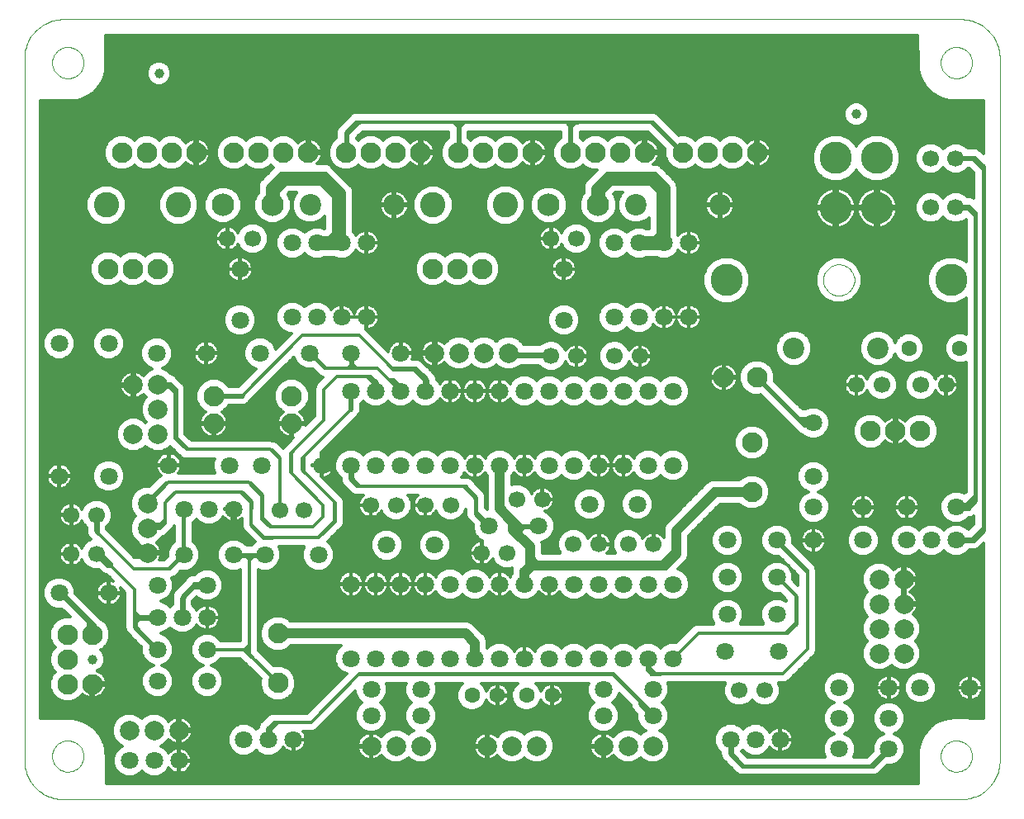
<source format=gtl>
G75*
%MOIN*%
%OFA0B0*%
%FSLAX24Y24*%
%IPPOS*%
%LPD*%
%AMOC8*
5,1,8,0,0,1.08239X$1,22.5*
%
%ADD10C,0.0000*%
%ADD11C,0.0394*%
%ADD12C,0.0709*%
%ADD13C,0.0669*%
%ADD14C,0.0827*%
%ADD15C,0.1024*%
%ADD16C,0.0866*%
%ADD17C,0.1299*%
%ADD18C,0.0630*%
%ADD19C,0.0906*%
%ADD20C,0.0787*%
%ADD21C,0.0118*%
%ADD22C,0.0100*%
%ADD23C,0.0140*%
%ADD24C,0.0560*%
%ADD25C,0.0400*%
%ADD26C,0.0150*%
%ADD27C,0.0160*%
%ADD28C,0.0120*%
D10*
X002390Y008440D02*
X038610Y008440D01*
X038610Y008444D02*
X038687Y008446D01*
X038764Y008452D01*
X038841Y008461D01*
X038917Y008474D01*
X038993Y008491D01*
X039067Y008512D01*
X039141Y008536D01*
X039213Y008564D01*
X039283Y008595D01*
X039352Y008630D01*
X039420Y008668D01*
X039485Y008709D01*
X039548Y008754D01*
X039609Y008802D01*
X039668Y008852D01*
X039724Y008905D01*
X039777Y008961D01*
X039827Y009020D01*
X039875Y009081D01*
X039920Y009144D01*
X039961Y009209D01*
X039999Y009277D01*
X040034Y009346D01*
X040065Y009416D01*
X040093Y009488D01*
X040117Y009562D01*
X040138Y009636D01*
X040155Y009712D01*
X040168Y009788D01*
X040177Y009865D01*
X040183Y009942D01*
X040185Y010019D01*
X040185Y038365D01*
X040183Y038442D01*
X040177Y038519D01*
X040168Y038596D01*
X040155Y038672D01*
X040138Y038748D01*
X040117Y038822D01*
X040093Y038896D01*
X040065Y038968D01*
X040034Y039038D01*
X039999Y039107D01*
X039961Y039175D01*
X039920Y039240D01*
X039875Y039303D01*
X039827Y039364D01*
X039777Y039423D01*
X039724Y039479D01*
X039668Y039532D01*
X039609Y039582D01*
X039548Y039630D01*
X039485Y039675D01*
X039420Y039716D01*
X039352Y039754D01*
X039283Y039789D01*
X039213Y039820D01*
X039141Y039848D01*
X039067Y039872D01*
X038993Y039893D01*
X038917Y039910D01*
X038841Y039923D01*
X038764Y039932D01*
X038687Y039938D01*
X038610Y039940D01*
X002390Y039940D01*
X002313Y039938D01*
X002236Y039932D01*
X002159Y039923D01*
X002083Y039910D01*
X002007Y039893D01*
X001933Y039872D01*
X001859Y039848D01*
X001787Y039820D01*
X001717Y039789D01*
X001648Y039754D01*
X001580Y039716D01*
X001515Y039675D01*
X001452Y039630D01*
X001391Y039582D01*
X001332Y039532D01*
X001276Y039479D01*
X001223Y039423D01*
X001173Y039364D01*
X001125Y039303D01*
X001080Y039240D01*
X001039Y039175D01*
X001001Y039107D01*
X000966Y039038D01*
X000935Y038968D01*
X000907Y038896D01*
X000883Y038822D01*
X000862Y038748D01*
X000845Y038672D01*
X000832Y038596D01*
X000823Y038519D01*
X000817Y038442D01*
X000815Y038365D01*
X000815Y010019D01*
X000817Y009942D01*
X000823Y009865D01*
X000832Y009788D01*
X000845Y009712D01*
X000862Y009636D01*
X000883Y009562D01*
X000907Y009488D01*
X000935Y009416D01*
X000966Y009346D01*
X001001Y009277D01*
X001039Y009209D01*
X001080Y009144D01*
X001125Y009081D01*
X001173Y009020D01*
X001223Y008961D01*
X001276Y008905D01*
X001332Y008852D01*
X001391Y008802D01*
X001452Y008754D01*
X001515Y008709D01*
X001580Y008668D01*
X001648Y008630D01*
X001717Y008595D01*
X001787Y008564D01*
X001859Y008536D01*
X001933Y008512D01*
X002007Y008491D01*
X002083Y008474D01*
X002159Y008461D01*
X002236Y008452D01*
X002313Y008446D01*
X002390Y008444D01*
X001937Y010192D02*
X001939Y010242D01*
X001945Y010292D01*
X001955Y010341D01*
X001969Y010389D01*
X001986Y010436D01*
X002007Y010481D01*
X002032Y010525D01*
X002060Y010566D01*
X002092Y010605D01*
X002126Y010642D01*
X002163Y010676D01*
X002203Y010706D01*
X002245Y010733D01*
X002289Y010757D01*
X002335Y010778D01*
X002382Y010794D01*
X002430Y010807D01*
X002480Y010816D01*
X002529Y010821D01*
X002580Y010822D01*
X002630Y010819D01*
X002679Y010812D01*
X002728Y010801D01*
X002776Y010786D01*
X002822Y010768D01*
X002867Y010746D01*
X002910Y010720D01*
X002951Y010691D01*
X002990Y010659D01*
X003026Y010624D01*
X003058Y010586D01*
X003088Y010546D01*
X003115Y010503D01*
X003138Y010459D01*
X003157Y010413D01*
X003173Y010365D01*
X003185Y010316D01*
X003193Y010267D01*
X003197Y010217D01*
X003197Y010167D01*
X003193Y010117D01*
X003185Y010068D01*
X003173Y010019D01*
X003157Y009971D01*
X003138Y009925D01*
X003115Y009881D01*
X003088Y009838D01*
X003058Y009798D01*
X003026Y009760D01*
X002990Y009725D01*
X002951Y009693D01*
X002910Y009664D01*
X002867Y009638D01*
X002822Y009616D01*
X002776Y009598D01*
X002728Y009583D01*
X002679Y009572D01*
X002630Y009565D01*
X002580Y009562D01*
X002529Y009563D01*
X002480Y009568D01*
X002430Y009577D01*
X002382Y009590D01*
X002335Y009606D01*
X002289Y009627D01*
X002245Y009651D01*
X002203Y009678D01*
X002163Y009708D01*
X002126Y009742D01*
X002092Y009779D01*
X002060Y009818D01*
X002032Y009859D01*
X002007Y009903D01*
X001986Y009948D01*
X001969Y009995D01*
X001955Y010043D01*
X001945Y010092D01*
X001939Y010142D01*
X001937Y010192D01*
X001937Y038188D02*
X001939Y038238D01*
X001945Y038288D01*
X001955Y038337D01*
X001969Y038385D01*
X001986Y038432D01*
X002007Y038477D01*
X002032Y038521D01*
X002060Y038562D01*
X002092Y038601D01*
X002126Y038638D01*
X002163Y038672D01*
X002203Y038702D01*
X002245Y038729D01*
X002289Y038753D01*
X002335Y038774D01*
X002382Y038790D01*
X002430Y038803D01*
X002480Y038812D01*
X002529Y038817D01*
X002580Y038818D01*
X002630Y038815D01*
X002679Y038808D01*
X002728Y038797D01*
X002776Y038782D01*
X002822Y038764D01*
X002867Y038742D01*
X002910Y038716D01*
X002951Y038687D01*
X002990Y038655D01*
X003026Y038620D01*
X003058Y038582D01*
X003088Y038542D01*
X003115Y038499D01*
X003138Y038455D01*
X003157Y038409D01*
X003173Y038361D01*
X003185Y038312D01*
X003193Y038263D01*
X003197Y038213D01*
X003197Y038163D01*
X003193Y038113D01*
X003185Y038064D01*
X003173Y038015D01*
X003157Y037967D01*
X003138Y037921D01*
X003115Y037877D01*
X003088Y037834D01*
X003058Y037794D01*
X003026Y037756D01*
X002990Y037721D01*
X002951Y037689D01*
X002910Y037660D01*
X002867Y037634D01*
X002822Y037612D01*
X002776Y037594D01*
X002728Y037579D01*
X002679Y037568D01*
X002630Y037561D01*
X002580Y037558D01*
X002529Y037559D01*
X002480Y037564D01*
X002430Y037573D01*
X002382Y037586D01*
X002335Y037602D01*
X002289Y037623D01*
X002245Y037647D01*
X002203Y037674D01*
X002163Y037704D01*
X002126Y037738D01*
X002092Y037775D01*
X002060Y037814D01*
X002032Y037855D01*
X002007Y037899D01*
X001986Y037944D01*
X001969Y037991D01*
X001955Y038039D01*
X001945Y038088D01*
X001939Y038138D01*
X001937Y038188D01*
X033059Y029414D02*
X033061Y029464D01*
X033067Y029514D01*
X033077Y029563D01*
X033091Y029611D01*
X033108Y029658D01*
X033129Y029703D01*
X033154Y029747D01*
X033182Y029788D01*
X033214Y029827D01*
X033248Y029864D01*
X033285Y029898D01*
X033325Y029928D01*
X033367Y029955D01*
X033411Y029979D01*
X033457Y030000D01*
X033504Y030016D01*
X033552Y030029D01*
X033602Y030038D01*
X033651Y030043D01*
X033702Y030044D01*
X033752Y030041D01*
X033801Y030034D01*
X033850Y030023D01*
X033898Y030008D01*
X033944Y029990D01*
X033989Y029968D01*
X034032Y029942D01*
X034073Y029913D01*
X034112Y029881D01*
X034148Y029846D01*
X034180Y029808D01*
X034210Y029768D01*
X034237Y029725D01*
X034260Y029681D01*
X034279Y029635D01*
X034295Y029587D01*
X034307Y029538D01*
X034315Y029489D01*
X034319Y029439D01*
X034319Y029389D01*
X034315Y029339D01*
X034307Y029290D01*
X034295Y029241D01*
X034279Y029193D01*
X034260Y029147D01*
X034237Y029103D01*
X034210Y029060D01*
X034180Y029020D01*
X034148Y028982D01*
X034112Y028947D01*
X034073Y028915D01*
X034032Y028886D01*
X033989Y028860D01*
X033944Y028838D01*
X033898Y028820D01*
X033850Y028805D01*
X033801Y028794D01*
X033752Y028787D01*
X033702Y028784D01*
X033651Y028785D01*
X033602Y028790D01*
X033552Y028799D01*
X033504Y028812D01*
X033457Y028828D01*
X033411Y028849D01*
X033367Y028873D01*
X033325Y028900D01*
X033285Y028930D01*
X033248Y028964D01*
X033214Y029001D01*
X033182Y029040D01*
X033154Y029081D01*
X033129Y029125D01*
X033108Y029170D01*
X033091Y029217D01*
X033077Y029265D01*
X033067Y029314D01*
X033061Y029364D01*
X033059Y029414D01*
X037803Y038188D02*
X037805Y038238D01*
X037811Y038288D01*
X037821Y038337D01*
X037835Y038385D01*
X037852Y038432D01*
X037873Y038477D01*
X037898Y038521D01*
X037926Y038562D01*
X037958Y038601D01*
X037992Y038638D01*
X038029Y038672D01*
X038069Y038702D01*
X038111Y038729D01*
X038155Y038753D01*
X038201Y038774D01*
X038248Y038790D01*
X038296Y038803D01*
X038346Y038812D01*
X038395Y038817D01*
X038446Y038818D01*
X038496Y038815D01*
X038545Y038808D01*
X038594Y038797D01*
X038642Y038782D01*
X038688Y038764D01*
X038733Y038742D01*
X038776Y038716D01*
X038817Y038687D01*
X038856Y038655D01*
X038892Y038620D01*
X038924Y038582D01*
X038954Y038542D01*
X038981Y038499D01*
X039004Y038455D01*
X039023Y038409D01*
X039039Y038361D01*
X039051Y038312D01*
X039059Y038263D01*
X039063Y038213D01*
X039063Y038163D01*
X039059Y038113D01*
X039051Y038064D01*
X039039Y038015D01*
X039023Y037967D01*
X039004Y037921D01*
X038981Y037877D01*
X038954Y037834D01*
X038924Y037794D01*
X038892Y037756D01*
X038856Y037721D01*
X038817Y037689D01*
X038776Y037660D01*
X038733Y037634D01*
X038688Y037612D01*
X038642Y037594D01*
X038594Y037579D01*
X038545Y037568D01*
X038496Y037561D01*
X038446Y037558D01*
X038395Y037559D01*
X038346Y037564D01*
X038296Y037573D01*
X038248Y037586D01*
X038201Y037602D01*
X038155Y037623D01*
X038111Y037647D01*
X038069Y037674D01*
X038029Y037704D01*
X037992Y037738D01*
X037958Y037775D01*
X037926Y037814D01*
X037898Y037855D01*
X037873Y037899D01*
X037852Y037944D01*
X037835Y037991D01*
X037821Y038039D01*
X037811Y038088D01*
X037805Y038138D01*
X037803Y038188D01*
X037803Y010192D02*
X037805Y010242D01*
X037811Y010292D01*
X037821Y010341D01*
X037835Y010389D01*
X037852Y010436D01*
X037873Y010481D01*
X037898Y010525D01*
X037926Y010566D01*
X037958Y010605D01*
X037992Y010642D01*
X038029Y010676D01*
X038069Y010706D01*
X038111Y010733D01*
X038155Y010757D01*
X038201Y010778D01*
X038248Y010794D01*
X038296Y010807D01*
X038346Y010816D01*
X038395Y010821D01*
X038446Y010822D01*
X038496Y010819D01*
X038545Y010812D01*
X038594Y010801D01*
X038642Y010786D01*
X038688Y010768D01*
X038733Y010746D01*
X038776Y010720D01*
X038817Y010691D01*
X038856Y010659D01*
X038892Y010624D01*
X038924Y010586D01*
X038954Y010546D01*
X038981Y010503D01*
X039004Y010459D01*
X039023Y010413D01*
X039039Y010365D01*
X039051Y010316D01*
X039059Y010267D01*
X039063Y010217D01*
X039063Y010167D01*
X039059Y010117D01*
X039051Y010068D01*
X039039Y010019D01*
X039023Y009971D01*
X039004Y009925D01*
X038981Y009881D01*
X038954Y009838D01*
X038924Y009798D01*
X038892Y009760D01*
X038856Y009725D01*
X038817Y009693D01*
X038776Y009664D01*
X038733Y009638D01*
X038688Y009616D01*
X038642Y009598D01*
X038594Y009583D01*
X038545Y009572D01*
X038496Y009565D01*
X038446Y009562D01*
X038395Y009563D01*
X038346Y009568D01*
X038296Y009577D01*
X038248Y009590D01*
X038201Y009606D01*
X038155Y009627D01*
X038111Y009651D01*
X038069Y009678D01*
X038029Y009708D01*
X037992Y009742D01*
X037958Y009779D01*
X037926Y009818D01*
X037898Y009859D01*
X037873Y009903D01*
X037852Y009948D01*
X037835Y009995D01*
X037821Y010043D01*
X037811Y010092D01*
X037805Y010142D01*
X037803Y010192D01*
D11*
X034398Y036107D03*
X006248Y037761D03*
X003571Y014099D03*
D12*
X004217Y016777D03*
X002217Y016777D03*
X006193Y017092D03*
X006193Y015792D03*
X007193Y015792D03*
X008193Y015792D03*
X008193Y014493D03*
X008193Y013214D03*
X006193Y013214D03*
X006193Y014493D03*
X008193Y017092D03*
X007256Y018312D03*
X009256Y018312D03*
X010520Y018312D03*
X012685Y018312D03*
X014000Y017135D03*
X015000Y017135D03*
X016000Y017135D03*
X017000Y017135D03*
X018000Y017135D03*
X019000Y017135D03*
X020000Y017135D03*
X021000Y017135D03*
X022000Y017135D03*
X023000Y017135D03*
X024000Y017135D03*
X025000Y017135D03*
X026000Y017135D03*
X027000Y017135D03*
X029185Y017406D03*
X029185Y015910D03*
X029102Y014414D03*
X027000Y014135D03*
X026000Y014135D03*
X025000Y014135D03*
X024000Y014135D03*
X023000Y014135D03*
X022000Y014135D03*
X021000Y014135D03*
X020000Y014135D03*
X019000Y014135D03*
X018000Y014135D03*
X017000Y014135D03*
X016000Y014135D03*
X015000Y014135D03*
X014000Y014135D03*
X014815Y012879D03*
X014815Y011816D03*
X016815Y011816D03*
X016815Y012879D03*
X011677Y010851D03*
X010677Y010851D03*
X009677Y010851D03*
X007051Y010005D03*
X006051Y010005D03*
X005051Y010005D03*
X007256Y020162D03*
X008256Y020162D03*
X009256Y020162D03*
X009083Y021934D03*
X010382Y021934D03*
X012823Y021934D03*
X014000Y021930D03*
X015000Y021930D03*
X016000Y021930D03*
X017000Y021930D03*
X018000Y021930D03*
X019000Y021930D03*
X020000Y021930D03*
X021000Y021930D03*
X022000Y021930D03*
X023000Y021930D03*
X024000Y021930D03*
X025000Y021930D03*
X026000Y021930D03*
X027000Y021930D03*
X025559Y020359D03*
X023630Y020359D03*
X021567Y019481D03*
X019567Y019481D03*
X017370Y018706D03*
X015441Y018706D03*
X015000Y024930D03*
X016000Y024930D03*
X017000Y024930D03*
X018000Y024930D03*
X019000Y024930D03*
X020000Y024930D03*
X021000Y024930D03*
X022000Y024930D03*
X023000Y024930D03*
X024000Y024930D03*
X025000Y024930D03*
X026000Y024930D03*
X027000Y024930D03*
X026630Y027914D03*
X027630Y027914D03*
X025630Y027914D03*
X024630Y027914D03*
X022587Y027800D03*
X022587Y029847D03*
X024630Y030914D03*
X025630Y030914D03*
X026630Y030914D03*
X027630Y030914D03*
X032665Y023647D03*
X032665Y021481D03*
X032669Y020241D03*
X032669Y018903D03*
X031185Y018903D03*
X031185Y017406D03*
X031185Y015910D03*
X031268Y014414D03*
X033713Y012958D03*
X033713Y011718D03*
X033713Y010477D03*
X035713Y010477D03*
X035713Y011718D03*
X035713Y012958D03*
X036980Y012958D03*
X038980Y012958D03*
X038429Y018903D03*
X037429Y018903D03*
X036429Y018903D03*
X036429Y020241D03*
X034669Y020241D03*
X034669Y018903D03*
X038429Y020241D03*
X029185Y018903D03*
X026185Y012879D03*
X026185Y011816D03*
X024185Y011816D03*
X024185Y012879D03*
X029323Y010851D03*
X030323Y010851D03*
X031323Y010851D03*
X016008Y026462D03*
X014618Y027914D03*
X013618Y027914D03*
X012618Y027914D03*
X011618Y027914D03*
X012327Y026462D03*
X014008Y026462D03*
X014000Y024930D03*
X010327Y026462D03*
X009516Y027800D03*
X008154Y026462D03*
X006154Y026462D03*
X004217Y026855D03*
X002217Y026855D03*
X006642Y021934D03*
X004217Y021501D03*
X002217Y021501D03*
X009516Y029847D03*
X011618Y030914D03*
X012618Y030914D03*
X013618Y030914D03*
X014618Y030914D03*
D13*
X010028Y031088D03*
X009004Y031088D03*
X011114Y020123D03*
X012091Y020123D03*
X014791Y020320D03*
X015815Y020320D03*
X016996Y020320D03*
X018020Y020320D03*
X019280Y018391D03*
X020303Y018391D03*
X020697Y020556D03*
X021720Y020556D03*
X022980Y018745D03*
X024004Y018745D03*
X025185Y018745D03*
X026209Y018745D03*
X029673Y012840D03*
X030697Y012840D03*
X034398Y025182D03*
X035421Y025182D03*
X036996Y025182D03*
X038020Y025182D03*
X038413Y032338D03*
X037390Y032338D03*
X037390Y034330D03*
X038413Y034330D03*
X025657Y026343D03*
X024634Y026343D03*
X023098Y026343D03*
X022075Y026343D03*
X022075Y031088D03*
X023098Y031088D03*
X003728Y019926D03*
X002705Y019926D03*
X002705Y018351D03*
X003728Y018351D03*
D14*
X003559Y015099D03*
X002559Y015099D03*
X002559Y014099D03*
X002559Y013099D03*
X003559Y013099D03*
X011051Y013139D03*
X011051Y015139D03*
X011602Y023627D03*
X011602Y024729D03*
X008453Y024729D03*
X008453Y023627D03*
X006185Y029867D03*
X005185Y029867D03*
X004185Y029867D03*
X004748Y034556D03*
X005748Y034556D03*
X006748Y034556D03*
X007748Y034556D03*
X009276Y034556D03*
X010276Y034556D03*
X011276Y034556D03*
X012276Y034556D03*
X013803Y034556D03*
X014803Y034556D03*
X015803Y034556D03*
X016803Y034556D03*
X018331Y034556D03*
X019331Y034556D03*
X020331Y034556D03*
X021331Y034556D03*
X022858Y034556D03*
X023858Y034556D03*
X024858Y034556D03*
X025858Y034556D03*
X027386Y034556D03*
X028386Y034556D03*
X029386Y034556D03*
X030386Y034556D03*
X030382Y025477D03*
X029043Y025477D03*
X030185Y022855D03*
X030185Y020855D03*
X034977Y023312D03*
X035977Y023312D03*
X036977Y023312D03*
X019295Y029867D03*
X018295Y029867D03*
X017295Y029867D03*
D15*
X017311Y032446D03*
X020224Y032446D03*
X007035Y032446D03*
X004122Y032446D03*
D16*
X012350Y032446D03*
X015736Y032446D03*
X025500Y032446D03*
X028886Y032446D03*
X031878Y026658D03*
X035264Y026658D03*
D17*
X038217Y029414D03*
X035224Y032328D03*
X033571Y032328D03*
X033571Y034336D03*
X035224Y034336D03*
X029161Y029414D03*
D18*
X036524Y026658D03*
X038571Y026658D03*
X022114Y012643D03*
X021091Y012643D03*
X019909Y012643D03*
X018886Y012643D03*
D19*
X021980Y032446D03*
X023980Y032446D03*
X010831Y032446D03*
X008831Y032446D03*
D20*
X006213Y025178D03*
X006213Y024178D03*
X006213Y023178D03*
X005213Y023178D03*
X005213Y025178D03*
X005781Y020395D03*
X005781Y019395D03*
X005781Y018395D03*
X006051Y011225D03*
X007051Y011225D03*
X005051Y011225D03*
X014815Y010595D03*
X015815Y010595D03*
X016815Y010595D03*
X019500Y010595D03*
X020500Y010595D03*
X021500Y010595D03*
X024185Y010595D03*
X025185Y010595D03*
X026185Y010595D03*
X035315Y014332D03*
X035315Y015332D03*
X035315Y016332D03*
X035315Y017332D03*
X036315Y017332D03*
X036315Y016332D03*
X036315Y015332D03*
X036315Y014332D03*
X020366Y026462D03*
X019366Y026462D03*
X018366Y026462D03*
X017366Y026462D03*
D21*
X017317Y026502D02*
X016521Y026502D01*
X016509Y026582D01*
X016484Y026659D01*
X016447Y026731D01*
X016399Y026796D01*
X016342Y026853D01*
X016277Y026901D01*
X016205Y026937D01*
X016128Y026962D01*
X016048Y026975D01*
X016018Y026975D01*
X016018Y026471D01*
X016521Y026471D01*
X016521Y026502D01*
X016521Y026452D02*
X016018Y026452D01*
X016018Y026471D01*
X015998Y026471D01*
X015998Y026975D01*
X015967Y026975D01*
X015888Y026962D01*
X015811Y026937D01*
X015739Y026901D01*
X015673Y026853D01*
X015616Y026796D01*
X015569Y026731D01*
X015532Y026659D01*
X015507Y026582D01*
X015498Y026527D01*
X014608Y027417D01*
X014608Y027905D01*
X014105Y027905D01*
X013628Y027905D01*
X013628Y027924D01*
X014608Y027924D01*
X014608Y027905D01*
X014628Y027905D01*
X014628Y027924D01*
X015131Y027924D01*
X015131Y027955D01*
X015119Y028035D01*
X015094Y028111D01*
X015057Y028183D01*
X015010Y028249D01*
X014953Y028306D01*
X014887Y028353D01*
X014815Y028390D01*
X014738Y028415D01*
X014659Y028428D01*
X014628Y028428D01*
X014628Y027924D01*
X014608Y027924D01*
X014608Y028428D01*
X014578Y028428D01*
X014498Y028415D01*
X014421Y028390D01*
X014349Y028353D01*
X014284Y028306D01*
X014227Y028249D01*
X014179Y028183D01*
X014142Y028111D01*
X014118Y028037D01*
X014094Y028111D01*
X014057Y028183D01*
X014010Y028249D01*
X013953Y028306D01*
X013887Y028353D01*
X013815Y028390D01*
X013738Y028415D01*
X013659Y028428D01*
X013628Y028428D01*
X013628Y027924D01*
X013608Y027924D01*
X013608Y028428D01*
X013578Y028428D01*
X013498Y028415D01*
X013421Y028390D01*
X013349Y028353D01*
X013284Y028306D01*
X013227Y028249D01*
X013201Y028214D01*
X013172Y028284D01*
X012988Y028468D01*
X012748Y028568D01*
X012488Y028568D01*
X012248Y028468D01*
X012118Y028338D01*
X011988Y028468D01*
X011748Y028568D01*
X011488Y028568D01*
X011248Y028468D01*
X011064Y028284D01*
X010965Y028044D01*
X010965Y027784D01*
X011064Y027544D01*
X011248Y027360D01*
X011488Y027261D01*
X011604Y027261D01*
X010967Y026624D01*
X010881Y026832D01*
X010697Y027016D01*
X010457Y027115D01*
X010197Y027115D01*
X009957Y027016D01*
X009773Y026832D01*
X009673Y026592D01*
X009673Y026332D01*
X009773Y026091D01*
X009957Y025908D01*
X010165Y025821D01*
X009474Y025130D01*
X009058Y025130D01*
X009057Y025133D01*
X008856Y025333D01*
X008594Y025442D01*
X008311Y025442D01*
X008049Y025333D01*
X007849Y025133D01*
X007740Y024871D01*
X007740Y024588D01*
X007849Y024326D01*
X008049Y024125D01*
X008123Y024095D01*
X008080Y024064D01*
X008016Y024000D01*
X007963Y023927D01*
X007922Y023847D01*
X007894Y023761D01*
X007880Y023672D01*
X007880Y023656D01*
X008423Y023656D01*
X008423Y023597D01*
X008482Y023597D01*
X008482Y023055D01*
X008498Y023055D01*
X008587Y023069D01*
X008672Y023096D01*
X008753Y023137D01*
X008826Y023190D01*
X008889Y023254D01*
X008942Y023327D01*
X008983Y023407D01*
X009011Y023493D01*
X009025Y023582D01*
X009025Y023597D01*
X008482Y023597D01*
X008482Y023656D01*
X009025Y023656D01*
X009025Y023672D01*
X009011Y023761D01*
X008983Y023847D01*
X008942Y023927D01*
X008889Y024000D01*
X008826Y024064D01*
X008783Y024095D01*
X008856Y024125D01*
X009057Y024326D01*
X009064Y024344D01*
X009657Y024344D01*
X009786Y024397D01*
X009884Y024495D01*
X009956Y024568D01*
X009957Y024570D01*
X011687Y026300D01*
X011773Y026091D01*
X011957Y025908D01*
X012197Y025808D01*
X012457Y025808D01*
X012458Y025809D01*
X012623Y025643D01*
X012727Y025540D01*
X012862Y025483D01*
X012874Y025483D01*
X012595Y025204D01*
X012538Y025068D01*
X012538Y023920D01*
X012170Y023551D01*
X012175Y023582D01*
X012175Y023597D01*
X011632Y023597D01*
X011632Y023055D01*
X011647Y023055D01*
X011678Y023059D01*
X011250Y022632D01*
X011099Y022783D01*
X011000Y022882D01*
X010872Y022935D01*
X010813Y022935D01*
X010804Y022939D01*
X007552Y022939D01*
X007299Y023192D01*
X007299Y025075D01*
X007246Y025203D01*
X007147Y025301D01*
X006889Y025559D01*
X006761Y025612D01*
X006758Y025612D01*
X006605Y025765D01*
X006393Y025853D01*
X006524Y025908D01*
X006707Y026091D01*
X006807Y026332D01*
X006807Y026592D01*
X006707Y026832D01*
X006524Y027016D01*
X006284Y027115D01*
X006024Y027115D01*
X005783Y027016D01*
X005600Y026832D01*
X005500Y026592D01*
X005500Y026332D01*
X005600Y026091D01*
X005783Y025908D01*
X005974Y025829D01*
X005820Y025765D01*
X005625Y025571D01*
X005618Y025554D01*
X005573Y025600D01*
X005502Y025651D01*
X005425Y025690D01*
X005342Y025717D01*
X005262Y025730D01*
X005262Y025227D01*
X005163Y025227D01*
X005163Y025129D01*
X004661Y025129D01*
X004673Y025049D01*
X004700Y024966D01*
X004740Y024888D01*
X004791Y024818D01*
X004853Y024757D01*
X004923Y024705D01*
X005000Y024666D01*
X005083Y024639D01*
X005163Y024626D01*
X005163Y025129D01*
X005262Y025129D01*
X005262Y024626D01*
X005342Y024639D01*
X005425Y024666D01*
X005502Y024705D01*
X005573Y024757D01*
X005618Y024802D01*
X005625Y024786D01*
X005733Y024678D01*
X005625Y024571D01*
X005520Y024316D01*
X005520Y024040D01*
X005625Y023786D01*
X005733Y023678D01*
X005713Y023658D01*
X005605Y023765D01*
X005350Y023871D01*
X005075Y023871D01*
X004820Y023765D01*
X004625Y023571D01*
X004520Y023316D01*
X004520Y023040D01*
X004625Y022786D01*
X004820Y022591D01*
X005075Y022485D01*
X005350Y022485D01*
X005605Y022591D01*
X005713Y022698D01*
X005820Y022591D01*
X006075Y022485D01*
X006350Y022485D01*
X006605Y022591D01*
X006706Y022692D01*
X007142Y022257D01*
X007278Y022200D01*
X008486Y022200D01*
X008429Y022064D01*
X008429Y021804D01*
X008509Y021613D01*
X007043Y021613D01*
X007081Y021665D01*
X007118Y021737D01*
X007142Y021814D01*
X007155Y021894D01*
X007155Y021924D01*
X006652Y021924D01*
X006652Y021944D01*
X007155Y021944D01*
X007155Y021974D01*
X007142Y022054D01*
X007118Y022131D01*
X007081Y022203D01*
X007033Y022268D01*
X006976Y022326D01*
X006911Y022373D01*
X006839Y022410D01*
X006762Y022435D01*
X006682Y022447D01*
X006652Y022447D01*
X006652Y021944D01*
X006632Y021944D01*
X006632Y022447D01*
X006601Y022447D01*
X006522Y022435D01*
X006445Y022410D01*
X006373Y022373D01*
X006307Y022326D01*
X006250Y022268D01*
X006203Y022203D01*
X006166Y022131D01*
X006141Y022054D01*
X006128Y021974D01*
X006128Y021944D01*
X006632Y021944D01*
X006632Y021924D01*
X006128Y021924D01*
X006128Y021894D01*
X006141Y021814D01*
X006166Y021737D01*
X006203Y021665D01*
X006250Y021600D01*
X006307Y021542D01*
X006318Y021534D01*
X006245Y021461D01*
X005872Y021087D01*
X005644Y021087D01*
X005389Y020982D01*
X005194Y020787D01*
X005089Y020532D01*
X005089Y020257D01*
X005194Y020002D01*
X005302Y019895D01*
X005194Y019787D01*
X005089Y019532D01*
X005089Y019257D01*
X005194Y019002D01*
X005389Y018807D01*
X005406Y018801D01*
X005360Y018755D01*
X005309Y018684D01*
X005269Y018607D01*
X005242Y018524D01*
X005230Y018444D01*
X005732Y018444D01*
X005732Y018345D01*
X005732Y018113D01*
X005831Y018113D01*
X005831Y018345D01*
X005732Y018345D01*
X005230Y018345D01*
X005242Y018265D01*
X005250Y018242D01*
X004147Y019345D01*
X004147Y019448D01*
X004266Y019567D01*
X004362Y019800D01*
X004362Y020052D01*
X004266Y020285D01*
X004087Y020463D01*
X003854Y020560D01*
X003602Y020560D01*
X003369Y020463D01*
X003191Y020285D01*
X003139Y020160D01*
X003127Y020185D01*
X003081Y020248D01*
X003026Y020303D01*
X002963Y020348D01*
X002894Y020384D01*
X002820Y020408D01*
X002744Y020420D01*
X002715Y020420D01*
X002715Y019936D01*
X002695Y019936D01*
X002695Y020420D01*
X002666Y020420D01*
X002589Y020408D01*
X002515Y020384D01*
X002446Y020348D01*
X002383Y020303D01*
X002328Y020248D01*
X002282Y020185D01*
X002247Y020116D01*
X002223Y020042D01*
X002211Y019965D01*
X002211Y019936D01*
X002695Y019936D01*
X002695Y019916D01*
X002715Y019916D01*
X002715Y019432D01*
X002744Y019432D01*
X002820Y019445D01*
X002894Y019469D01*
X002963Y019504D01*
X003026Y019550D01*
X003081Y019605D01*
X003127Y019667D01*
X003139Y019692D01*
X003191Y019567D01*
X003323Y019435D01*
X003323Y019204D01*
X003377Y019076D01*
X003413Y019039D01*
X001470Y019039D01*
X001470Y019155D02*
X003344Y019155D01*
X003323Y019272D02*
X001470Y019272D01*
X001470Y019388D02*
X003323Y019388D01*
X003253Y019505D02*
X002965Y019505D01*
X003094Y019622D02*
X003169Y019622D01*
X002715Y019622D02*
X002695Y019622D01*
X002695Y019738D02*
X002715Y019738D01*
X002715Y019855D02*
X002695Y019855D01*
X002695Y019916D02*
X002695Y019432D01*
X002666Y019432D01*
X002589Y019445D01*
X002515Y019469D01*
X002446Y019504D01*
X002383Y019550D01*
X002328Y019605D01*
X002282Y019667D01*
X002247Y019737D01*
X002223Y019811D01*
X002211Y019887D01*
X002211Y019916D01*
X002695Y019916D01*
X002695Y019972D02*
X002715Y019972D01*
X002715Y020088D02*
X002695Y020088D01*
X002695Y020205D02*
X002715Y020205D01*
X002715Y020321D02*
X002695Y020321D01*
X002409Y020321D02*
X001470Y020321D01*
X001470Y020205D02*
X002297Y020205D01*
X002238Y020088D02*
X001470Y020088D01*
X001470Y019972D02*
X002212Y019972D01*
X002216Y019855D02*
X001470Y019855D01*
X001470Y019738D02*
X002247Y019738D01*
X002316Y019622D02*
X001470Y019622D01*
X001470Y019505D02*
X002444Y019505D01*
X002695Y019505D02*
X002715Y019505D01*
X002715Y018845D02*
X002715Y018361D01*
X002695Y018361D01*
X002695Y018342D01*
X002211Y018342D01*
X002211Y018313D01*
X002223Y018236D01*
X002247Y018162D01*
X002282Y018093D01*
X002328Y018030D01*
X002383Y017975D01*
X002446Y017929D01*
X002515Y017894D01*
X002589Y017870D01*
X002666Y017858D01*
X002695Y017858D01*
X002695Y018342D01*
X002715Y018342D01*
X002715Y017858D01*
X002744Y017858D01*
X002820Y017870D01*
X002894Y017894D01*
X002963Y017929D01*
X003026Y017975D01*
X003081Y018030D01*
X003127Y018093D01*
X003139Y018117D01*
X003191Y017992D01*
X003369Y017814D01*
X003602Y017718D01*
X003815Y017718D01*
X003865Y017668D01*
X003963Y017570D01*
X004091Y017517D01*
X004146Y017517D01*
X004410Y017254D01*
X004337Y017277D01*
X004257Y017290D01*
X004226Y017290D01*
X004226Y016786D01*
X004730Y016786D01*
X004730Y016817D01*
X004717Y016897D01*
X004694Y016970D01*
X004875Y016789D01*
X004875Y015333D01*
X004928Y015205D01*
X005026Y015107D01*
X005144Y014988D01*
X005146Y014987D01*
X005540Y014594D01*
X005540Y014363D01*
X005639Y014123D01*
X005823Y013939D01*
X006030Y013853D01*
X005823Y013767D01*
X005639Y013584D01*
X005540Y013344D01*
X005540Y013084D01*
X005639Y012843D01*
X005823Y012660D01*
X006063Y012560D01*
X006323Y012560D01*
X006563Y012660D01*
X006747Y012843D01*
X006846Y013084D01*
X006846Y013344D01*
X006747Y013584D01*
X006563Y013767D01*
X006356Y013853D01*
X006563Y013939D01*
X006747Y014123D01*
X006846Y014363D01*
X006846Y014623D01*
X006747Y014863D01*
X006563Y015047D01*
X006332Y015143D01*
X006563Y015238D01*
X006693Y015368D01*
X006823Y015238D01*
X007063Y015139D01*
X007323Y015139D01*
X007563Y015238D01*
X007747Y015422D01*
X007776Y015493D01*
X007801Y015458D01*
X007858Y015401D01*
X007924Y015353D01*
X007996Y015317D01*
X008073Y015292D01*
X008153Y015279D01*
X008183Y015279D01*
X008183Y015782D01*
X008203Y015782D01*
X008203Y015279D01*
X008233Y015279D01*
X008313Y015292D01*
X008390Y015317D01*
X008462Y015353D01*
X008527Y015401D01*
X008585Y015458D01*
X008632Y015523D01*
X008669Y015595D01*
X008694Y015672D01*
X008706Y015752D01*
X008706Y015782D01*
X008203Y015782D01*
X008203Y015802D01*
X008706Y015802D01*
X008706Y015833D01*
X008694Y015913D01*
X008669Y015989D01*
X008632Y016061D01*
X008585Y016127D01*
X008527Y016184D01*
X008462Y016231D01*
X008390Y016268D01*
X008313Y016293D01*
X008233Y016306D01*
X008203Y016306D01*
X008203Y015802D01*
X008183Y015802D01*
X008183Y016306D01*
X008153Y016306D01*
X008073Y016293D01*
X007996Y016268D01*
X007924Y016231D01*
X007858Y016184D01*
X007801Y016127D01*
X007776Y016092D01*
X007747Y016162D01*
X007599Y016311D01*
X007599Y016455D01*
X007752Y016608D01*
X007823Y016538D01*
X008063Y016438D01*
X008323Y016438D01*
X008563Y016538D01*
X008747Y016721D01*
X008846Y016962D01*
X008846Y017221D01*
X008747Y017462D01*
X008563Y017645D01*
X008323Y017745D01*
X008063Y017745D01*
X007823Y017645D01*
X007701Y017524D01*
X007595Y017524D01*
X007467Y017471D01*
X007369Y017373D01*
X007369Y017373D01*
X006950Y016954D01*
X006852Y016856D01*
X006799Y016728D01*
X006799Y016676D01*
X006791Y016657D01*
X006791Y016315D01*
X006693Y016216D01*
X006563Y016346D01*
X006332Y016442D01*
X006563Y016538D01*
X006747Y016721D01*
X006846Y016962D01*
X006846Y017221D01*
X006780Y017382D01*
X006896Y017431D01*
X007125Y017659D01*
X007126Y017659D01*
X007386Y017659D01*
X007626Y017758D01*
X007810Y017942D01*
X007909Y018182D01*
X007909Y018442D01*
X007810Y018682D01*
X007626Y018866D01*
X007625Y018866D01*
X007625Y019608D01*
X007626Y019608D01*
X007756Y019738D01*
X007756Y019738D01*
X007886Y019608D01*
X008126Y019509D01*
X008386Y019509D01*
X008626Y019608D01*
X008810Y019792D01*
X008839Y019863D01*
X008864Y019828D01*
X008921Y019771D01*
X008987Y019723D01*
X009059Y019687D01*
X009136Y019662D01*
X009215Y019649D01*
X009246Y019649D01*
X009246Y020153D01*
X008909Y020153D01*
X008909Y020172D01*
X009246Y020172D01*
X009246Y020153D01*
X009266Y020153D01*
X009266Y019649D01*
X009296Y019649D01*
X009376Y019662D01*
X009453Y019687D01*
X009525Y019723D01*
X009590Y019771D01*
X009597Y019777D01*
X009597Y019434D01*
X009650Y019305D01*
X009748Y019207D01*
X010120Y018836D01*
X009990Y018706D01*
X009786Y018706D01*
X009626Y018866D01*
X009386Y018965D01*
X009126Y018965D01*
X008886Y018866D01*
X008702Y018682D01*
X008603Y018442D01*
X008603Y018182D01*
X008702Y017942D01*
X008886Y017758D01*
X009126Y017659D01*
X009386Y017659D01*
X009525Y017716D01*
X009525Y014862D01*
X008747Y014862D01*
X008747Y014863D01*
X008563Y015047D01*
X008323Y015146D01*
X008063Y015146D01*
X007823Y015047D01*
X007639Y014863D01*
X007540Y014623D01*
X007540Y014363D01*
X007639Y014123D01*
X007823Y013939D01*
X008030Y013853D01*
X007823Y013767D01*
X007639Y013584D01*
X007540Y013344D01*
X007540Y013084D01*
X007639Y012843D01*
X007823Y012660D01*
X008063Y012560D01*
X008323Y012560D01*
X008563Y012660D01*
X008747Y012843D01*
X008846Y013084D01*
X008846Y013344D01*
X008747Y013584D01*
X008563Y013767D01*
X008356Y013853D01*
X008563Y013939D01*
X008747Y014123D01*
X008747Y014124D01*
X009542Y014124D01*
X009775Y013892D01*
X009778Y013891D01*
X010353Y013315D01*
X010339Y013280D01*
X010339Y012997D01*
X010447Y012735D01*
X010648Y012535D01*
X010909Y012426D01*
X011193Y012426D01*
X011455Y012535D01*
X011655Y012735D01*
X011764Y012997D01*
X011764Y013280D01*
X011655Y013542D01*
X011455Y013743D01*
X011193Y013851D01*
X010909Y013851D01*
X010875Y013837D01*
X010266Y014446D01*
X010266Y017710D01*
X010390Y017659D01*
X010650Y017659D01*
X010890Y017758D01*
X011074Y017942D01*
X011173Y018182D01*
X011173Y018442D01*
X011092Y018638D01*
X012113Y018638D01*
X012032Y018442D01*
X012032Y018182D01*
X012131Y017942D01*
X012315Y017758D01*
X012555Y017659D01*
X012815Y017659D01*
X013055Y017758D01*
X013239Y017942D01*
X013338Y018182D01*
X013338Y018442D01*
X013239Y018682D01*
X013063Y018858D01*
X013663Y019458D01*
X013719Y019593D01*
X013719Y020495D01*
X013663Y020630D01*
X013559Y020734D01*
X012872Y021422D01*
X012943Y021433D01*
X013020Y021458D01*
X013092Y021495D01*
X013157Y021542D01*
X013214Y021600D01*
X013262Y021665D01*
X013299Y021737D01*
X013324Y021814D01*
X013336Y021894D01*
X013336Y021924D01*
X012833Y021924D01*
X012833Y021944D01*
X013336Y021944D01*
X013336Y021974D01*
X013324Y022054D01*
X013299Y022131D01*
X013262Y022203D01*
X013214Y022268D01*
X013157Y022326D01*
X013092Y022373D01*
X013020Y022410D01*
X012943Y022435D01*
X012863Y022447D01*
X012833Y022447D01*
X012833Y021944D01*
X012813Y021944D01*
X012813Y022447D01*
X012792Y022447D01*
X014313Y023968D01*
X014313Y023969D01*
X014335Y023991D01*
X014388Y024119D01*
X014388Y024395D01*
X014500Y024506D01*
X014630Y024376D01*
X014870Y024277D01*
X015130Y024277D01*
X015370Y024376D01*
X015500Y024506D01*
X015630Y024376D01*
X015870Y024277D01*
X016130Y024277D01*
X016370Y024376D01*
X016500Y024506D01*
X016630Y024376D01*
X016870Y024277D01*
X017130Y024277D01*
X017370Y024376D01*
X017554Y024560D01*
X017583Y024630D01*
X017608Y024596D01*
X017666Y024539D01*
X017731Y024491D01*
X017803Y024454D01*
X017880Y024429D01*
X017960Y024417D01*
X017990Y024417D01*
X017990Y024920D01*
X018010Y024920D01*
X018010Y024417D01*
X018040Y024417D01*
X018120Y024429D01*
X018197Y024454D01*
X018269Y024491D01*
X018334Y024539D01*
X018392Y024596D01*
X018439Y024661D01*
X018476Y024733D01*
X018500Y024808D01*
X018524Y024733D01*
X018561Y024661D01*
X018608Y024596D01*
X018666Y024539D01*
X018731Y024491D01*
X018803Y024454D01*
X018880Y024429D01*
X018960Y024417D01*
X018990Y024417D01*
X018990Y024920D01*
X019010Y024920D01*
X019010Y024417D01*
X019040Y024417D01*
X019120Y024429D01*
X019197Y024454D01*
X019269Y024491D01*
X019334Y024539D01*
X019392Y024596D01*
X019439Y024661D01*
X019476Y024733D01*
X019500Y024808D01*
X019524Y024733D01*
X019561Y024661D01*
X019608Y024596D01*
X019666Y024539D01*
X019731Y024491D01*
X019803Y024454D01*
X019880Y024429D01*
X019960Y024417D01*
X019990Y024417D01*
X019990Y024920D01*
X020010Y024920D01*
X020010Y024417D01*
X020040Y024417D01*
X020120Y024429D01*
X020197Y024454D01*
X020269Y024491D01*
X020334Y024539D01*
X020392Y024596D01*
X020417Y024630D01*
X020446Y024560D01*
X020630Y024376D01*
X020870Y024277D01*
X021130Y024277D01*
X021370Y024376D01*
X021500Y024506D01*
X021630Y024376D01*
X021870Y024277D01*
X022130Y024277D01*
X022370Y024376D01*
X022500Y024506D01*
X022630Y024376D01*
X022870Y024277D01*
X023130Y024277D01*
X023370Y024376D01*
X023500Y024506D01*
X023630Y024376D01*
X023870Y024277D01*
X024130Y024277D01*
X024370Y024376D01*
X024500Y024506D01*
X024630Y024376D01*
X024870Y024277D01*
X025130Y024277D01*
X025370Y024376D01*
X025500Y024506D01*
X025630Y024376D01*
X025870Y024277D01*
X026130Y024277D01*
X026370Y024376D01*
X026500Y024506D01*
X026630Y024376D01*
X026870Y024277D01*
X027130Y024277D01*
X027370Y024376D01*
X027554Y024560D01*
X027653Y024800D01*
X027653Y025060D01*
X027554Y025300D01*
X027370Y025484D01*
X027130Y025583D01*
X026870Y025583D01*
X026630Y025484D01*
X026500Y025354D01*
X026370Y025484D01*
X026130Y025583D01*
X025870Y025583D01*
X025630Y025484D01*
X025500Y025354D01*
X025370Y025484D01*
X025130Y025583D01*
X024870Y025583D01*
X024630Y025484D01*
X024500Y025354D01*
X024370Y025484D01*
X024130Y025583D01*
X023870Y025583D01*
X023630Y025484D01*
X023500Y025354D01*
X023370Y025484D01*
X023130Y025583D01*
X022870Y025583D01*
X022630Y025484D01*
X022500Y025354D01*
X022370Y025484D01*
X022130Y025583D01*
X021870Y025583D01*
X021630Y025484D01*
X021500Y025354D01*
X021370Y025484D01*
X021130Y025583D01*
X020870Y025583D01*
X020630Y025484D01*
X020446Y025300D01*
X020417Y025230D01*
X020392Y025265D01*
X020334Y025322D01*
X020269Y025369D01*
X020197Y025406D01*
X020120Y025431D01*
X020040Y025443D01*
X020010Y025443D01*
X020010Y024940D01*
X019990Y024940D01*
X019990Y024920D01*
X019010Y024920D01*
X019010Y024940D01*
X019513Y024940D01*
X019990Y024940D01*
X019990Y025443D01*
X019960Y025443D01*
X019880Y025431D01*
X019803Y025406D01*
X019731Y025369D01*
X019666Y025322D01*
X019608Y025265D01*
X019561Y025199D01*
X019524Y025127D01*
X019500Y025053D01*
X019476Y025127D01*
X019439Y025199D01*
X019392Y025265D01*
X019334Y025322D01*
X019269Y025369D01*
X019197Y025406D01*
X019120Y025431D01*
X019040Y025443D01*
X019010Y025443D01*
X019010Y024940D01*
X018990Y024940D01*
X018990Y024920D01*
X018010Y024920D01*
X018010Y024940D01*
X018513Y024940D01*
X018990Y024940D01*
X018990Y025443D01*
X018960Y025443D01*
X018880Y025431D01*
X018803Y025406D01*
X018731Y025369D01*
X018666Y025322D01*
X018608Y025265D01*
X018561Y025199D01*
X018524Y025127D01*
X018500Y025053D01*
X018476Y025127D01*
X018439Y025199D01*
X018392Y025265D01*
X018334Y025322D01*
X018269Y025369D01*
X018197Y025406D01*
X018120Y025431D01*
X018040Y025443D01*
X018010Y025443D01*
X018010Y024940D01*
X017990Y024940D01*
X017990Y025443D01*
X017960Y025443D01*
X017880Y025431D01*
X017803Y025406D01*
X017731Y025369D01*
X017666Y025322D01*
X017608Y025265D01*
X017583Y025230D01*
X017554Y025300D01*
X017456Y025398D01*
X017456Y025458D01*
X017403Y025586D01*
X017354Y025635D01*
X017353Y025637D01*
X017181Y025809D01*
X017083Y025907D01*
X017081Y025908D01*
X017075Y025914D01*
X017075Y025914D01*
X016927Y026062D01*
X016823Y026165D01*
X016688Y026222D01*
X016462Y026222D01*
X016484Y026265D01*
X016509Y026341D01*
X016521Y026421D01*
X016521Y026452D01*
X016516Y026385D02*
X016819Y026385D01*
X016814Y026412D02*
X016827Y026332D01*
X016854Y026249D01*
X016893Y026172D01*
X016945Y026102D01*
X017006Y026040D01*
X017076Y025989D01*
X017154Y025949D01*
X017237Y025922D01*
X017317Y025910D01*
X017317Y026412D01*
X017415Y026412D01*
X017415Y025910D01*
X017496Y025922D01*
X017578Y025949D01*
X017656Y025989D01*
X017726Y026040D01*
X017772Y026086D01*
X017779Y026069D01*
X017974Y025874D01*
X018228Y025769D01*
X018504Y025769D01*
X018759Y025874D01*
X018866Y025982D01*
X018974Y025874D01*
X019228Y025769D01*
X019504Y025769D01*
X019759Y025874D01*
X019866Y025982D01*
X019974Y025874D01*
X020228Y025769D01*
X020504Y025769D01*
X020759Y025874D01*
X020849Y025964D01*
X021558Y025964D01*
X021716Y025806D01*
X021949Y025710D01*
X022201Y025710D01*
X022434Y025806D01*
X022612Y025985D01*
X022664Y026109D01*
X022676Y026085D01*
X022722Y026022D01*
X022777Y025967D01*
X022840Y025921D01*
X022909Y025886D01*
X022983Y025862D01*
X023060Y025850D01*
X023089Y025850D01*
X023089Y026334D01*
X023108Y026334D01*
X023108Y026353D01*
X023592Y026353D01*
X023592Y026382D01*
X023580Y026459D01*
X023556Y026533D01*
X023521Y026602D01*
X023475Y026665D01*
X023420Y026720D01*
X023357Y026766D01*
X023288Y026801D01*
X023214Y026825D01*
X023137Y026837D01*
X023108Y026837D01*
X023108Y026353D01*
X023089Y026353D01*
X023089Y026837D01*
X023060Y026837D01*
X022983Y026825D01*
X022909Y026801D01*
X022840Y026766D01*
X022777Y026720D01*
X022722Y026665D01*
X022676Y026602D01*
X022664Y026578D01*
X022612Y026702D01*
X022434Y026881D01*
X022201Y026977D01*
X021949Y026977D01*
X021716Y026881D01*
X021645Y026809D01*
X020972Y026809D01*
X020953Y026854D01*
X020759Y027049D01*
X020504Y027154D01*
X020228Y027154D01*
X019974Y027049D01*
X019866Y026941D01*
X019759Y027049D01*
X019504Y027154D01*
X019228Y027154D01*
X018974Y027049D01*
X018866Y026941D01*
X018759Y027049D01*
X018504Y027154D01*
X018228Y027154D01*
X017974Y027049D01*
X017779Y026854D01*
X017772Y026837D01*
X017726Y026883D01*
X017656Y026934D01*
X017578Y026974D01*
X017496Y027001D01*
X017415Y027013D01*
X017415Y026511D01*
X017317Y026511D01*
X017317Y027013D01*
X017237Y027001D01*
X017154Y026974D01*
X017076Y026934D01*
X017006Y026883D01*
X016945Y026822D01*
X016893Y026751D01*
X016854Y026674D01*
X016827Y026591D01*
X016814Y026511D01*
X017317Y026511D01*
X017317Y026412D01*
X016814Y026412D01*
X016848Y026269D02*
X016485Y026269D01*
X016497Y026618D02*
X016836Y026618D01*
X016885Y026735D02*
X016444Y026735D01*
X016344Y026852D02*
X016974Y026852D01*
X017143Y026968D02*
X016091Y026968D01*
X016018Y026968D02*
X015998Y026968D01*
X015924Y026968D02*
X015057Y026968D01*
X014941Y027085D02*
X018060Y027085D01*
X017893Y026968D02*
X017589Y026968D01*
X017415Y026968D02*
X017317Y026968D01*
X017317Y026852D02*
X017415Y026852D01*
X017415Y026735D02*
X017317Y026735D01*
X017317Y026618D02*
X017415Y026618D01*
X017415Y026385D02*
X017317Y026385D01*
X017317Y026269D02*
X017415Y026269D01*
X017415Y026152D02*
X017317Y026152D01*
X017317Y026035D02*
X017415Y026035D01*
X017415Y025919D02*
X017317Y025919D01*
X017261Y025919D02*
X017070Y025919D01*
X017013Y026035D02*
X016953Y026035D01*
X016927Y026062D02*
X016927Y026062D01*
X016908Y026152D02*
X016837Y026152D01*
X017188Y025802D02*
X018148Y025802D01*
X017929Y025919D02*
X017472Y025919D01*
X017720Y026035D02*
X017813Y026035D01*
X017410Y025569D02*
X020835Y025569D01*
X020598Y025452D02*
X017456Y025452D01*
X017519Y025336D02*
X017685Y025336D01*
X017990Y025336D02*
X018010Y025336D01*
X018010Y025219D02*
X017990Y025219D01*
X017990Y025102D02*
X018010Y025102D01*
X018010Y024986D02*
X017990Y024986D01*
X017990Y024869D02*
X018010Y024869D01*
X018010Y024753D02*
X017990Y024753D01*
X017990Y024636D02*
X018010Y024636D01*
X018010Y024519D02*
X017990Y024519D01*
X017692Y024519D02*
X017513Y024519D01*
X017397Y024403D02*
X020603Y024403D01*
X020487Y024519D02*
X020308Y024519D01*
X020010Y024519D02*
X019990Y024519D01*
X019990Y024636D02*
X020010Y024636D01*
X020010Y024753D02*
X019990Y024753D01*
X019990Y024869D02*
X020010Y024869D01*
X020010Y024986D02*
X019990Y024986D01*
X019990Y025102D02*
X020010Y025102D01*
X020010Y025219D02*
X019990Y025219D01*
X019990Y025336D02*
X020010Y025336D01*
X020315Y025336D02*
X020481Y025336D01*
X020584Y025802D02*
X021726Y025802D01*
X021603Y025919D02*
X020803Y025919D01*
X021165Y025569D02*
X021835Y025569D01*
X021598Y025452D02*
X021402Y025452D01*
X022165Y025569D02*
X022835Y025569D01*
X022598Y025452D02*
X022402Y025452D01*
X022424Y025802D02*
X024285Y025802D01*
X024275Y025806D02*
X024508Y025710D01*
X024760Y025710D01*
X024993Y025806D01*
X025171Y025985D01*
X025223Y026109D01*
X025235Y026085D01*
X025281Y026022D01*
X025336Y025967D01*
X025399Y025921D01*
X025468Y025886D01*
X025542Y025862D01*
X025619Y025850D01*
X025648Y025850D01*
X025648Y026334D01*
X025667Y026334D01*
X025667Y025850D01*
X025696Y025850D01*
X025773Y025862D01*
X025847Y025886D01*
X025916Y025921D01*
X025979Y025967D01*
X026034Y026022D01*
X026080Y026085D01*
X026115Y026154D01*
X026139Y026228D01*
X026151Y026305D01*
X026151Y026334D01*
X025667Y026334D01*
X025667Y026353D01*
X026151Y026353D01*
X026151Y026382D01*
X026139Y026459D01*
X026115Y026533D01*
X026080Y026602D01*
X026034Y026665D01*
X025979Y026720D01*
X025916Y026766D01*
X025847Y026801D01*
X025773Y026825D01*
X025696Y026837D01*
X025667Y026837D01*
X025667Y026353D01*
X025648Y026353D01*
X025648Y026837D01*
X025619Y026837D01*
X025542Y026825D01*
X025468Y026801D01*
X025399Y026766D01*
X025336Y026720D01*
X025281Y026665D01*
X025235Y026602D01*
X025223Y026578D01*
X025171Y026702D01*
X024993Y026881D01*
X024760Y026977D01*
X024508Y026977D01*
X024275Y026881D01*
X024097Y026702D01*
X024000Y026470D01*
X024000Y026217D01*
X024097Y025985D01*
X024275Y025806D01*
X024162Y025919D02*
X023352Y025919D01*
X023357Y025921D02*
X023420Y025967D01*
X023475Y026022D01*
X023521Y026085D01*
X023556Y026154D01*
X023580Y026228D01*
X023592Y026305D01*
X023592Y026334D01*
X023108Y026334D01*
X023108Y025850D01*
X023137Y025850D01*
X023214Y025862D01*
X023288Y025886D01*
X023357Y025921D01*
X023485Y026035D02*
X024076Y026035D01*
X024027Y026152D02*
X023555Y026152D01*
X023586Y026269D02*
X024000Y026269D01*
X024000Y026385D02*
X023592Y026385D01*
X023566Y026502D02*
X024013Y026502D01*
X024062Y026618D02*
X023509Y026618D01*
X023400Y026735D02*
X024129Y026735D01*
X024246Y026852D02*
X022463Y026852D01*
X022580Y026735D02*
X022797Y026735D01*
X022688Y026618D02*
X022647Y026618D01*
X023089Y026618D02*
X023108Y026618D01*
X023108Y026502D02*
X023089Y026502D01*
X023089Y026385D02*
X023108Y026385D01*
X023108Y026269D02*
X023089Y026269D01*
X023089Y026152D02*
X023108Y026152D01*
X023108Y026035D02*
X023089Y026035D01*
X023089Y025919D02*
X023108Y025919D01*
X022845Y025919D02*
X022546Y025919D01*
X022633Y026035D02*
X022712Y026035D01*
X023089Y026735D02*
X023108Y026735D01*
X022957Y027246D02*
X022717Y027147D01*
X022457Y027147D01*
X022216Y027246D01*
X022033Y027430D01*
X021933Y027670D01*
X021933Y027930D01*
X022033Y028170D01*
X022216Y028354D01*
X022457Y028454D01*
X022717Y028454D01*
X022957Y028354D01*
X023141Y028170D01*
X023240Y027930D01*
X023240Y027670D01*
X023141Y027430D01*
X022957Y027246D01*
X023028Y027318D02*
X024362Y027318D01*
X024260Y027360D02*
X024500Y027261D01*
X024760Y027261D01*
X025000Y027360D01*
X025130Y027490D01*
X025260Y027360D01*
X025500Y027261D01*
X025760Y027261D01*
X026000Y027360D01*
X026184Y027544D01*
X026213Y027615D01*
X026238Y027580D01*
X026295Y027523D01*
X026361Y027475D01*
X026433Y027439D01*
X026510Y027414D01*
X026590Y027401D01*
X026620Y027401D01*
X026620Y027905D01*
X026640Y027905D01*
X026640Y027924D01*
X027620Y027924D01*
X027620Y027905D01*
X027117Y027905D01*
X026640Y027905D01*
X026640Y027401D01*
X026670Y027401D01*
X026750Y027414D01*
X026827Y027439D01*
X026899Y027475D01*
X026964Y027523D01*
X027022Y027580D01*
X027069Y027645D01*
X027106Y027717D01*
X027130Y027792D01*
X027154Y027717D01*
X027191Y027645D01*
X027238Y027580D01*
X027295Y027523D01*
X027361Y027475D01*
X027433Y027439D01*
X027510Y027414D01*
X027590Y027401D01*
X027620Y027401D01*
X027620Y027905D01*
X027640Y027905D01*
X027640Y027924D01*
X028143Y027924D01*
X028143Y027955D01*
X028131Y028035D01*
X028106Y028111D01*
X028069Y028183D01*
X028022Y028249D01*
X027964Y028306D01*
X027899Y028353D01*
X027827Y028390D01*
X027750Y028415D01*
X027670Y028428D01*
X027640Y028428D01*
X027640Y027924D01*
X027620Y027924D01*
X027620Y028428D01*
X027590Y028428D01*
X027510Y028415D01*
X027433Y028390D01*
X027361Y028353D01*
X027295Y028306D01*
X027238Y028249D01*
X027191Y028183D01*
X027154Y028111D01*
X027130Y028037D01*
X027106Y028111D01*
X027069Y028183D01*
X027022Y028249D01*
X026964Y028306D01*
X026899Y028353D01*
X026827Y028390D01*
X026750Y028415D01*
X026670Y028428D01*
X026640Y028428D01*
X026640Y027924D01*
X026620Y027924D01*
X026620Y028428D01*
X026590Y028428D01*
X026510Y028415D01*
X026433Y028390D01*
X026361Y028353D01*
X026295Y028306D01*
X026238Y028249D01*
X026213Y028214D01*
X026184Y028284D01*
X026000Y028468D01*
X025760Y028568D01*
X025500Y028568D01*
X025260Y028468D01*
X025130Y028338D01*
X025000Y028468D01*
X024760Y028568D01*
X024500Y028568D01*
X024260Y028468D01*
X024076Y028284D01*
X023977Y028044D01*
X023977Y027784D01*
X024076Y027544D01*
X024260Y027360D01*
X024186Y027435D02*
X023142Y027435D01*
X023191Y027551D02*
X024073Y027551D01*
X024025Y027668D02*
X023239Y027668D01*
X023240Y027784D02*
X023977Y027784D01*
X023977Y027901D02*
X023240Y027901D01*
X023204Y028018D02*
X023977Y028018D01*
X024014Y028134D02*
X023155Y028134D01*
X023060Y028251D02*
X024062Y028251D01*
X024159Y028368D02*
X022924Y028368D01*
X022249Y028368D02*
X014860Y028368D01*
X015008Y028251D02*
X022113Y028251D01*
X022018Y028134D02*
X015082Y028134D01*
X015122Y028018D02*
X021969Y028018D01*
X021933Y027901D02*
X015131Y027901D01*
X015131Y027905D02*
X014628Y027905D01*
X014628Y027401D01*
X014659Y027401D01*
X014738Y027414D01*
X014815Y027439D01*
X014887Y027475D01*
X014953Y027523D01*
X015010Y027580D01*
X015057Y027645D01*
X015094Y027717D01*
X015119Y027794D01*
X015131Y027874D01*
X015131Y027905D01*
X015116Y027784D02*
X021933Y027784D01*
X021934Y027668D02*
X015069Y027668D01*
X014981Y027551D02*
X021983Y027551D01*
X022031Y027435D02*
X014803Y027435D01*
X014708Y027318D02*
X022145Y027318D01*
X022325Y027201D02*
X014824Y027201D01*
X014628Y027435D02*
X014608Y027435D01*
X014608Y027551D02*
X014628Y027551D01*
X014628Y027668D02*
X014608Y027668D01*
X014608Y027784D02*
X014628Y027784D01*
X014628Y027901D02*
X014608Y027901D01*
X014608Y028018D02*
X014628Y028018D01*
X014628Y028134D02*
X014608Y028134D01*
X014608Y028251D02*
X014628Y028251D01*
X014628Y028368D02*
X014608Y028368D01*
X014377Y028368D02*
X013860Y028368D01*
X014008Y028251D02*
X014229Y028251D01*
X014154Y028134D02*
X014082Y028134D01*
X013628Y028134D02*
X013608Y028134D01*
X013608Y028018D02*
X013628Y028018D01*
X013608Y028251D02*
X013628Y028251D01*
X013628Y028368D02*
X013608Y028368D01*
X013377Y028368D02*
X013089Y028368D01*
X013186Y028251D02*
X013229Y028251D01*
X012950Y028484D02*
X024298Y028484D01*
X024962Y028484D02*
X025298Y028484D01*
X025159Y028368D02*
X025101Y028368D01*
X025962Y028484D02*
X028928Y028484D01*
X028973Y028466D02*
X029350Y028466D01*
X029699Y028610D01*
X029966Y028877D01*
X030110Y029226D01*
X030110Y029603D01*
X029966Y029952D01*
X029699Y030219D01*
X029350Y030363D01*
X028973Y030363D01*
X028624Y030219D01*
X028357Y029952D01*
X028213Y029603D01*
X028213Y029226D01*
X028357Y028877D01*
X028624Y028610D01*
X028973Y028466D01*
X028647Y028601D02*
X001471Y028601D01*
X001471Y028717D02*
X028517Y028717D01*
X028400Y028834D02*
X001471Y028834D01*
X001471Y028951D02*
X028327Y028951D01*
X028278Y029067D02*
X001471Y029067D01*
X001472Y029184D02*
X003973Y029184D01*
X004043Y029155D02*
X003781Y029263D01*
X003581Y029464D01*
X003473Y029725D01*
X003473Y030009D01*
X003581Y030271D01*
X003781Y030471D01*
X004043Y030580D01*
X004327Y030580D01*
X004589Y030471D01*
X004685Y030375D01*
X004781Y030471D01*
X005043Y030580D01*
X005327Y030580D01*
X005589Y030471D01*
X005685Y030375D01*
X005781Y030471D01*
X006043Y030580D01*
X006327Y030580D01*
X006589Y030471D01*
X006789Y030271D01*
X006897Y030009D01*
X006897Y029725D01*
X006789Y029464D01*
X006589Y029263D01*
X006327Y029155D01*
X006043Y029155D01*
X005781Y029263D01*
X005685Y029360D01*
X005589Y029263D01*
X005327Y029155D01*
X005043Y029155D01*
X004781Y029263D01*
X004685Y029360D01*
X004589Y029263D01*
X004327Y029155D01*
X004043Y029155D01*
X003744Y029300D02*
X001472Y029300D01*
X001472Y029417D02*
X003628Y029417D01*
X003552Y029534D02*
X001472Y029534D01*
X001472Y029650D02*
X003504Y029650D01*
X003473Y029767D02*
X001472Y029767D01*
X001472Y029883D02*
X003473Y029883D01*
X003473Y030000D02*
X001472Y030000D01*
X001472Y030117D02*
X003517Y030117D01*
X003566Y030233D02*
X001472Y030233D01*
X001472Y030350D02*
X003660Y030350D01*
X003777Y030466D02*
X001472Y030466D01*
X001472Y030583D02*
X009636Y030583D01*
X009669Y030550D02*
X009490Y030729D01*
X009439Y030853D01*
X009426Y030829D01*
X009381Y030766D01*
X009326Y030711D01*
X009263Y030665D01*
X009193Y030630D01*
X009120Y030606D01*
X009043Y030594D01*
X009014Y030594D01*
X009014Y031078D01*
X008994Y031078D01*
X008510Y031078D01*
X008510Y031049D01*
X008522Y030972D01*
X008546Y030898D01*
X008582Y030829D01*
X008627Y030766D01*
X008682Y030711D01*
X008745Y030665D01*
X008814Y030630D01*
X008888Y030606D01*
X008965Y030594D01*
X008994Y030594D01*
X008994Y031078D01*
X008994Y031097D01*
X008510Y031097D01*
X008510Y031126D01*
X008522Y031203D01*
X008546Y031277D01*
X008582Y031346D01*
X008627Y031409D01*
X008682Y031464D01*
X008745Y031510D01*
X008814Y031545D01*
X008888Y031569D01*
X008965Y031581D01*
X008994Y031581D01*
X008994Y031097D01*
X009014Y031097D01*
X009014Y031581D01*
X009043Y031581D01*
X009120Y031569D01*
X009193Y031545D01*
X009263Y031510D01*
X009326Y031464D01*
X009381Y031409D01*
X009426Y031346D01*
X009439Y031322D01*
X009490Y031447D01*
X009669Y031625D01*
X009902Y031721D01*
X010154Y031721D01*
X010387Y031625D01*
X010565Y031447D01*
X010661Y031214D01*
X010661Y030962D01*
X010565Y030729D01*
X010387Y030550D01*
X010154Y030454D01*
X009902Y030454D01*
X009669Y030550D01*
X009636Y030348D02*
X009556Y030361D01*
X009526Y030361D01*
X009526Y029857D01*
X010029Y029857D01*
X010029Y029888D01*
X010016Y029968D01*
X009992Y030045D01*
X009955Y030117D01*
X016628Y030117D01*
X016583Y030009D02*
X016691Y030271D01*
X016892Y030471D01*
X017154Y030580D01*
X017437Y030580D01*
X017699Y030471D01*
X017795Y030375D01*
X017892Y030471D01*
X018154Y030580D01*
X018437Y030580D01*
X018699Y030471D01*
X018795Y030375D01*
X018892Y030471D01*
X019154Y030580D01*
X019437Y030580D01*
X019699Y030471D01*
X019899Y030271D01*
X020008Y030009D01*
X020008Y029725D01*
X019899Y029464D01*
X019699Y029263D01*
X019437Y029155D01*
X019154Y029155D01*
X018892Y029263D01*
X018795Y029360D01*
X018699Y029263D01*
X018437Y029155D01*
X018154Y029155D01*
X017892Y029263D01*
X017795Y029360D01*
X017699Y029263D01*
X017437Y029155D01*
X017154Y029155D01*
X016892Y029263D01*
X016691Y029464D01*
X016583Y029725D01*
X016583Y030009D01*
X016583Y030000D02*
X010006Y030000D01*
X010029Y029883D02*
X016583Y029883D01*
X016583Y029767D02*
X010023Y029767D01*
X010016Y029727D02*
X010029Y029807D01*
X010029Y029838D01*
X009526Y029838D01*
X009526Y029857D01*
X009506Y029857D01*
X009506Y029838D01*
X009002Y029838D01*
X009002Y029807D01*
X009015Y029727D01*
X009040Y029650D01*
X006866Y029650D01*
X006897Y029767D02*
X009009Y029767D01*
X009002Y029857D02*
X009506Y029857D01*
X009506Y030361D01*
X009475Y030361D01*
X009396Y030348D01*
X009319Y030323D01*
X009247Y030287D01*
X009181Y030239D01*
X009124Y030182D01*
X009077Y030117D01*
X006853Y030117D01*
X006897Y030000D02*
X009026Y030000D01*
X009015Y029968D02*
X009002Y029888D01*
X009002Y029857D01*
X009002Y029883D02*
X006897Y029883D01*
X006818Y029534D02*
X009109Y029534D01*
X009124Y029513D02*
X009181Y029456D01*
X009247Y029408D01*
X009319Y029372D01*
X009396Y029347D01*
X009475Y029334D01*
X009506Y029334D01*
X009506Y029838D01*
X009526Y029838D01*
X009526Y029334D01*
X009556Y029334D01*
X009636Y029347D01*
X009713Y029372D01*
X009785Y029408D01*
X009850Y029456D01*
X009907Y029513D01*
X009955Y029578D01*
X009992Y029650D01*
X009991Y029650D02*
X016614Y029650D01*
X016662Y029534D02*
X009922Y029534D01*
X009992Y029650D02*
X010016Y029727D01*
X009797Y029417D02*
X016738Y029417D01*
X016854Y029300D02*
X006626Y029300D01*
X006742Y029417D02*
X009235Y029417D01*
X009124Y029513D02*
X009077Y029578D01*
X009040Y029650D01*
X009015Y029968D02*
X009040Y030045D01*
X009077Y030117D01*
X009176Y030233D02*
X006805Y030233D01*
X006710Y030350D02*
X009406Y030350D01*
X009506Y030350D02*
X009526Y030350D01*
X009625Y030350D02*
X011274Y030350D01*
X011248Y030360D02*
X011488Y030261D01*
X011748Y030261D01*
X011988Y030360D01*
X012118Y030490D01*
X012248Y030360D01*
X012488Y030261D01*
X012748Y030261D01*
X012928Y030335D01*
X013309Y030335D01*
X013488Y030261D01*
X013748Y030261D01*
X013988Y030360D01*
X014172Y030544D01*
X014201Y030615D01*
X014227Y030580D01*
X014284Y030523D01*
X014349Y030475D01*
X014421Y030439D01*
X014498Y030414D01*
X014578Y030401D01*
X014608Y030401D01*
X014608Y030905D01*
X014628Y030905D01*
X014628Y030924D01*
X015131Y030924D01*
X015131Y030955D01*
X015119Y031035D01*
X015094Y031111D01*
X015057Y031183D01*
X015010Y031249D01*
X014953Y031306D01*
X014887Y031353D01*
X014815Y031390D01*
X014738Y031415D01*
X014659Y031428D01*
X014628Y031428D01*
X014628Y030924D01*
X014608Y030924D01*
X014608Y031428D01*
X014578Y031428D01*
X014498Y031415D01*
X014421Y031390D01*
X014349Y031353D01*
X014284Y031306D01*
X014227Y031249D01*
X014201Y031214D01*
X014172Y031284D01*
X014094Y031363D01*
X014094Y033042D01*
X014041Y033170D01*
X013943Y033268D01*
X013161Y034050D01*
X013033Y034103D01*
X012626Y034103D01*
X012649Y034119D01*
X012712Y034183D01*
X012765Y034256D01*
X012806Y034336D01*
X012834Y034422D01*
X012847Y034507D01*
X012325Y034507D01*
X012325Y034605D01*
X012847Y034605D01*
X012834Y034690D01*
X012806Y034776D01*
X012765Y034856D01*
X012712Y034929D01*
X012649Y034993D01*
X012576Y035046D01*
X012495Y035087D01*
X012410Y035114D01*
X012325Y035128D01*
X012325Y034605D01*
X012226Y034605D01*
X012226Y035128D01*
X012142Y035114D01*
X012056Y035087D01*
X011976Y035046D01*
X011903Y034993D01*
X011875Y034965D01*
X011679Y035160D01*
X011417Y035269D01*
X011134Y035269D01*
X010872Y035160D01*
X010776Y035064D01*
X010679Y035160D01*
X010417Y035269D01*
X010134Y035269D01*
X009872Y035160D01*
X009776Y035064D01*
X009679Y035160D01*
X009417Y035269D01*
X009134Y035269D01*
X008872Y035160D01*
X008672Y034960D01*
X008563Y034698D01*
X008563Y034414D01*
X008672Y034153D01*
X008872Y033952D01*
X009134Y033844D01*
X009417Y033844D01*
X009679Y033952D01*
X009776Y034049D01*
X009872Y033952D01*
X010134Y033844D01*
X010417Y033844D01*
X010679Y033952D01*
X010776Y034049D01*
X010872Y033952D01*
X010878Y033950D01*
X010307Y033378D01*
X010254Y033250D01*
X010254Y033196D01*
X010252Y033191D01*
X010252Y032930D01*
X010193Y032872D01*
X010079Y032595D01*
X010079Y032296D01*
X010193Y032020D01*
X010405Y031809D01*
X010681Y031694D01*
X010980Y031694D01*
X011257Y031809D01*
X011468Y032020D01*
X011583Y032296D01*
X011583Y032595D01*
X011468Y032872D01*
X011457Y032883D01*
X011513Y032940D01*
X011809Y032940D01*
X011730Y032861D01*
X011618Y032591D01*
X011618Y032300D01*
X011730Y032031D01*
X011936Y031825D01*
X012205Y031714D01*
X012496Y031714D01*
X012765Y031825D01*
X012933Y031993D01*
X012933Y031493D01*
X012928Y031493D01*
X012748Y031568D01*
X012488Y031568D01*
X012248Y031468D01*
X012118Y031338D01*
X011988Y031468D01*
X011748Y031568D01*
X011488Y031568D01*
X011248Y031468D01*
X011064Y031284D01*
X010965Y031044D01*
X010965Y030784D01*
X011064Y030544D01*
X011248Y030360D01*
X011142Y030466D02*
X010184Y030466D01*
X010419Y030583D02*
X011048Y030583D01*
X011000Y030700D02*
X010536Y030700D01*
X010601Y030816D02*
X010965Y030816D01*
X010965Y030933D02*
X010649Y030933D01*
X010661Y031050D02*
X010967Y031050D01*
X011015Y031166D02*
X010661Y031166D01*
X010633Y031283D02*
X011063Y031283D01*
X011179Y031399D02*
X010584Y031399D01*
X010495Y031516D02*
X011363Y031516D01*
X011113Y031749D02*
X012119Y031749D01*
X011895Y031866D02*
X011314Y031866D01*
X011430Y031982D02*
X011778Y031982D01*
X011702Y032099D02*
X011501Y032099D01*
X011549Y032216D02*
X011653Y032216D01*
X011618Y032332D02*
X011583Y032332D01*
X011583Y032449D02*
X011618Y032449D01*
X011618Y032565D02*
X011583Y032565D01*
X011547Y032682D02*
X011656Y032682D01*
X011704Y032799D02*
X011498Y032799D01*
X011489Y032915D02*
X011784Y032915D01*
X010777Y033848D02*
X010428Y033848D01*
X010660Y033732D02*
X001472Y033732D01*
X001472Y033848D02*
X004595Y033848D01*
X004606Y033844D02*
X004890Y033844D01*
X005152Y033952D01*
X005248Y034049D01*
X005344Y033952D01*
X005606Y033844D01*
X005890Y033844D01*
X006152Y033952D01*
X006248Y034049D01*
X006344Y033952D01*
X006606Y033844D01*
X006890Y033844D01*
X007152Y033952D01*
X007347Y034148D01*
X007375Y034119D01*
X007448Y034066D01*
X007528Y034026D01*
X007614Y033998D01*
X007699Y033984D01*
X007699Y034507D01*
X007797Y034507D01*
X007797Y033984D01*
X007882Y033998D01*
X007968Y034026D01*
X008048Y034066D01*
X008121Y034119D01*
X008185Y034183D01*
X008238Y034256D01*
X008279Y034336D01*
X008306Y034422D01*
X008320Y034507D01*
X007797Y034507D01*
X007797Y034605D01*
X008320Y034605D01*
X008306Y034690D01*
X008279Y034776D01*
X008238Y034856D01*
X008185Y034929D01*
X008121Y034993D01*
X008048Y035046D01*
X007968Y035087D01*
X007882Y035114D01*
X007797Y035128D01*
X007797Y034605D01*
X007699Y034605D01*
X007699Y035128D01*
X007614Y035114D01*
X007528Y035087D01*
X007448Y035046D01*
X007375Y034993D01*
X007347Y034965D01*
X007152Y035160D01*
X006890Y035269D01*
X006606Y035269D01*
X006344Y035160D01*
X006248Y035064D01*
X006152Y035160D01*
X005890Y035269D01*
X005606Y035269D01*
X005344Y035160D01*
X005248Y035064D01*
X005152Y035160D01*
X004890Y035269D01*
X004606Y035269D01*
X004344Y035160D01*
X004144Y034960D01*
X004036Y034698D01*
X004036Y034414D01*
X004144Y034153D01*
X004344Y033952D01*
X004606Y033844D01*
X004901Y033848D02*
X005595Y033848D01*
X005332Y033965D02*
X005164Y033965D01*
X005901Y033848D02*
X006595Y033848D01*
X006332Y033965D02*
X006164Y033965D01*
X006901Y033848D02*
X009123Y033848D01*
X008859Y033965D02*
X007164Y033965D01*
X007281Y034081D02*
X007427Y034081D01*
X007699Y034081D02*
X007797Y034081D01*
X007797Y034198D02*
X007699Y034198D01*
X007699Y034315D02*
X007797Y034315D01*
X007797Y034431D02*
X007699Y034431D01*
X007797Y034548D02*
X008563Y034548D01*
X008563Y034664D02*
X008310Y034664D01*
X008276Y034781D02*
X008598Y034781D01*
X008646Y034898D02*
X008207Y034898D01*
X008091Y035014D02*
X008726Y035014D01*
X008843Y035131D02*
X007181Y035131D01*
X007297Y035014D02*
X007405Y035014D01*
X007699Y035014D02*
X007797Y035014D01*
X007797Y034898D02*
X007699Y034898D01*
X007699Y034781D02*
X007797Y034781D01*
X007797Y034664D02*
X007699Y034664D01*
X008308Y034431D02*
X008563Y034431D01*
X008604Y034315D02*
X008267Y034315D01*
X008195Y034198D02*
X008653Y034198D01*
X008743Y034081D02*
X008069Y034081D01*
X008405Y033083D02*
X008193Y032872D01*
X008079Y032595D01*
X008079Y032296D01*
X008193Y032020D01*
X008405Y031809D01*
X008681Y031694D01*
X008980Y031694D01*
X009257Y031809D01*
X009468Y032020D01*
X009583Y032296D01*
X009583Y032595D01*
X009468Y032872D01*
X009257Y033083D01*
X008980Y033198D01*
X008681Y033198D01*
X008405Y033083D01*
X008354Y033032D02*
X007596Y033032D01*
X007495Y033133D02*
X007197Y033257D01*
X006874Y033257D01*
X006576Y033133D01*
X006348Y032905D01*
X006225Y032607D01*
X006225Y032285D01*
X006348Y031987D01*
X006576Y031758D01*
X006874Y031635D01*
X007197Y031635D01*
X007495Y031758D01*
X007723Y031987D01*
X007846Y032285D01*
X007846Y032607D01*
X007723Y032905D01*
X007495Y033133D01*
X007458Y033149D02*
X008563Y033149D01*
X008237Y032915D02*
X007713Y032915D01*
X007767Y032799D02*
X008163Y032799D01*
X008115Y032682D02*
X007815Y032682D01*
X007846Y032565D02*
X008079Y032565D01*
X008079Y032449D02*
X007846Y032449D01*
X007846Y032332D02*
X008079Y032332D01*
X008112Y032216D02*
X007818Y032216D01*
X007769Y032099D02*
X008161Y032099D01*
X008231Y031982D02*
X007719Y031982D01*
X007602Y031866D02*
X008348Y031866D01*
X008548Y031749D02*
X007472Y031749D01*
X006598Y031749D02*
X004559Y031749D01*
X004581Y031758D02*
X004809Y031987D01*
X004933Y032285D01*
X004933Y032607D01*
X004809Y032905D01*
X004581Y033133D01*
X004283Y033257D01*
X003961Y033257D01*
X003663Y033133D01*
X003435Y032905D01*
X003311Y032607D01*
X003311Y032285D01*
X003435Y031987D01*
X003663Y031758D01*
X003961Y031635D01*
X004283Y031635D01*
X004581Y031758D01*
X004689Y031866D02*
X006469Y031866D01*
X006352Y031982D02*
X004805Y031982D01*
X004856Y032099D02*
X006301Y032099D01*
X006253Y032216D02*
X004904Y032216D01*
X004933Y032332D02*
X006225Y032332D01*
X006225Y032449D02*
X004933Y032449D01*
X004933Y032565D02*
X006225Y032565D01*
X006256Y032682D02*
X004902Y032682D01*
X004854Y032799D02*
X006304Y032799D01*
X006358Y032915D02*
X004799Y032915D01*
X004683Y033032D02*
X006475Y033032D01*
X006613Y033149D02*
X004545Y033149D01*
X004332Y033965D02*
X001472Y033965D01*
X001472Y034081D02*
X004215Y034081D01*
X004125Y034198D02*
X001472Y034198D01*
X001472Y034315D02*
X004077Y034315D01*
X004036Y034431D02*
X001472Y034431D01*
X001472Y034548D02*
X004036Y034548D01*
X004036Y034664D02*
X001472Y034664D01*
X001472Y034781D02*
X004070Y034781D01*
X004118Y034898D02*
X001472Y034898D01*
X001472Y035014D02*
X004199Y035014D01*
X004315Y035131D02*
X001472Y035131D01*
X001472Y035248D02*
X004556Y035248D01*
X004940Y035248D02*
X005556Y035248D01*
X005315Y035131D02*
X005181Y035131D01*
X005940Y035248D02*
X006556Y035248D01*
X006315Y035131D02*
X006181Y035131D01*
X006940Y035248D02*
X009083Y035248D01*
X009468Y035248D02*
X010083Y035248D01*
X009843Y035131D02*
X009708Y035131D01*
X010468Y035248D02*
X011083Y035248D01*
X010843Y035131D02*
X010708Y035131D01*
X011468Y035248D02*
X013401Y035248D01*
X013401Y035161D02*
X013401Y035429D01*
X013403Y035434D01*
X013403Y035439D01*
X013456Y035567D01*
X013554Y035665D01*
X014013Y036124D01*
X014141Y036177D01*
X026228Y036177D01*
X026357Y036124D01*
X026455Y036025D01*
X027221Y035259D01*
X027244Y035269D01*
X027528Y035269D01*
X027789Y035160D01*
X027886Y035064D01*
X027982Y035160D01*
X028244Y035269D01*
X028528Y035269D01*
X028789Y035160D01*
X028886Y035064D01*
X028982Y035160D01*
X029244Y035269D01*
X029528Y035269D01*
X029789Y035160D01*
X029985Y034965D01*
X030013Y034993D01*
X030086Y035046D01*
X030166Y035087D01*
X030252Y035114D01*
X030337Y035128D01*
X030337Y034605D01*
X030435Y034605D01*
X030958Y034605D01*
X030944Y034690D01*
X030916Y034776D01*
X030875Y034856D01*
X030822Y034929D01*
X030759Y034993D01*
X030686Y035046D01*
X030606Y035087D01*
X030520Y035114D01*
X030435Y035128D01*
X030435Y034605D01*
X030435Y034507D01*
X030958Y034507D01*
X030944Y034422D01*
X030916Y034336D01*
X030875Y034256D01*
X030822Y034183D01*
X030759Y034119D01*
X030686Y034066D01*
X030606Y034026D01*
X030520Y033998D01*
X030435Y033984D01*
X030435Y034507D01*
X030337Y034507D01*
X030337Y033984D01*
X030252Y033998D01*
X030166Y034026D01*
X030086Y034066D01*
X030013Y034119D01*
X029985Y034148D01*
X029789Y033952D01*
X029528Y033844D01*
X029244Y033844D01*
X028982Y033952D01*
X028886Y034049D01*
X028789Y033952D01*
X028528Y033844D01*
X028244Y033844D01*
X027982Y033952D01*
X027886Y034049D01*
X027789Y033952D01*
X027528Y033844D01*
X027244Y033844D01*
X026982Y033952D01*
X026782Y034153D01*
X026673Y034414D01*
X026673Y034698D01*
X026678Y034709D01*
X025984Y035402D01*
X023255Y035402D01*
X023255Y035163D01*
X023262Y035160D01*
X023358Y035064D01*
X023455Y035160D01*
X023717Y035269D01*
X024000Y035269D01*
X024262Y035160D01*
X024358Y035064D01*
X024455Y035160D01*
X024717Y035269D01*
X025000Y035269D01*
X025262Y035160D01*
X025457Y034965D01*
X025485Y034993D01*
X025558Y035046D01*
X025639Y035087D01*
X025724Y035114D01*
X025809Y035128D01*
X025809Y034605D01*
X025907Y034605D01*
X025907Y035128D01*
X025992Y035114D01*
X026078Y035087D01*
X026158Y035046D01*
X026231Y034993D01*
X026295Y034929D01*
X026348Y034856D01*
X026389Y034776D01*
X026417Y034690D01*
X026430Y034605D01*
X025907Y034605D01*
X025907Y034507D01*
X026430Y034507D01*
X026417Y034422D01*
X026389Y034336D01*
X026348Y034256D01*
X026295Y034183D01*
X026231Y034119D01*
X026201Y034098D01*
X026275Y034098D01*
X026278Y034096D01*
X026324Y034096D01*
X026452Y034043D01*
X026485Y034011D01*
X026487Y034010D01*
X027093Y033404D01*
X027094Y033401D01*
X027121Y033374D01*
X027174Y033246D01*
X027174Y033208D01*
X027181Y033191D01*
X027181Y031287D01*
X027184Y031284D01*
X027213Y031214D01*
X027238Y031249D01*
X027295Y031306D01*
X027361Y031353D01*
X027433Y031390D01*
X027510Y031415D01*
X027590Y031428D01*
X027620Y031428D01*
X027620Y030924D01*
X027640Y030924D01*
X028143Y030924D01*
X028143Y030955D01*
X028131Y031035D01*
X028106Y031111D01*
X028069Y031183D01*
X028022Y031249D01*
X027964Y031306D01*
X027899Y031353D01*
X027827Y031390D01*
X027750Y031415D01*
X027670Y031428D01*
X027640Y031428D01*
X027640Y030924D01*
X027640Y030905D01*
X028143Y030905D01*
X028143Y030874D01*
X028131Y030794D01*
X028106Y030717D01*
X028069Y030645D01*
X028022Y030580D01*
X027964Y030523D01*
X027899Y030475D01*
X027827Y030439D01*
X027750Y030414D01*
X027670Y030401D01*
X027640Y030401D01*
X027640Y030905D01*
X027620Y030905D01*
X027620Y030401D01*
X027590Y030401D01*
X027510Y030414D01*
X027433Y030439D01*
X027361Y030475D01*
X027295Y030523D01*
X027238Y030580D01*
X027213Y030615D01*
X027184Y030544D01*
X027000Y030360D01*
X026760Y030261D01*
X026500Y030261D01*
X026321Y030335D01*
X025939Y030335D01*
X025760Y030261D01*
X025500Y030261D01*
X025260Y030360D01*
X025130Y030490D01*
X025000Y030360D01*
X024760Y030261D01*
X024500Y030261D01*
X024260Y030360D01*
X024076Y030544D01*
X023977Y030784D01*
X023977Y031044D01*
X024076Y031284D01*
X024260Y031468D01*
X024500Y031568D01*
X024760Y031568D01*
X025000Y031468D01*
X025130Y031338D01*
X025260Y031468D01*
X025500Y031568D01*
X025760Y031568D01*
X025939Y031493D01*
X026023Y031493D01*
X026023Y031934D01*
X025915Y031825D01*
X025646Y031714D01*
X025354Y031714D01*
X025085Y031825D01*
X024879Y032031D01*
X024768Y032300D01*
X024768Y032591D01*
X024879Y032861D01*
X024958Y032940D01*
X024663Y032940D01*
X024606Y032883D01*
X024618Y032872D01*
X024732Y032595D01*
X024732Y032296D01*
X024618Y032020D01*
X024406Y031809D01*
X024130Y031694D01*
X023831Y031694D01*
X023554Y031809D01*
X023343Y032020D01*
X023229Y032296D01*
X023229Y032595D01*
X023343Y032872D01*
X023401Y032930D01*
X023401Y033191D01*
X023405Y033200D01*
X023405Y033255D01*
X023458Y033384D01*
X023918Y033844D01*
X023717Y033844D01*
X023455Y033952D01*
X023358Y034049D01*
X023262Y033952D01*
X023000Y033844D01*
X022717Y033844D01*
X022455Y033952D01*
X022254Y034153D01*
X022146Y034414D01*
X022146Y034698D01*
X022254Y034960D01*
X022455Y035160D01*
X022464Y035164D01*
X022464Y035402D01*
X018745Y035402D01*
X018745Y035149D01*
X018831Y035064D01*
X018927Y035160D01*
X019189Y035269D01*
X019472Y035269D01*
X019734Y035160D01*
X019831Y035064D01*
X019927Y035160D01*
X020189Y035269D01*
X020472Y035269D01*
X020734Y035160D01*
X020930Y034965D01*
X020958Y034993D01*
X021031Y035046D01*
X021111Y035087D01*
X021197Y035114D01*
X021281Y035128D01*
X021281Y034605D01*
X021380Y034605D01*
X021902Y034605D01*
X021889Y034690D01*
X021861Y034776D01*
X021820Y034856D01*
X021767Y034929D01*
X021704Y034993D01*
X021631Y035046D01*
X021550Y035087D01*
X021465Y035114D01*
X021380Y035128D01*
X021380Y034605D01*
X021380Y034507D01*
X021902Y034507D01*
X021889Y034422D01*
X021861Y034336D01*
X021820Y034256D01*
X021767Y034183D01*
X021704Y034119D01*
X021631Y034066D01*
X021550Y034026D01*
X021465Y033998D01*
X021380Y033984D01*
X021380Y034507D01*
X021281Y034507D01*
X021281Y033984D01*
X021197Y033998D01*
X021111Y034026D01*
X021031Y034066D01*
X020958Y034119D01*
X020930Y034148D01*
X020734Y033952D01*
X020472Y033844D01*
X020189Y033844D01*
X019927Y033952D01*
X019831Y034049D01*
X019734Y033952D01*
X019472Y033844D01*
X019189Y033844D01*
X018927Y033952D01*
X018831Y034049D01*
X018734Y033952D01*
X018472Y033844D01*
X018189Y033844D01*
X017927Y033952D01*
X017727Y034153D01*
X017618Y034414D01*
X017618Y034698D01*
X017727Y034960D01*
X017927Y035160D01*
X017937Y035164D01*
X017937Y035402D01*
X014455Y035402D01*
X014215Y035162D01*
X014215Y035152D01*
X014303Y035064D01*
X014400Y035160D01*
X014661Y035269D01*
X014945Y035269D01*
X015207Y035160D01*
X015303Y035064D01*
X015400Y035160D01*
X015661Y035269D01*
X015945Y035269D01*
X016207Y035160D01*
X016402Y034965D01*
X016430Y034993D01*
X016503Y035046D01*
X016583Y035087D01*
X016669Y035114D01*
X016754Y035128D01*
X016754Y034605D01*
X016852Y034605D01*
X016852Y035128D01*
X016937Y035114D01*
X017023Y035087D01*
X017103Y035046D01*
X017176Y034993D01*
X017240Y034929D01*
X017293Y034856D01*
X017334Y034776D01*
X017361Y034690D01*
X017375Y034605D01*
X016852Y034605D01*
X016852Y034507D01*
X016852Y033984D01*
X016937Y033998D01*
X017023Y034026D01*
X017103Y034066D01*
X017176Y034119D01*
X017240Y034183D01*
X017293Y034256D01*
X017334Y034336D01*
X017361Y034422D01*
X017375Y034507D01*
X016852Y034507D01*
X016754Y034507D01*
X016754Y033984D01*
X016669Y033998D01*
X016583Y034026D01*
X016503Y034066D01*
X016430Y034119D01*
X016402Y034148D01*
X016207Y033952D01*
X015945Y033844D01*
X015661Y033844D01*
X015400Y033952D01*
X015303Y034049D01*
X015207Y033952D01*
X014945Y033844D01*
X014661Y033844D01*
X014400Y033952D01*
X014303Y034049D01*
X014207Y033952D01*
X013945Y033844D01*
X013661Y033844D01*
X013400Y033952D01*
X013199Y034153D01*
X013091Y034414D01*
X013091Y034698D01*
X013199Y034960D01*
X013400Y035160D01*
X013401Y035161D01*
X013370Y035131D02*
X011708Y035131D01*
X011825Y035014D02*
X011932Y035014D01*
X012226Y035014D02*
X012325Y035014D01*
X012325Y034898D02*
X012226Y034898D01*
X012226Y034781D02*
X012325Y034781D01*
X012325Y034664D02*
X012226Y034664D01*
X012325Y034548D02*
X013091Y034548D01*
X013091Y034664D02*
X012838Y034664D01*
X012803Y034781D02*
X013125Y034781D01*
X013174Y034898D02*
X012735Y034898D01*
X012619Y035014D02*
X013254Y035014D01*
X013401Y035364D02*
X001472Y035364D01*
X001473Y035481D02*
X013420Y035481D01*
X013487Y035597D02*
X001473Y035597D01*
X001473Y035714D02*
X013603Y035714D01*
X013720Y035831D02*
X001473Y035831D01*
X001473Y035947D02*
X013836Y035947D01*
X013953Y036064D02*
X001473Y036064D01*
X001473Y036180D02*
X033902Y036180D01*
X033902Y036206D02*
X033902Y036009D01*
X033977Y035826D01*
X034117Y035687D01*
X034299Y035611D01*
X034496Y035611D01*
X034679Y035687D01*
X034818Y035826D01*
X034894Y036009D01*
X034894Y036206D01*
X034818Y036388D01*
X034679Y036528D01*
X034496Y036603D01*
X034299Y036603D01*
X034117Y036528D01*
X033977Y036388D01*
X033902Y036206D01*
X033939Y036297D02*
X001473Y036297D01*
X001473Y036414D02*
X034003Y036414D01*
X034123Y036530D02*
X001473Y036530D01*
X001473Y036643D02*
X002680Y036643D01*
X002884Y036658D01*
X003084Y036702D01*
X003276Y036774D01*
X003456Y036872D01*
X003619Y036995D01*
X003764Y037140D01*
X003887Y037304D01*
X003985Y037484D01*
X004056Y037676D01*
X004099Y037876D01*
X004113Y038081D01*
X004113Y039284D01*
X036867Y039284D01*
X036891Y038135D01*
X036902Y037941D01*
X036939Y037751D01*
X037000Y037567D01*
X037085Y037392D01*
X037192Y037230D01*
X037320Y037083D01*
X037465Y036955D01*
X037626Y036846D01*
X037800Y036759D01*
X037983Y036696D01*
X038173Y036657D01*
X038367Y036643D01*
X039527Y036647D01*
X039528Y034517D01*
X039357Y034688D01*
X039228Y034741D01*
X038898Y034741D01*
X038772Y034867D01*
X038539Y034963D01*
X038287Y034963D01*
X038054Y034867D01*
X037902Y034714D01*
X037749Y034867D01*
X037516Y034963D01*
X037264Y034963D01*
X037031Y034867D01*
X036853Y034689D01*
X036756Y034456D01*
X036756Y034204D01*
X036853Y033971D01*
X037031Y033792D01*
X037264Y033696D01*
X037516Y033696D01*
X037749Y033792D01*
X037902Y033945D01*
X038054Y033792D01*
X038287Y033696D01*
X038539Y033696D01*
X038772Y033792D01*
X038907Y033928D01*
X038954Y033928D01*
X039141Y033740D01*
X039141Y033456D01*
X039146Y033446D01*
X039146Y032717D01*
X039141Y032721D01*
X039013Y032774D01*
X038873Y032774D01*
X038772Y032875D01*
X038539Y032971D01*
X038287Y032971D01*
X038054Y032875D01*
X037902Y032722D01*
X037749Y032875D01*
X037516Y032971D01*
X037264Y032971D01*
X037031Y032875D01*
X036853Y032697D01*
X036756Y032464D01*
X036756Y032212D01*
X036853Y031979D01*
X037031Y031800D01*
X037264Y031704D01*
X037516Y031704D01*
X037749Y031800D01*
X037902Y031953D01*
X038054Y031800D01*
X038287Y031704D01*
X038539Y031704D01*
X038772Y031800D01*
X038821Y031849D01*
X038829Y031842D01*
X038829Y030144D01*
X038754Y030219D01*
X038405Y030363D01*
X038028Y030363D01*
X037679Y030219D01*
X037412Y029952D01*
X037268Y029603D01*
X037268Y029226D01*
X037412Y028877D01*
X037679Y028610D01*
X038028Y028466D01*
X038405Y028466D01*
X038754Y028610D01*
X038829Y028685D01*
X038829Y027216D01*
X038693Y027272D01*
X038449Y027272D01*
X038223Y027179D01*
X038050Y027006D01*
X037957Y026781D01*
X037957Y026536D01*
X038050Y026311D01*
X038223Y026138D01*
X038449Y026044D01*
X038693Y026044D01*
X038829Y026101D01*
X038829Y021257D01*
X038827Y021252D01*
X038827Y020861D01*
X038772Y020806D01*
X038559Y020895D01*
X038299Y020895D01*
X038059Y020795D01*
X037875Y020611D01*
X037776Y020371D01*
X037776Y020111D01*
X037875Y019871D01*
X038059Y019687D01*
X038299Y019588D01*
X038559Y019588D01*
X038799Y019687D01*
X038921Y019809D01*
X038999Y019809D01*
X039127Y019862D01*
X039146Y019881D01*
X039146Y019564D01*
X038920Y019339D01*
X038917Y019339D01*
X038799Y019456D01*
X038559Y019556D01*
X038299Y019556D01*
X038059Y019456D01*
X037929Y019327D01*
X037799Y019456D01*
X037559Y019556D01*
X037299Y019556D01*
X037059Y019456D01*
X036929Y019327D01*
X036799Y019456D01*
X036559Y019556D01*
X036299Y019556D01*
X036059Y019456D01*
X035875Y019273D01*
X035776Y019033D01*
X035776Y018773D01*
X035875Y018532D01*
X036059Y018349D01*
X036299Y018249D01*
X036559Y018249D01*
X036799Y018349D01*
X036929Y018479D01*
X037059Y018349D01*
X037299Y018249D01*
X037559Y018249D01*
X037799Y018349D01*
X037929Y018479D01*
X038059Y018349D01*
X038299Y018249D01*
X038559Y018249D01*
X038799Y018349D01*
X038964Y018513D01*
X039185Y018513D01*
X039313Y018566D01*
X039411Y018665D01*
X039530Y018784D01*
X039531Y011733D01*
X038371Y011737D01*
X038161Y011722D01*
X037956Y011678D01*
X037758Y011605D01*
X037573Y011504D01*
X037405Y011378D01*
X037256Y011229D01*
X037130Y011061D01*
X037029Y010877D01*
X036955Y010680D01*
X036910Y010474D01*
X036894Y010264D01*
X036894Y009100D01*
X004117Y009092D01*
X004117Y010229D01*
X004100Y010444D01*
X004052Y010654D01*
X003975Y010855D01*
X003870Y011043D01*
X003740Y011214D01*
X003586Y011365D01*
X003412Y011493D01*
X003222Y011594D01*
X003020Y011668D01*
X002809Y011712D01*
X002594Y011725D01*
X001469Y011725D01*
X001473Y036643D01*
X002733Y036647D02*
X038312Y036647D01*
X037791Y036763D02*
X003249Y036763D01*
X003466Y036880D02*
X037575Y036880D01*
X037417Y036997D02*
X003621Y036997D01*
X003737Y037113D02*
X037294Y037113D01*
X037193Y037230D02*
X003831Y037230D01*
X003910Y037347D02*
X005961Y037347D01*
X005967Y037340D02*
X006149Y037265D01*
X006347Y037265D01*
X006529Y037340D01*
X006668Y037480D01*
X006744Y037662D01*
X006744Y037859D01*
X006668Y038042D01*
X006529Y038181D01*
X006347Y038257D01*
X006149Y038257D01*
X005967Y038181D01*
X005828Y038042D01*
X005752Y037859D01*
X005752Y037662D01*
X005828Y037480D01*
X005967Y037340D01*
X005844Y037463D02*
X003973Y037463D01*
X004020Y037580D02*
X005786Y037580D01*
X005752Y037696D02*
X004060Y037696D01*
X004085Y037813D02*
X005752Y037813D01*
X005781Y037930D02*
X004103Y037930D01*
X004111Y038046D02*
X005832Y038046D01*
X005949Y038163D02*
X004113Y038163D01*
X004113Y038279D02*
X036888Y038279D01*
X036890Y038163D02*
X006547Y038163D01*
X006664Y038046D02*
X036896Y038046D01*
X036904Y037930D02*
X006715Y037930D01*
X006744Y037813D02*
X036927Y037813D01*
X036957Y037696D02*
X006744Y037696D01*
X006710Y037580D02*
X036996Y037580D01*
X037051Y037463D02*
X006652Y037463D01*
X006535Y037347D02*
X037116Y037347D01*
X036885Y038396D02*
X004113Y038396D01*
X004113Y038513D02*
X036883Y038513D01*
X036880Y038629D02*
X004113Y038629D01*
X004113Y038746D02*
X036878Y038746D01*
X036876Y038862D02*
X004113Y038862D01*
X004113Y038979D02*
X036873Y038979D01*
X036871Y039096D02*
X004113Y039096D01*
X004113Y039212D02*
X036868Y039212D01*
X034672Y036530D02*
X039527Y036530D01*
X039527Y036414D02*
X034793Y036414D01*
X034856Y036297D02*
X039527Y036297D01*
X039527Y036180D02*
X034894Y036180D01*
X034894Y036064D02*
X039527Y036064D01*
X039527Y035947D02*
X034868Y035947D01*
X034820Y035831D02*
X039527Y035831D01*
X039527Y035714D02*
X034706Y035714D01*
X034947Y035248D02*
X033848Y035248D01*
X033760Y035284D02*
X034108Y035140D01*
X034375Y034873D01*
X034398Y034819D01*
X034420Y034873D01*
X034687Y035140D01*
X035036Y035284D01*
X035413Y035284D01*
X035762Y035140D01*
X036029Y034873D01*
X036173Y034524D01*
X036173Y034147D01*
X036029Y033798D01*
X035762Y033531D01*
X035413Y033387D01*
X035036Y033387D01*
X034687Y033531D01*
X034420Y033798D01*
X034398Y033853D01*
X034375Y033798D01*
X034108Y033531D01*
X033760Y033387D01*
X033382Y033387D01*
X033033Y033531D01*
X032767Y033798D01*
X032622Y034147D01*
X032622Y034524D01*
X032767Y034873D01*
X033033Y035140D01*
X033382Y035284D01*
X033760Y035284D01*
X034117Y035131D02*
X034678Y035131D01*
X034561Y035014D02*
X034234Y035014D01*
X034350Y034898D02*
X034445Y034898D01*
X034090Y035714D02*
X026766Y035714D01*
X026650Y035831D02*
X033975Y035831D01*
X033927Y035947D02*
X026533Y035947D01*
X026417Y036064D02*
X033902Y036064D01*
X033293Y035248D02*
X029578Y035248D01*
X029819Y035131D02*
X033025Y035131D01*
X032908Y035014D02*
X030729Y035014D01*
X030845Y034898D02*
X032791Y034898D01*
X032729Y034781D02*
X030914Y034781D01*
X030948Y034664D02*
X032680Y034664D01*
X032632Y034548D02*
X030435Y034548D01*
X030435Y034664D02*
X030337Y034664D01*
X030337Y034781D02*
X030435Y034781D01*
X030435Y034898D02*
X030337Y034898D01*
X030337Y035014D02*
X030435Y035014D01*
X030043Y035014D02*
X029935Y035014D01*
X030337Y034431D02*
X030435Y034431D01*
X030435Y034315D02*
X030337Y034315D01*
X030337Y034198D02*
X030435Y034198D01*
X030435Y034081D02*
X030337Y034081D01*
X030065Y034081D02*
X029919Y034081D01*
X029802Y033965D02*
X032698Y033965D01*
X032649Y034081D02*
X030706Y034081D01*
X030833Y034198D02*
X032622Y034198D01*
X032622Y034315D02*
X030905Y034315D01*
X030946Y034431D02*
X032622Y034431D01*
X032746Y033848D02*
X029539Y033848D01*
X029233Y033848D02*
X028539Y033848D01*
X028802Y033965D02*
X028970Y033965D01*
X028233Y033848D02*
X027539Y033848D01*
X027802Y033965D02*
X027970Y033965D01*
X027233Y033848D02*
X026649Y033848D01*
X026765Y033732D02*
X032833Y033732D01*
X032950Y033615D02*
X026882Y033615D01*
X026999Y033498D02*
X033113Y033498D01*
X033310Y033095D02*
X033212Y033055D01*
X033121Y033002D01*
X033037Y032937D01*
X032962Y032862D01*
X032897Y032778D01*
X032844Y032686D01*
X032803Y032588D01*
X032776Y032486D01*
X032763Y032387D01*
X033512Y032387D01*
X033512Y033136D01*
X033413Y033123D01*
X033310Y033095D01*
X033173Y033032D02*
X028971Y033032D01*
X028932Y033038D02*
X028915Y033038D01*
X028915Y032475D01*
X029478Y032475D01*
X029478Y032492D01*
X029463Y032585D01*
X029435Y032673D01*
X029392Y032756D01*
X029337Y032832D01*
X029272Y032898D01*
X029196Y032952D01*
X029113Y032995D01*
X029024Y033023D01*
X028932Y033038D01*
X028915Y033032D02*
X028856Y033032D01*
X028856Y033038D02*
X028839Y033038D01*
X028747Y033023D01*
X028659Y032995D01*
X028575Y032952D01*
X028500Y032898D01*
X028434Y032832D01*
X028379Y032756D01*
X028337Y032673D01*
X028308Y032585D01*
X028294Y032492D01*
X028294Y032475D01*
X028856Y032475D01*
X028856Y032416D01*
X028915Y032416D01*
X028915Y031854D01*
X028932Y031854D01*
X029024Y031868D01*
X029113Y031897D01*
X029196Y031939D01*
X029272Y031994D01*
X029337Y032060D01*
X029392Y032136D01*
X029435Y032219D01*
X029463Y032307D01*
X029478Y032399D01*
X029478Y032416D01*
X028915Y032416D01*
X028915Y032475D01*
X028856Y032475D01*
X028856Y033038D01*
X028801Y033032D02*
X027181Y033032D01*
X027181Y033149D02*
X039146Y033149D01*
X039146Y033265D02*
X027166Y033265D01*
X027114Y033382D02*
X039146Y033382D01*
X039141Y033498D02*
X035682Y033498D01*
X035845Y033615D02*
X039141Y033615D01*
X039141Y033732D02*
X038625Y033732D01*
X038828Y033848D02*
X039034Y033848D01*
X039146Y033032D02*
X035622Y033032D01*
X035583Y033055D02*
X035485Y033095D01*
X035383Y033123D01*
X035283Y033136D01*
X035283Y032387D01*
X035165Y032387D01*
X035165Y032269D01*
X034417Y032269D01*
X034430Y032170D01*
X034457Y032067D01*
X034498Y031969D01*
X034551Y031878D01*
X034615Y031793D01*
X034690Y031718D01*
X034774Y031654D01*
X034866Y031601D01*
X034964Y031560D01*
X035066Y031533D01*
X035165Y031520D01*
X035165Y032269D01*
X035283Y032269D01*
X035283Y031520D01*
X035383Y031533D01*
X035485Y031560D01*
X035583Y031601D01*
X035675Y031654D01*
X035759Y031718D01*
X035834Y031793D01*
X035898Y031878D01*
X035951Y031969D01*
X035992Y032067D01*
X036019Y032170D01*
X036032Y032269D01*
X035283Y032269D01*
X035283Y032387D01*
X036032Y032387D01*
X036019Y032486D01*
X035992Y032588D01*
X035951Y032686D01*
X035898Y032778D01*
X035834Y032862D01*
X035759Y032937D01*
X035675Y033002D01*
X035583Y033055D01*
X035780Y032915D02*
X037129Y032915D01*
X036955Y032799D02*
X035882Y032799D01*
X035953Y032682D02*
X036847Y032682D01*
X036798Y032565D02*
X035998Y032565D01*
X036024Y032449D02*
X036756Y032449D01*
X036756Y032332D02*
X035283Y032332D01*
X035283Y032216D02*
X035165Y032216D01*
X035165Y032332D02*
X033630Y032332D01*
X033630Y032387D02*
X034379Y032387D01*
X034366Y032486D01*
X034338Y032588D01*
X034298Y032686D01*
X034245Y032778D01*
X034180Y032862D01*
X034105Y032937D01*
X034021Y033002D01*
X033929Y033055D01*
X033831Y033095D01*
X033729Y033123D01*
X033630Y033136D01*
X033630Y032387D01*
X033512Y032387D01*
X033512Y032269D01*
X032763Y032269D01*
X032776Y032170D01*
X032803Y032067D01*
X032844Y031969D01*
X032897Y031878D01*
X032962Y031793D01*
X033037Y031718D01*
X033121Y031654D01*
X033212Y031601D01*
X033310Y031560D01*
X033413Y031533D01*
X033512Y031520D01*
X033512Y032269D01*
X033630Y032269D01*
X033630Y032387D01*
X033630Y032449D02*
X033512Y032449D01*
X033512Y032565D02*
X033630Y032565D01*
X033630Y032682D02*
X033512Y032682D01*
X033512Y032799D02*
X033630Y032799D01*
X033630Y032915D02*
X033512Y032915D01*
X033512Y033032D02*
X033630Y033032D01*
X033969Y033032D02*
X034827Y033032D01*
X034866Y033055D02*
X034774Y033002D01*
X034690Y032937D01*
X034615Y032862D01*
X034551Y032778D01*
X034498Y032686D01*
X034457Y032588D01*
X034430Y032486D01*
X034417Y032387D01*
X035165Y032387D01*
X035165Y033136D01*
X035066Y033123D01*
X034964Y033095D01*
X034866Y033055D01*
X034668Y032915D02*
X034127Y032915D01*
X034229Y032799D02*
X034566Y032799D01*
X034496Y032682D02*
X034299Y032682D01*
X034344Y032565D02*
X034451Y032565D01*
X034425Y032449D02*
X034371Y032449D01*
X034379Y032269D02*
X033630Y032269D01*
X033630Y031520D01*
X033729Y031533D01*
X033831Y031560D01*
X033929Y031601D01*
X034021Y031654D01*
X034105Y031718D01*
X034180Y031793D01*
X034245Y031878D01*
X034298Y031969D01*
X034338Y032067D01*
X034366Y032170D01*
X034379Y032269D01*
X034372Y032216D02*
X034424Y032216D01*
X034449Y032099D02*
X034347Y032099D01*
X034303Y031982D02*
X034492Y031982D01*
X034560Y031866D02*
X034236Y031866D01*
X034136Y031749D02*
X034659Y031749D01*
X034811Y031633D02*
X033984Y031633D01*
X033630Y031633D02*
X033512Y031633D01*
X033512Y031749D02*
X033630Y031749D01*
X033630Y031866D02*
X033512Y031866D01*
X033512Y031982D02*
X033630Y031982D01*
X033630Y032099D02*
X033512Y032099D01*
X033512Y032216D02*
X033630Y032216D01*
X033512Y032332D02*
X029467Y032332D01*
X029433Y032216D02*
X032770Y032216D01*
X032795Y032099D02*
X029366Y032099D01*
X029255Y031982D02*
X032839Y031982D01*
X032906Y031866D02*
X029009Y031866D01*
X028915Y031866D02*
X028856Y031866D01*
X028856Y031854D02*
X028856Y032416D01*
X028294Y032416D01*
X028294Y032399D01*
X028308Y032307D01*
X028337Y032219D01*
X028379Y032136D01*
X028434Y032060D01*
X028500Y031994D01*
X028575Y031939D01*
X028659Y031897D01*
X028747Y031868D01*
X028839Y031854D01*
X028856Y031854D01*
X028763Y031866D02*
X027181Y031866D01*
X027181Y031982D02*
X028516Y031982D01*
X028406Y032099D02*
X027181Y032099D01*
X027181Y032216D02*
X028339Y032216D01*
X028304Y032332D02*
X027181Y032332D01*
X027181Y032449D02*
X028856Y032449D01*
X028915Y032449D02*
X032771Y032449D01*
X032797Y032565D02*
X029466Y032565D01*
X029430Y032682D02*
X032842Y032682D01*
X032913Y032799D02*
X029361Y032799D01*
X029247Y032915D02*
X033015Y032915D01*
X033006Y031749D02*
X027181Y031749D01*
X027181Y031633D02*
X033158Y031633D01*
X033504Y030343D02*
X033163Y030202D01*
X032901Y029941D01*
X032760Y029599D01*
X032760Y029230D01*
X032901Y028888D01*
X033163Y028627D01*
X033504Y028485D01*
X033874Y028485D01*
X034215Y028627D01*
X034477Y028888D01*
X034618Y029230D01*
X034618Y029599D01*
X034477Y029941D01*
X034215Y030202D01*
X033874Y030343D01*
X033504Y030343D01*
X033238Y030233D02*
X029663Y030233D01*
X029801Y030117D02*
X033078Y030117D01*
X032961Y030000D02*
X029917Y030000D01*
X029994Y029883D02*
X032878Y029883D01*
X032829Y029767D02*
X030042Y029767D01*
X030091Y029650D02*
X032781Y029650D01*
X032760Y029534D02*
X030110Y029534D01*
X030110Y029417D02*
X032760Y029417D01*
X032760Y029300D02*
X030110Y029300D01*
X030093Y029184D02*
X032779Y029184D01*
X032827Y029067D02*
X030044Y029067D01*
X029996Y028951D02*
X032876Y028951D01*
X032956Y028834D02*
X029923Y028834D01*
X029806Y028717D02*
X033072Y028717D01*
X033226Y028601D02*
X029676Y028601D01*
X029395Y028484D02*
X037983Y028484D01*
X037702Y028601D02*
X034152Y028601D01*
X034306Y028717D02*
X037572Y028717D01*
X037455Y028834D02*
X034422Y028834D01*
X034502Y028951D02*
X037382Y028951D01*
X037334Y029067D02*
X034551Y029067D01*
X034599Y029184D02*
X037285Y029184D01*
X037268Y029300D02*
X034618Y029300D01*
X034618Y029417D02*
X037268Y029417D01*
X037268Y029534D02*
X034618Y029534D01*
X034597Y029650D02*
X037287Y029650D01*
X037336Y029767D02*
X034548Y029767D01*
X034500Y029883D02*
X037384Y029883D01*
X037461Y030000D02*
X034417Y030000D01*
X034300Y030117D02*
X037577Y030117D01*
X037715Y030233D02*
X034139Y030233D01*
X035165Y031633D02*
X035283Y031633D01*
X035283Y031749D02*
X035165Y031749D01*
X035165Y031866D02*
X035283Y031866D01*
X035283Y031982D02*
X035165Y031982D01*
X035165Y032099D02*
X035283Y032099D01*
X035283Y032449D02*
X035165Y032449D01*
X035165Y032565D02*
X035283Y032565D01*
X035283Y032682D02*
X035165Y032682D01*
X035165Y032799D02*
X035283Y032799D01*
X035283Y032915D02*
X035165Y032915D01*
X035165Y033032D02*
X035283Y033032D01*
X034767Y033498D02*
X034029Y033498D01*
X034192Y033615D02*
X034603Y033615D01*
X034487Y033732D02*
X034308Y033732D01*
X034396Y033848D02*
X034399Y033848D01*
X035771Y035131D02*
X039528Y035131D01*
X039528Y035248D02*
X035502Y035248D01*
X035887Y035014D02*
X039528Y035014D01*
X039528Y034898D02*
X038698Y034898D01*
X038858Y034781D02*
X039528Y034781D01*
X039528Y034664D02*
X039380Y034664D01*
X039497Y034548D02*
X039528Y034548D01*
X039528Y035364D02*
X027116Y035364D01*
X027000Y035481D02*
X039527Y035481D01*
X039527Y035597D02*
X026883Y035597D01*
X026372Y035014D02*
X026201Y035014D01*
X026256Y035131D02*
X025291Y035131D01*
X025408Y035014D02*
X025515Y035014D01*
X025809Y035014D02*
X025907Y035014D01*
X025907Y034898D02*
X025809Y034898D01*
X025809Y034781D02*
X025907Y034781D01*
X025907Y034664D02*
X025809Y034664D01*
X025907Y034548D02*
X026673Y034548D01*
X026673Y034664D02*
X026421Y034664D01*
X026386Y034781D02*
X026605Y034781D01*
X026489Y034898D02*
X026318Y034898D01*
X026139Y035248D02*
X025051Y035248D01*
X024666Y035248D02*
X024051Y035248D01*
X024291Y035131D02*
X024426Y035131D01*
X023666Y035248D02*
X023255Y035248D01*
X023255Y035364D02*
X026022Y035364D01*
X026418Y034431D02*
X026673Y034431D01*
X026715Y034315D02*
X026378Y034315D01*
X026306Y034198D02*
X026763Y034198D01*
X026853Y034081D02*
X026360Y034081D01*
X026532Y033965D02*
X026970Y033965D01*
X027181Y032915D02*
X028525Y032915D01*
X028410Y032799D02*
X027181Y032799D01*
X027181Y032682D02*
X028342Y032682D01*
X028305Y032565D02*
X027181Y032565D01*
X027181Y031516D02*
X038829Y031516D01*
X038829Y031633D02*
X035638Y031633D01*
X035789Y031749D02*
X037154Y031749D01*
X036965Y031866D02*
X035889Y031866D01*
X035957Y031982D02*
X036851Y031982D01*
X036803Y032099D02*
X036000Y032099D01*
X036025Y032216D02*
X036756Y032216D01*
X037625Y031749D02*
X038178Y031749D01*
X037989Y031866D02*
X037814Y031866D01*
X038649Y031749D02*
X038829Y031749D01*
X038829Y031399D02*
X027799Y031399D01*
X027640Y031399D02*
X027620Y031399D01*
X027620Y031283D02*
X027640Y031283D01*
X027640Y031166D02*
X027620Y031166D01*
X027620Y031050D02*
X027640Y031050D01*
X027640Y030933D02*
X027620Y030933D01*
X027620Y030816D02*
X027640Y030816D01*
X027640Y030700D02*
X027620Y030700D01*
X027620Y030583D02*
X027640Y030583D01*
X027640Y030466D02*
X027620Y030466D01*
X027378Y030466D02*
X027106Y030466D01*
X027200Y030583D02*
X027236Y030583D01*
X026975Y030350D02*
X028941Y030350D01*
X028659Y030233D02*
X022927Y030233D01*
X022921Y030239D02*
X022856Y030287D01*
X022784Y030323D01*
X022707Y030348D01*
X022627Y030361D01*
X022596Y030361D01*
X022596Y029857D01*
X022577Y029857D01*
X022577Y029838D01*
X022073Y029838D01*
X022073Y029807D01*
X022086Y029727D01*
X022111Y029650D01*
X019977Y029650D01*
X020008Y029767D02*
X022080Y029767D01*
X022073Y029857D02*
X022577Y029857D01*
X022577Y030361D01*
X022546Y030361D01*
X022466Y030348D01*
X022390Y030323D01*
X022318Y030287D01*
X022252Y030239D01*
X022195Y030182D01*
X022148Y030117D01*
X019963Y030117D01*
X020008Y030000D02*
X022096Y030000D01*
X022086Y029968D02*
X022073Y029888D01*
X022073Y029857D01*
X022073Y029883D02*
X020008Y029883D01*
X019928Y029534D02*
X022180Y029534D01*
X022195Y029513D02*
X022252Y029456D01*
X022318Y029408D01*
X022390Y029372D01*
X022466Y029347D01*
X022546Y029334D01*
X022577Y029334D01*
X022577Y029838D01*
X022596Y029838D01*
X022596Y029334D01*
X022627Y029334D01*
X022707Y029347D01*
X022784Y029372D01*
X022856Y029408D01*
X022921Y029456D01*
X022978Y029513D01*
X023026Y029578D01*
X023062Y029650D01*
X028232Y029650D01*
X028213Y029534D02*
X022993Y029534D01*
X023062Y029650D02*
X023087Y029727D01*
X023100Y029807D01*
X023100Y029838D01*
X022596Y029838D01*
X022596Y029857D01*
X023100Y029857D01*
X023100Y029888D01*
X023087Y029968D01*
X023062Y030045D01*
X023026Y030117D01*
X028522Y030117D01*
X028405Y030000D02*
X023077Y030000D01*
X023100Y029883D02*
X028329Y029883D01*
X028281Y029767D02*
X023094Y029767D01*
X023026Y030117D02*
X022978Y030182D01*
X022921Y030239D01*
X022972Y030454D02*
X022739Y030550D01*
X022561Y030729D01*
X022510Y030853D01*
X022497Y030829D01*
X022451Y030766D01*
X022396Y030711D01*
X022334Y030665D01*
X022264Y030630D01*
X022190Y030606D01*
X022114Y030594D01*
X022085Y030594D01*
X022085Y031078D01*
X022065Y031078D01*
X021581Y031078D01*
X021581Y031049D01*
X021593Y030972D01*
X021617Y030898D01*
X021653Y030829D01*
X021698Y030766D01*
X021753Y030711D01*
X021816Y030665D01*
X021885Y030630D01*
X021959Y030606D01*
X022036Y030594D01*
X022065Y030594D01*
X022065Y031078D01*
X022065Y031097D01*
X021581Y031097D01*
X021581Y031126D01*
X021593Y031203D01*
X021617Y031277D01*
X021653Y031346D01*
X021698Y031409D01*
X021753Y031464D01*
X021816Y031510D01*
X021885Y031545D01*
X021959Y031569D01*
X022036Y031581D01*
X022065Y031581D01*
X022065Y031097D01*
X022085Y031097D01*
X022085Y031581D01*
X022114Y031581D01*
X022190Y031569D01*
X022264Y031545D01*
X022334Y031510D01*
X022396Y031464D01*
X022451Y031409D01*
X022497Y031346D01*
X022510Y031322D01*
X022561Y031447D01*
X022739Y031625D01*
X022972Y031721D01*
X023224Y031721D01*
X023457Y031625D01*
X023636Y031447D01*
X023732Y031214D01*
X023732Y030962D01*
X023636Y030729D01*
X023457Y030550D01*
X023224Y030454D01*
X022972Y030454D01*
X022942Y030466D02*
X019703Y030466D01*
X019820Y030350D02*
X022477Y030350D01*
X022577Y030350D02*
X022596Y030350D01*
X022696Y030350D02*
X024285Y030350D01*
X024154Y030466D02*
X023255Y030466D01*
X023490Y030583D02*
X024060Y030583D01*
X024012Y030700D02*
X023607Y030700D01*
X023672Y030816D02*
X023977Y030816D01*
X023977Y030933D02*
X023720Y030933D01*
X023732Y031050D02*
X023979Y031050D01*
X024027Y031166D02*
X023732Y031166D01*
X023703Y031283D02*
X024075Y031283D01*
X024191Y031399D02*
X023655Y031399D01*
X023566Y031516D02*
X024375Y031516D01*
X024263Y031749D02*
X025269Y031749D01*
X025045Y031866D02*
X024463Y031866D01*
X024580Y031982D02*
X024928Y031982D01*
X024851Y032099D02*
X024650Y032099D01*
X024699Y032216D02*
X024803Y032216D01*
X024768Y032332D02*
X024732Y032332D01*
X024732Y032449D02*
X024768Y032449D01*
X024768Y032565D02*
X024732Y032565D01*
X024696Y032682D02*
X024805Y032682D01*
X024854Y032799D02*
X024648Y032799D01*
X024639Y032915D02*
X024934Y032915D01*
X023806Y033732D02*
X013479Y033732D01*
X013363Y033848D02*
X013650Y033848D01*
X013596Y033615D02*
X023689Y033615D01*
X023573Y033498D02*
X013712Y033498D01*
X013829Y033382D02*
X023457Y033382D01*
X023409Y033265D02*
X013946Y033265D01*
X014050Y033149D02*
X016889Y033149D01*
X016852Y033133D02*
X016624Y032905D01*
X016500Y032607D01*
X016500Y032285D01*
X016624Y031987D01*
X016852Y031758D01*
X017150Y031635D01*
X017472Y031635D01*
X017770Y031758D01*
X017998Y031987D01*
X018122Y032285D01*
X018122Y032607D01*
X017998Y032905D01*
X017770Y033133D01*
X017472Y033257D01*
X017150Y033257D01*
X016852Y033133D01*
X016750Y033032D02*
X015821Y033032D01*
X015783Y033038D02*
X015766Y033038D01*
X015766Y032475D01*
X016328Y032475D01*
X016328Y032492D01*
X016314Y032585D01*
X016285Y032673D01*
X016243Y032756D01*
X016188Y032832D01*
X016122Y032898D01*
X016047Y032952D01*
X015964Y032995D01*
X015875Y033023D01*
X015783Y033038D01*
X015766Y033032D02*
X015707Y033032D01*
X015707Y033038D02*
X015690Y033038D01*
X015598Y033023D01*
X015509Y032995D01*
X015426Y032952D01*
X015350Y032898D01*
X015285Y032832D01*
X015230Y032756D01*
X015187Y032673D01*
X015159Y032585D01*
X015144Y032492D01*
X015144Y032475D01*
X015707Y032475D01*
X015707Y032416D01*
X015766Y032416D01*
X015766Y032475D01*
X015707Y032475D01*
X015707Y033038D01*
X015651Y033032D02*
X014094Y033032D01*
X014094Y032915D02*
X015375Y032915D01*
X015261Y032799D02*
X014094Y032799D01*
X014094Y032682D02*
X015192Y032682D01*
X015156Y032565D02*
X014094Y032565D01*
X014094Y032449D02*
X015707Y032449D01*
X015707Y032416D02*
X015144Y032416D01*
X015144Y032399D01*
X015159Y032307D01*
X015187Y032219D01*
X015230Y032136D01*
X015285Y032060D01*
X015350Y031994D01*
X015426Y031939D01*
X015509Y031897D01*
X015598Y031868D01*
X015690Y031854D01*
X015707Y031854D01*
X015707Y032416D01*
X015766Y032416D02*
X015766Y031854D01*
X015783Y031854D01*
X015875Y031868D01*
X015964Y031897D01*
X016047Y031939D01*
X016122Y031994D01*
X016188Y032060D01*
X016243Y032136D01*
X016285Y032219D01*
X016314Y032307D01*
X016328Y032399D01*
X016328Y032416D01*
X015766Y032416D01*
X015766Y032449D02*
X016500Y032449D01*
X016500Y032565D02*
X016317Y032565D01*
X016280Y032682D02*
X016531Y032682D01*
X016580Y032799D02*
X016212Y032799D01*
X016097Y032915D02*
X016634Y032915D01*
X016500Y032332D02*
X016318Y032332D01*
X016283Y032216D02*
X016529Y032216D01*
X016577Y032099D02*
X016216Y032099D01*
X016106Y031982D02*
X016628Y031982D01*
X016744Y031866D02*
X015859Y031866D01*
X015766Y031866D02*
X015707Y031866D01*
X015613Y031866D02*
X014094Y031866D01*
X014094Y031982D02*
X015367Y031982D01*
X015256Y032099D02*
X014094Y032099D01*
X014094Y032216D02*
X015189Y032216D01*
X015155Y032332D02*
X014094Y032332D01*
X014094Y031749D02*
X016874Y031749D01*
X015766Y031982D02*
X015707Y031982D01*
X015707Y032099D02*
X015766Y032099D01*
X015766Y032216D02*
X015707Y032216D01*
X015707Y032332D02*
X015766Y032332D01*
X015766Y032565D02*
X015707Y032565D01*
X015707Y032682D02*
X015766Y032682D01*
X015766Y032799D02*
X015707Y032799D01*
X015707Y032915D02*
X015766Y032915D01*
X015650Y033848D02*
X014956Y033848D01*
X015219Y033965D02*
X015387Y033965D01*
X015956Y033848D02*
X018178Y033848D01*
X017914Y033965D02*
X016219Y033965D01*
X016336Y034081D02*
X016483Y034081D01*
X016754Y034081D02*
X016852Y034081D01*
X016852Y034198D02*
X016754Y034198D01*
X016754Y034315D02*
X016852Y034315D01*
X016852Y034431D02*
X016754Y034431D01*
X016852Y034548D02*
X017618Y034548D01*
X017618Y034664D02*
X017366Y034664D01*
X017331Y034781D02*
X017653Y034781D01*
X017701Y034898D02*
X017263Y034898D01*
X017146Y035014D02*
X017781Y035014D01*
X017898Y035131D02*
X016236Y035131D01*
X016352Y035014D02*
X016460Y035014D01*
X016754Y035014D02*
X016852Y035014D01*
X016852Y034898D02*
X016754Y034898D01*
X016754Y034781D02*
X016852Y034781D01*
X016852Y034664D02*
X016754Y034664D01*
X017251Y034198D02*
X017708Y034198D01*
X017660Y034315D02*
X017323Y034315D01*
X017363Y034431D02*
X017618Y034431D01*
X017798Y034081D02*
X017124Y034081D01*
X017734Y033149D02*
X019802Y033149D01*
X019765Y033133D02*
X019537Y032905D01*
X019414Y032607D01*
X019414Y032285D01*
X019537Y031987D01*
X019765Y031758D01*
X020063Y031635D01*
X020386Y031635D01*
X020684Y031758D01*
X020912Y031987D01*
X021035Y032285D01*
X021035Y032607D01*
X020912Y032905D01*
X020684Y033133D01*
X020386Y033257D01*
X020063Y033257D01*
X019765Y033133D01*
X019664Y033032D02*
X017872Y033032D01*
X017988Y032915D02*
X019547Y032915D01*
X019493Y032799D02*
X018043Y032799D01*
X018091Y032682D02*
X019445Y032682D01*
X019414Y032565D02*
X018122Y032565D01*
X018122Y032449D02*
X019414Y032449D01*
X019414Y032332D02*
X018122Y032332D01*
X018093Y032216D02*
X019442Y032216D01*
X019490Y032099D02*
X018045Y032099D01*
X017994Y031982D02*
X019541Y031982D01*
X019658Y031866D02*
X017878Y031866D01*
X017748Y031749D02*
X019787Y031749D01*
X020661Y031749D02*
X021698Y031749D01*
X021831Y031694D02*
X021554Y031809D01*
X021343Y032020D01*
X021229Y032296D01*
X021229Y032595D01*
X021343Y032872D01*
X021554Y033083D01*
X021831Y033198D01*
X022130Y033198D01*
X022406Y033083D01*
X022618Y032872D01*
X022732Y032595D01*
X022732Y032296D01*
X022618Y032020D01*
X022406Y031809D01*
X022130Y031694D01*
X021831Y031694D01*
X021828Y031516D02*
X014094Y031516D01*
X014094Y031633D02*
X022758Y031633D01*
X022631Y031516D02*
X022321Y031516D01*
X022459Y031399D02*
X022542Y031399D01*
X022263Y031749D02*
X023698Y031749D01*
X023497Y031866D02*
X022463Y031866D01*
X022580Y031982D02*
X023381Y031982D01*
X023310Y032099D02*
X022650Y032099D01*
X022699Y032216D02*
X023262Y032216D01*
X023229Y032332D02*
X022732Y032332D01*
X022732Y032449D02*
X023229Y032449D01*
X023229Y032565D02*
X022732Y032565D01*
X022696Y032682D02*
X023264Y032682D01*
X023313Y032799D02*
X022648Y032799D01*
X022574Y032915D02*
X023387Y032915D01*
X023401Y033032D02*
X022457Y033032D01*
X022248Y033149D02*
X023401Y033149D01*
X023706Y033848D02*
X023011Y033848D01*
X023275Y033965D02*
X023442Y033965D01*
X022706Y033848D02*
X020483Y033848D01*
X020747Y033965D02*
X022442Y033965D01*
X022325Y034081D02*
X021651Y034081D01*
X021778Y034198D02*
X022235Y034198D01*
X022187Y034315D02*
X021850Y034315D01*
X021891Y034431D02*
X022146Y034431D01*
X022146Y034548D02*
X021380Y034548D01*
X021380Y034664D02*
X021281Y034664D01*
X021281Y034781D02*
X021380Y034781D01*
X021380Y034898D02*
X021281Y034898D01*
X021281Y035014D02*
X021380Y035014D01*
X021674Y035014D02*
X022309Y035014D01*
X022229Y034898D02*
X021790Y034898D01*
X021859Y034781D02*
X022180Y034781D01*
X022146Y034664D02*
X021893Y034664D01*
X021380Y034431D02*
X021281Y034431D01*
X021281Y034315D02*
X021380Y034315D01*
X021380Y034198D02*
X021281Y034198D01*
X021281Y034081D02*
X021380Y034081D01*
X021010Y034081D02*
X020864Y034081D01*
X020178Y033848D02*
X019483Y033848D01*
X019747Y033965D02*
X019914Y033965D01*
X019178Y033848D02*
X018483Y033848D01*
X018747Y033965D02*
X018914Y033965D01*
X018898Y035131D02*
X018763Y035131D01*
X018745Y035248D02*
X019138Y035248D01*
X019523Y035248D02*
X020138Y035248D01*
X019898Y035131D02*
X019763Y035131D01*
X020523Y035248D02*
X022464Y035248D01*
X022464Y035364D02*
X018745Y035364D01*
X017937Y035364D02*
X014417Y035364D01*
X014301Y035248D02*
X014611Y035248D01*
X014370Y035131D02*
X014236Y035131D01*
X014996Y035248D02*
X015611Y035248D01*
X015370Y035131D02*
X015236Y035131D01*
X015996Y035248D02*
X017937Y035248D01*
X020763Y035131D02*
X022426Y035131D01*
X023291Y035131D02*
X023426Y035131D01*
X021712Y033149D02*
X020647Y033149D01*
X020785Y033032D02*
X021503Y033032D01*
X021387Y032915D02*
X020902Y032915D01*
X020956Y032799D02*
X021313Y032799D01*
X021264Y032682D02*
X021004Y032682D01*
X021035Y032565D02*
X021229Y032565D01*
X021229Y032449D02*
X021035Y032449D01*
X021035Y032332D02*
X021229Y032332D01*
X021262Y032216D02*
X021007Y032216D01*
X020958Y032099D02*
X021310Y032099D01*
X021381Y031982D02*
X020908Y031982D01*
X020791Y031866D02*
X021497Y031866D01*
X021691Y031399D02*
X014787Y031399D01*
X014628Y031399D02*
X014608Y031399D01*
X014608Y031283D02*
X014628Y031283D01*
X014628Y031166D02*
X014608Y031166D01*
X014608Y031050D02*
X014628Y031050D01*
X014628Y030933D02*
X014608Y030933D01*
X014628Y030905D02*
X015131Y030905D01*
X015131Y030874D01*
X015119Y030794D01*
X015094Y030717D01*
X015057Y030645D01*
X015010Y030580D01*
X014953Y030523D01*
X014887Y030475D01*
X014815Y030439D01*
X014738Y030414D01*
X014659Y030401D01*
X014628Y030401D01*
X014628Y030905D01*
X014628Y030816D02*
X014608Y030816D01*
X014608Y030700D02*
X014628Y030700D01*
X014628Y030583D02*
X014608Y030583D01*
X014608Y030466D02*
X014628Y030466D01*
X014870Y030466D02*
X016887Y030466D01*
X016770Y030350D02*
X013963Y030350D01*
X014094Y030466D02*
X014366Y030466D01*
X014224Y030583D02*
X014188Y030583D01*
X014173Y031283D02*
X014260Y031283D01*
X014094Y031399D02*
X014449Y031399D01*
X014976Y031283D02*
X021620Y031283D01*
X021587Y031166D02*
X015066Y031166D01*
X015114Y031050D02*
X021581Y031050D01*
X021606Y030933D02*
X015131Y030933D01*
X015122Y030816D02*
X021662Y030816D01*
X021769Y030700D02*
X015085Y030700D01*
X015012Y030583D02*
X022707Y030583D01*
X022590Y030700D02*
X022381Y030700D01*
X022488Y030816D02*
X022525Y030816D01*
X022085Y030816D02*
X022065Y030816D01*
X022065Y030700D02*
X022085Y030700D01*
X022065Y030933D02*
X022085Y030933D01*
X022085Y031050D02*
X022065Y031050D01*
X022065Y031166D02*
X022085Y031166D01*
X022085Y031283D02*
X022065Y031283D01*
X022065Y031399D02*
X022085Y031399D01*
X022085Y031516D02*
X022065Y031516D01*
X022246Y030233D02*
X019915Y030233D01*
X019853Y029417D02*
X022306Y029417D01*
X022195Y029513D02*
X022148Y029578D01*
X022111Y029650D01*
X022086Y029968D02*
X022111Y030045D01*
X022148Y030117D01*
X022577Y030117D02*
X022596Y030117D01*
X022596Y030233D02*
X022577Y030233D01*
X022577Y030000D02*
X022596Y030000D01*
X022596Y029883D02*
X022577Y029883D01*
X022577Y029767D02*
X022596Y029767D01*
X022596Y029650D02*
X022577Y029650D01*
X022577Y029534D02*
X022596Y029534D01*
X022596Y029417D02*
X022577Y029417D01*
X022868Y029417D02*
X028213Y029417D01*
X028213Y029300D02*
X019736Y029300D01*
X019507Y029184D02*
X028230Y029184D01*
X027871Y028368D02*
X038829Y028368D01*
X038829Y028484D02*
X038450Y028484D01*
X038731Y028601D02*
X038829Y028601D01*
X038829Y028251D02*
X028019Y028251D01*
X028094Y028134D02*
X038829Y028134D01*
X038829Y028018D02*
X028133Y028018D01*
X028143Y027905D02*
X027640Y027905D01*
X027640Y027401D01*
X027670Y027401D01*
X027750Y027414D01*
X027827Y027439D01*
X027899Y027475D01*
X027964Y027523D01*
X028022Y027580D01*
X028069Y027645D01*
X028106Y027717D01*
X028131Y027794D01*
X028143Y027874D01*
X028143Y027905D01*
X028143Y027901D02*
X038829Y027901D01*
X038829Y027784D02*
X028128Y027784D01*
X028080Y027668D02*
X038829Y027668D01*
X038829Y027551D02*
X027993Y027551D01*
X027815Y027435D02*
X038829Y027435D01*
X038829Y027318D02*
X035585Y027318D01*
X035678Y027279D02*
X035409Y027391D01*
X035118Y027391D01*
X034849Y027279D01*
X034643Y027073D01*
X034532Y026804D01*
X034532Y026513D01*
X034643Y026244D01*
X034849Y026038D01*
X035118Y025926D01*
X035409Y025926D01*
X035678Y026038D01*
X035884Y026244D01*
X035958Y026420D01*
X036003Y026311D01*
X036176Y026138D01*
X036401Y026044D01*
X036646Y026044D01*
X036871Y026138D01*
X037044Y026311D01*
X037138Y026536D01*
X037138Y026781D01*
X037044Y027006D01*
X036871Y027179D01*
X036646Y027272D01*
X036401Y027272D01*
X036176Y027179D01*
X036003Y027006D01*
X035958Y026897D01*
X035884Y027073D01*
X035678Y027279D01*
X035756Y027201D02*
X036230Y027201D01*
X036082Y027085D02*
X035873Y027085D01*
X035928Y026968D02*
X035987Y026968D01*
X035972Y026385D02*
X035943Y026385D01*
X035895Y026269D02*
X036045Y026269D01*
X036162Y026152D02*
X035793Y026152D01*
X035672Y026035D02*
X038829Y026035D01*
X038829Y025919D02*
X030948Y025919D01*
X030986Y025881D02*
X030785Y026081D01*
X030524Y026190D01*
X030240Y026190D01*
X029978Y026081D01*
X029778Y025881D01*
X029669Y025619D01*
X029669Y025336D01*
X029778Y025074D01*
X029978Y024873D01*
X030240Y024765D01*
X030524Y024765D01*
X030538Y024771D01*
X031930Y023380D01*
X032028Y023281D01*
X032038Y023277D01*
X032100Y023216D01*
X032224Y023164D01*
X032295Y023093D01*
X032535Y022993D01*
X032795Y022993D01*
X033035Y023093D01*
X033219Y023277D01*
X033319Y023517D01*
X033319Y023777D01*
X033219Y024017D01*
X033035Y024201D01*
X032795Y024300D01*
X032535Y024300D01*
X032324Y024213D01*
X032215Y024213D01*
X031094Y025334D01*
X031094Y025336D01*
X031094Y025619D01*
X030986Y025881D01*
X031019Y025802D02*
X035262Y025802D01*
X035295Y025816D02*
X035062Y025719D01*
X034884Y025541D01*
X034832Y025416D01*
X034820Y025441D01*
X034774Y025504D01*
X034719Y025559D01*
X034656Y025604D01*
X034587Y025640D01*
X034513Y025664D01*
X034436Y025676D01*
X034407Y025676D01*
X034407Y025192D01*
X034388Y025192D01*
X034388Y025676D01*
X034359Y025676D01*
X034282Y025664D01*
X034208Y025640D01*
X034139Y025604D01*
X034076Y025559D01*
X034021Y025504D01*
X033975Y025441D01*
X033940Y025372D01*
X033916Y025298D01*
X033904Y025221D01*
X033904Y025192D01*
X034388Y025192D01*
X034388Y025172D01*
X034407Y025172D01*
X034407Y024688D01*
X034436Y024688D01*
X034513Y024701D01*
X034587Y024725D01*
X034656Y024760D01*
X034719Y024806D01*
X034774Y024860D01*
X034820Y024923D01*
X034832Y024948D01*
X034884Y024823D01*
X035062Y024645D01*
X035295Y024548D01*
X035547Y024548D01*
X035780Y024645D01*
X035958Y024823D01*
X036055Y025056D01*
X036055Y025308D01*
X035958Y025541D01*
X035780Y025719D01*
X035547Y025816D01*
X035295Y025816D01*
X035580Y025802D02*
X036837Y025802D01*
X036870Y025816D02*
X036637Y025719D01*
X036459Y025541D01*
X036362Y025308D01*
X036362Y025056D01*
X036459Y024823D01*
X036637Y024645D01*
X036870Y024548D01*
X037122Y024548D01*
X037355Y024645D01*
X037533Y024823D01*
X037585Y024948D01*
X037597Y024923D01*
X037643Y024860D01*
X037698Y024806D01*
X037761Y024760D01*
X037830Y024725D01*
X037904Y024701D01*
X037981Y024688D01*
X038010Y024688D01*
X038010Y025172D01*
X038030Y025172D01*
X038030Y025192D01*
X038513Y025192D01*
X038513Y025221D01*
X038501Y025298D01*
X038477Y025372D01*
X038442Y025441D01*
X038396Y025504D01*
X038341Y025559D01*
X038278Y025604D01*
X038209Y025640D01*
X038135Y025664D01*
X038059Y025676D01*
X038030Y025676D01*
X038030Y025192D01*
X038010Y025192D01*
X038010Y025676D01*
X037981Y025676D01*
X037904Y025664D01*
X037830Y025640D01*
X037761Y025604D01*
X037698Y025559D01*
X037643Y025504D01*
X037597Y025441D01*
X037585Y025416D01*
X037533Y025541D01*
X037355Y025719D01*
X037122Y025816D01*
X036870Y025816D01*
X037155Y025802D02*
X038829Y025802D01*
X038829Y025685D02*
X037389Y025685D01*
X037505Y025569D02*
X037712Y025569D01*
X037606Y025452D02*
X037570Y025452D01*
X038010Y025452D02*
X038030Y025452D01*
X038030Y025336D02*
X038010Y025336D01*
X038010Y025219D02*
X038030Y025219D01*
X038030Y025172D02*
X038513Y025172D01*
X038513Y025143D01*
X038501Y025066D01*
X038477Y024993D01*
X038442Y024923D01*
X038396Y024860D01*
X038341Y024806D01*
X038278Y024760D01*
X038209Y024725D01*
X038135Y024701D01*
X038059Y024688D01*
X038030Y024688D01*
X038030Y025172D01*
X038030Y025102D02*
X038010Y025102D01*
X038010Y024986D02*
X038030Y024986D01*
X038030Y024869D02*
X038010Y024869D01*
X038010Y024753D02*
X038030Y024753D01*
X038264Y024753D02*
X038829Y024753D01*
X038829Y024869D02*
X038403Y024869D01*
X038474Y024986D02*
X038829Y024986D01*
X038829Y025102D02*
X038507Y025102D01*
X038513Y025219D02*
X038829Y025219D01*
X038829Y025336D02*
X038489Y025336D01*
X038434Y025452D02*
X038829Y025452D01*
X038829Y025569D02*
X038327Y025569D01*
X038030Y025569D02*
X038010Y025569D01*
X037637Y024869D02*
X037552Y024869D01*
X037463Y024753D02*
X037775Y024753D01*
X037334Y024636D02*
X038829Y024636D01*
X038829Y024519D02*
X031908Y024519D01*
X032025Y024403D02*
X038829Y024403D01*
X038829Y024286D02*
X032829Y024286D01*
X033066Y024170D02*
X038829Y024170D01*
X038829Y024053D02*
X033183Y024053D01*
X033253Y023936D02*
X034623Y023936D01*
X034574Y023916D02*
X034373Y023716D01*
X034265Y023454D01*
X034265Y023170D01*
X034373Y022908D01*
X034574Y022708D01*
X034836Y022600D01*
X035119Y022600D01*
X035381Y022708D01*
X035576Y022903D01*
X035604Y022875D01*
X035677Y022822D01*
X035758Y022781D01*
X035843Y022754D01*
X035928Y022740D01*
X035928Y023263D01*
X036027Y023263D01*
X036027Y022740D01*
X036111Y022754D01*
X036197Y022781D01*
X036277Y022822D01*
X036350Y022875D01*
X036378Y022903D01*
X036574Y022708D01*
X036836Y022600D01*
X037119Y022600D01*
X037381Y022708D01*
X037581Y022908D01*
X037690Y023170D01*
X037690Y023454D01*
X037581Y023716D01*
X037381Y023916D01*
X037119Y024024D01*
X036836Y024024D01*
X036574Y023916D01*
X036378Y023721D01*
X036350Y023749D01*
X036277Y023802D01*
X036197Y023842D01*
X036111Y023870D01*
X036027Y023884D01*
X036027Y023361D01*
X035928Y023361D01*
X035928Y023884D01*
X035843Y023870D01*
X035758Y023842D01*
X035677Y023802D01*
X035604Y023749D01*
X035576Y023721D01*
X035381Y023916D01*
X035119Y024024D01*
X034836Y024024D01*
X034574Y023916D01*
X034478Y023820D02*
X033301Y023820D01*
X033319Y023703D02*
X034368Y023703D01*
X034320Y023586D02*
X033319Y023586D01*
X033299Y023470D02*
X034272Y023470D01*
X034265Y023353D02*
X033251Y023353D01*
X033179Y023237D02*
X034265Y023237D01*
X034286Y023120D02*
X033063Y023120D01*
X032820Y023003D02*
X034334Y023003D01*
X034395Y022887D02*
X030897Y022887D01*
X030897Y022997D02*
X030789Y023259D01*
X030589Y023459D01*
X030327Y023568D01*
X030043Y023568D01*
X029781Y023459D01*
X029581Y023259D01*
X029473Y022997D01*
X029473Y022714D01*
X029581Y022452D01*
X029781Y022251D01*
X030043Y022143D01*
X030327Y022143D01*
X030589Y022251D01*
X030789Y022452D01*
X030897Y022714D01*
X030897Y022997D01*
X030895Y023003D02*
X032511Y023003D01*
X032268Y023120D02*
X030847Y023120D01*
X030798Y023237D02*
X032079Y023237D01*
X031956Y023353D02*
X030695Y023353D01*
X030563Y023470D02*
X031839Y023470D01*
X031723Y023586D02*
X013931Y023586D01*
X013814Y023470D02*
X029807Y023470D01*
X029675Y023353D02*
X013698Y023353D01*
X013581Y023237D02*
X029572Y023237D01*
X029524Y023120D02*
X013465Y023120D01*
X013348Y023003D02*
X029475Y023003D01*
X029473Y022887D02*
X013231Y022887D01*
X013115Y022770D02*
X029473Y022770D01*
X029497Y022654D02*
X012998Y022654D01*
X012882Y022537D02*
X013758Y022537D01*
X013870Y022583D02*
X013630Y022484D01*
X013446Y022300D01*
X013347Y022060D01*
X013347Y021800D01*
X013446Y021560D01*
X013593Y021413D01*
X013593Y021299D01*
X013647Y021171D01*
X013745Y021073D01*
X014040Y020778D01*
X014168Y020724D01*
X014234Y020724D01*
X014240Y020722D01*
X014505Y020722D01*
X014470Y020696D01*
X014415Y020641D01*
X014369Y020579D01*
X014334Y020509D01*
X014310Y020435D01*
X014298Y020359D01*
X014298Y020330D01*
X014781Y020330D01*
X014781Y020310D01*
X014298Y020310D01*
X014298Y020281D01*
X014310Y020204D01*
X014334Y020130D01*
X014369Y020061D01*
X014415Y019998D01*
X014470Y019943D01*
X014533Y019898D01*
X014602Y019862D01*
X014676Y019838D01*
X014752Y019826D01*
X014781Y019826D01*
X014781Y020310D01*
X014801Y020310D01*
X014801Y019826D01*
X014830Y019826D01*
X014907Y019838D01*
X014981Y019862D01*
X015050Y019898D01*
X015113Y019943D01*
X015168Y019998D01*
X015214Y020061D01*
X015226Y020086D01*
X015278Y019961D01*
X015456Y019783D01*
X015689Y019686D01*
X015941Y019686D01*
X016174Y019783D01*
X016352Y019961D01*
X016449Y020194D01*
X016449Y020446D01*
X016352Y020679D01*
X016309Y020722D01*
X016710Y020722D01*
X016674Y020696D01*
X016619Y020641D01*
X016574Y020579D01*
X016539Y020509D01*
X016515Y020435D01*
X016502Y020359D01*
X016502Y020330D01*
X016986Y020330D01*
X016986Y020310D01*
X016502Y020310D01*
X016502Y020281D01*
X016515Y020204D01*
X016539Y020130D01*
X016574Y020061D01*
X016619Y019998D01*
X016674Y019943D01*
X016737Y019898D01*
X016807Y019862D01*
X016880Y019838D01*
X016957Y019826D01*
X016986Y019826D01*
X016986Y020310D01*
X017006Y020310D01*
X017006Y019826D01*
X017035Y019826D01*
X017112Y019838D01*
X017186Y019862D01*
X017255Y019898D01*
X017318Y019943D01*
X017373Y019998D01*
X017418Y020061D01*
X017431Y020086D01*
X017482Y019961D01*
X017661Y019783D01*
X017894Y019686D01*
X018146Y019686D01*
X018379Y019783D01*
X018557Y019961D01*
X018642Y020166D01*
X018642Y019893D01*
X018695Y019765D01*
X018914Y019546D01*
X018914Y019351D01*
X019013Y019111D01*
X019197Y018927D01*
X019300Y018884D01*
X019289Y018884D01*
X019289Y018401D01*
X019270Y018401D01*
X019270Y018884D01*
X019241Y018884D01*
X019164Y018872D01*
X019090Y018848D01*
X019021Y018813D01*
X018958Y018767D01*
X018903Y018712D01*
X018857Y018649D01*
X018822Y018580D01*
X018798Y018506D01*
X018786Y018430D01*
X018786Y018401D01*
X019270Y018401D01*
X019270Y018381D01*
X019289Y018381D01*
X019289Y017897D01*
X019318Y017897D01*
X019395Y017909D01*
X019469Y017933D01*
X019538Y017968D01*
X019601Y018014D01*
X019656Y018069D01*
X019702Y018132D01*
X019714Y018156D01*
X019766Y018032D01*
X019944Y017854D01*
X020177Y017757D01*
X020429Y017757D01*
X020498Y017785D01*
X020497Y017785D01*
X020497Y017556D01*
X020446Y017505D01*
X020417Y017434D01*
X020392Y017469D01*
X020334Y017526D01*
X020269Y017574D01*
X020197Y017611D01*
X020120Y017636D01*
X020040Y017648D01*
X020010Y017648D01*
X020010Y017145D01*
X019990Y017145D01*
X019990Y017648D01*
X019960Y017648D01*
X019880Y017636D01*
X019803Y017611D01*
X019731Y017574D01*
X019666Y017526D01*
X019608Y017469D01*
X019583Y017434D01*
X019554Y017505D01*
X019370Y017689D01*
X019130Y017788D01*
X018870Y017788D01*
X018630Y017689D01*
X018500Y017559D01*
X018370Y017689D01*
X018130Y017788D01*
X017870Y017788D01*
X017630Y017689D01*
X017446Y017505D01*
X017417Y017434D01*
X017392Y017469D01*
X017334Y017526D01*
X017269Y017574D01*
X017197Y017611D01*
X017120Y017636D01*
X017040Y017648D01*
X017010Y017648D01*
X017010Y017145D01*
X016990Y017145D01*
X016990Y017648D01*
X016960Y017648D01*
X016880Y017636D01*
X016803Y017611D01*
X016731Y017574D01*
X016666Y017526D01*
X016608Y017469D01*
X016561Y017404D01*
X016524Y017332D01*
X016500Y017257D01*
X016476Y017332D01*
X016439Y017404D01*
X016392Y017469D01*
X016334Y017526D01*
X016269Y017574D01*
X016197Y017611D01*
X016120Y017636D01*
X016040Y017648D01*
X016010Y017648D01*
X016010Y017145D01*
X015990Y017145D01*
X015990Y017648D01*
X015960Y017648D01*
X015880Y017636D01*
X015803Y017611D01*
X015731Y017574D01*
X015666Y017526D01*
X015608Y017469D01*
X015561Y017404D01*
X015524Y017332D01*
X015500Y017257D01*
X015476Y017332D01*
X015439Y017404D01*
X015392Y017469D01*
X015334Y017526D01*
X015269Y017574D01*
X015197Y017611D01*
X015120Y017636D01*
X015040Y017648D01*
X015010Y017648D01*
X015010Y017145D01*
X014990Y017145D01*
X014990Y017648D01*
X014960Y017648D01*
X014880Y017636D01*
X014803Y017611D01*
X014731Y017574D01*
X014666Y017526D01*
X014608Y017469D01*
X014561Y017404D01*
X014524Y017332D01*
X014500Y017257D01*
X014476Y017332D01*
X014439Y017404D01*
X014392Y017469D01*
X014334Y017526D01*
X014269Y017574D01*
X014197Y017611D01*
X014120Y017636D01*
X014040Y017648D01*
X014010Y017648D01*
X014010Y017145D01*
X013990Y017145D01*
X013990Y017648D01*
X013960Y017648D01*
X013880Y017636D01*
X013803Y017611D01*
X013731Y017574D01*
X013666Y017526D01*
X013608Y017469D01*
X013561Y017404D01*
X013524Y017332D01*
X013499Y017255D01*
X013487Y017175D01*
X013487Y017145D01*
X013990Y017145D01*
X013990Y017125D01*
X013487Y017125D01*
X013487Y017094D01*
X013499Y017015D01*
X013524Y016938D01*
X013561Y016866D01*
X013608Y016800D01*
X013666Y016743D01*
X013731Y016696D01*
X013803Y016659D01*
X013880Y016634D01*
X013960Y016621D01*
X013990Y016621D01*
X013990Y017125D01*
X014010Y017125D01*
X014010Y017145D01*
X014513Y017145D01*
X014990Y017145D01*
X014990Y017125D01*
X014010Y017125D01*
X014010Y016621D01*
X014040Y016621D01*
X014120Y016634D01*
X014197Y016659D01*
X014269Y016696D01*
X014334Y016743D01*
X014392Y016800D01*
X014439Y016866D01*
X014476Y016938D01*
X014500Y017012D01*
X014524Y016938D01*
X014561Y016866D01*
X014608Y016800D01*
X014666Y016743D01*
X014731Y016696D01*
X014803Y016659D01*
X014880Y016634D01*
X014960Y016621D01*
X014990Y016621D01*
X014990Y017125D01*
X015010Y017125D01*
X015010Y017145D01*
X015513Y017145D01*
X015990Y017145D01*
X015990Y017125D01*
X015010Y017125D01*
X015010Y016621D01*
X015040Y016621D01*
X015120Y016634D01*
X015197Y016659D01*
X015269Y016696D01*
X015334Y016743D01*
X015392Y016800D01*
X015439Y016866D01*
X015476Y016938D01*
X015500Y017012D01*
X015524Y016938D01*
X015561Y016866D01*
X015608Y016800D01*
X015666Y016743D01*
X015731Y016696D01*
X015803Y016659D01*
X015880Y016634D01*
X015960Y016621D01*
X015990Y016621D01*
X015990Y017125D01*
X016010Y017125D01*
X016010Y017145D01*
X016513Y017145D01*
X016990Y017145D01*
X016990Y017125D01*
X016010Y017125D01*
X016010Y016621D01*
X016040Y016621D01*
X016120Y016634D01*
X016197Y016659D01*
X016269Y016696D01*
X016334Y016743D01*
X016392Y016800D01*
X016439Y016866D01*
X016476Y016938D01*
X016500Y017012D01*
X016524Y016938D01*
X016561Y016866D01*
X016608Y016800D01*
X016666Y016743D01*
X016731Y016696D01*
X016803Y016659D01*
X016880Y016634D01*
X016960Y016621D01*
X016990Y016621D01*
X016990Y017125D01*
X017010Y017125D01*
X017010Y016621D01*
X017040Y016621D01*
X017120Y016634D01*
X017197Y016659D01*
X017269Y016696D01*
X017334Y016743D01*
X017392Y016800D01*
X017417Y016835D01*
X017446Y016765D01*
X017630Y016581D01*
X017870Y016481D01*
X018130Y016481D01*
X018370Y016581D01*
X018500Y016711D01*
X018630Y016581D01*
X018870Y016481D01*
X019130Y016481D01*
X019370Y016581D01*
X019554Y016765D01*
X019583Y016835D01*
X019608Y016800D01*
X019666Y016743D01*
X019731Y016696D01*
X019803Y016659D01*
X019880Y016634D01*
X019960Y016621D01*
X019990Y016621D01*
X019990Y017125D01*
X020010Y017125D01*
X020010Y016621D01*
X020040Y016621D01*
X020120Y016634D01*
X020197Y016659D01*
X020269Y016696D01*
X020334Y016743D01*
X020392Y016800D01*
X020417Y016835D01*
X020446Y016765D01*
X020630Y016581D01*
X020870Y016481D01*
X021130Y016481D01*
X021370Y016581D01*
X021554Y016765D01*
X021583Y016835D01*
X021608Y016800D01*
X021666Y016743D01*
X021731Y016696D01*
X021803Y016659D01*
X021880Y016634D01*
X021960Y016621D01*
X021990Y016621D01*
X021990Y017125D01*
X022010Y017125D01*
X022010Y016621D01*
X022040Y016621D01*
X022120Y016634D01*
X022197Y016659D01*
X022269Y016696D01*
X022334Y016743D01*
X022392Y016800D01*
X022417Y016835D01*
X022446Y016765D01*
X022630Y016581D01*
X022870Y016481D01*
X023130Y016481D01*
X023370Y016581D01*
X023500Y016711D01*
X023630Y016581D01*
X023870Y016481D01*
X024130Y016481D01*
X024370Y016581D01*
X024500Y016711D01*
X024630Y016581D01*
X024870Y016481D01*
X025130Y016481D01*
X025370Y016581D01*
X025500Y016711D01*
X025630Y016581D01*
X025870Y016481D01*
X026130Y016481D01*
X026370Y016581D01*
X026500Y016711D01*
X026630Y016581D01*
X026870Y016481D01*
X027130Y016481D01*
X027370Y016581D01*
X027554Y016765D01*
X027653Y017005D01*
X027653Y017265D01*
X027554Y017505D01*
X027370Y017689D01*
X027202Y017759D01*
X027478Y018035D01*
X027576Y018133D01*
X027629Y018261D01*
X027629Y019089D01*
X028897Y020356D01*
X029677Y020356D01*
X029781Y020251D01*
X030043Y020143D01*
X030327Y020143D01*
X030589Y020251D01*
X030789Y020452D01*
X030897Y020714D01*
X030897Y020997D01*
X030789Y021259D01*
X030589Y021459D01*
X030327Y021568D01*
X030043Y021568D01*
X029781Y021459D01*
X029677Y021354D01*
X028591Y021354D01*
X028585Y021352D01*
X028559Y021352D01*
X028430Y021299D01*
X028412Y021280D01*
X028407Y021278D01*
X027379Y020250D01*
X027379Y020250D01*
X027083Y019954D01*
X027083Y019954D01*
X026984Y019856D01*
X026984Y019856D01*
X026783Y019655D01*
X026685Y019557D01*
X026632Y019428D01*
X026632Y019400D01*
X026629Y019393D01*
X026629Y019006D01*
X026585Y019067D01*
X026530Y019122D01*
X026467Y019167D01*
X026398Y019203D01*
X026324Y019227D01*
X026248Y019239D01*
X026219Y019239D01*
X026219Y018755D01*
X026199Y018755D01*
X026199Y019239D01*
X026170Y019239D01*
X026093Y019227D01*
X026019Y019203D01*
X025950Y019167D01*
X025887Y019122D01*
X025832Y019067D01*
X025786Y019004D01*
X025774Y018979D01*
X025722Y019104D01*
X025544Y019282D01*
X025311Y019379D01*
X025059Y019379D01*
X024826Y019282D01*
X024648Y019104D01*
X024551Y018871D01*
X024551Y018619D01*
X024648Y018386D01*
X024650Y018384D01*
X024341Y018384D01*
X024381Y018423D01*
X024426Y018486D01*
X024461Y018556D01*
X024485Y018629D01*
X024498Y018706D01*
X024498Y018735D01*
X024014Y018735D01*
X024014Y018755D01*
X024498Y018755D01*
X024498Y018784D01*
X024485Y018861D01*
X024461Y018935D01*
X024426Y019004D01*
X024381Y019067D01*
X024326Y019122D01*
X024263Y019167D01*
X024193Y019203D01*
X024120Y019227D01*
X024043Y019239D01*
X024014Y019239D01*
X024014Y018755D01*
X023994Y018755D01*
X023994Y019239D01*
X023965Y019239D01*
X023888Y019227D01*
X023814Y019203D01*
X023745Y019167D01*
X023682Y019122D01*
X023627Y019067D01*
X023582Y019004D01*
X023569Y018979D01*
X023518Y019104D01*
X023339Y019282D01*
X023106Y019379D01*
X022854Y019379D01*
X022621Y019282D01*
X022443Y019104D01*
X022347Y018871D01*
X022347Y018619D01*
X022443Y018386D01*
X022445Y018384D01*
X021727Y018384D01*
X021727Y018771D01*
X021703Y018830D01*
X021937Y018927D01*
X022121Y019111D01*
X022221Y019351D01*
X022221Y019611D01*
X022121Y019851D01*
X021937Y020035D01*
X021839Y020076D01*
X021910Y020099D01*
X021979Y020134D01*
X022042Y020180D01*
X022097Y020234D01*
X022143Y020297D01*
X022178Y020367D01*
X022202Y020440D01*
X022214Y020517D01*
X022214Y020546D01*
X021730Y020546D01*
X021730Y020566D01*
X021711Y020566D01*
X021711Y021050D01*
X021682Y021050D01*
X021605Y021038D01*
X021531Y021014D01*
X021462Y020978D01*
X021399Y020933D01*
X021344Y020878D01*
X021298Y020815D01*
X021286Y020790D01*
X021234Y020915D01*
X021056Y021093D01*
X020823Y021190D01*
X020571Y021190D01*
X020499Y021160D01*
X020499Y021505D01*
X020554Y021560D01*
X020583Y021630D01*
X020608Y021596D01*
X020666Y021539D01*
X020731Y021491D01*
X020803Y021454D01*
X020880Y021429D01*
X020960Y021417D01*
X020990Y021417D01*
X020990Y021920D01*
X021010Y021920D01*
X021010Y021417D01*
X021040Y021417D01*
X021120Y021429D01*
X021197Y021454D01*
X021269Y021491D01*
X021334Y021539D01*
X021392Y021596D01*
X021417Y021630D01*
X021446Y021560D01*
X021630Y021376D01*
X021870Y021277D01*
X022130Y021277D01*
X022370Y021376D01*
X022500Y021506D01*
X022630Y021376D01*
X022870Y021277D01*
X023130Y021277D01*
X023370Y021376D01*
X023554Y021560D01*
X023583Y021630D01*
X023608Y021596D01*
X023666Y021539D01*
X023731Y021491D01*
X023803Y021454D01*
X023880Y021429D01*
X023960Y021417D01*
X023990Y021417D01*
X023990Y021920D01*
X024010Y021920D01*
X024010Y021417D01*
X024040Y021417D01*
X024120Y021429D01*
X024197Y021454D01*
X024269Y021491D01*
X024334Y021539D01*
X024392Y021596D01*
X024439Y021661D01*
X024476Y021733D01*
X024500Y021808D01*
X024524Y021733D01*
X024561Y021661D01*
X024608Y021596D01*
X024666Y021539D01*
X024731Y021491D01*
X024803Y021454D01*
X024880Y021429D01*
X024960Y021417D01*
X024990Y021417D01*
X024990Y021920D01*
X025010Y021920D01*
X025010Y021417D01*
X025040Y021417D01*
X025120Y021429D01*
X025197Y021454D01*
X025269Y021491D01*
X025334Y021539D01*
X025392Y021596D01*
X025417Y021630D01*
X025446Y021560D01*
X025630Y021376D01*
X025870Y021277D01*
X026130Y021277D01*
X026370Y021376D01*
X026500Y021506D01*
X026630Y021376D01*
X026870Y021277D01*
X027130Y021277D01*
X027370Y021376D01*
X027554Y021560D01*
X027653Y021800D01*
X027653Y022060D01*
X027554Y022300D01*
X027370Y022484D01*
X027130Y022583D01*
X026870Y022583D01*
X026630Y022484D01*
X026500Y022354D01*
X026370Y022484D01*
X026130Y022583D01*
X025870Y022583D01*
X025630Y022484D01*
X025446Y022300D01*
X025417Y022230D01*
X025392Y022265D01*
X025334Y022322D01*
X025269Y022369D01*
X025197Y022406D01*
X025120Y022431D01*
X025040Y022443D01*
X025010Y022443D01*
X025010Y021940D01*
X024990Y021940D01*
X024990Y021920D01*
X024513Y021920D01*
X024010Y021920D01*
X024010Y021940D01*
X024990Y021940D01*
X024990Y022443D01*
X024960Y022443D01*
X024880Y022431D01*
X024803Y022406D01*
X024731Y022369D01*
X024666Y022322D01*
X024608Y022265D01*
X024561Y022199D01*
X024524Y022127D01*
X024500Y022053D01*
X024476Y022127D01*
X024439Y022199D01*
X024392Y022265D01*
X024334Y022322D01*
X024269Y022369D01*
X024197Y022406D01*
X024120Y022431D01*
X024040Y022443D01*
X024010Y022443D01*
X024010Y021940D01*
X023990Y021940D01*
X023990Y022443D01*
X023960Y022443D01*
X023880Y022431D01*
X023803Y022406D01*
X023731Y022369D01*
X023666Y022322D01*
X023608Y022265D01*
X023583Y022230D01*
X023554Y022300D01*
X023370Y022484D01*
X023130Y022583D01*
X022870Y022583D01*
X022630Y022484D01*
X022500Y022354D01*
X022370Y022484D01*
X022130Y022583D01*
X021870Y022583D01*
X021630Y022484D01*
X021446Y022300D01*
X021417Y022230D01*
X021392Y022265D01*
X021334Y022322D01*
X021269Y022369D01*
X021197Y022406D01*
X021120Y022431D01*
X021040Y022443D01*
X021010Y022443D01*
X021010Y021940D01*
X020990Y021940D01*
X020990Y022443D01*
X020960Y022443D01*
X020880Y022431D01*
X020803Y022406D01*
X020731Y022369D01*
X020666Y022322D01*
X020608Y022265D01*
X020583Y022230D01*
X020554Y022300D01*
X020370Y022484D01*
X020130Y022583D01*
X019870Y022583D01*
X019630Y022484D01*
X019446Y022300D01*
X019417Y022230D01*
X019392Y022265D01*
X019334Y022322D01*
X019269Y022369D01*
X019197Y022406D01*
X019120Y022431D01*
X019040Y022443D01*
X019010Y022443D01*
X019010Y021940D01*
X018990Y021940D01*
X018990Y022443D01*
X018960Y022443D01*
X018880Y022431D01*
X018803Y022406D01*
X018731Y022369D01*
X018666Y022322D01*
X018608Y022265D01*
X018583Y022230D01*
X018554Y022300D01*
X018370Y022484D01*
X018130Y022583D01*
X017870Y022583D01*
X017630Y022484D01*
X017500Y022354D01*
X017370Y022484D01*
X017130Y022583D01*
X016870Y022583D01*
X016630Y022484D01*
X016500Y022354D01*
X016370Y022484D01*
X016130Y022583D01*
X015870Y022583D01*
X015630Y022484D01*
X015500Y022354D01*
X015370Y022484D01*
X015130Y022583D01*
X014870Y022583D01*
X014630Y022484D01*
X014500Y022354D01*
X014370Y022484D01*
X014130Y022583D01*
X013870Y022583D01*
X013566Y022420D02*
X012987Y022420D01*
X012833Y022420D02*
X012813Y022420D01*
X012813Y022304D02*
X012833Y022304D01*
X012833Y022187D02*
X012813Y022187D01*
X012813Y022071D02*
X012833Y022071D01*
X012833Y021954D02*
X012813Y021954D01*
X012813Y021944D02*
X012434Y021944D01*
X012434Y021924D01*
X012813Y021924D01*
X012813Y021481D01*
X012833Y021461D01*
X012833Y021924D01*
X012813Y021924D01*
X012813Y021944D01*
X012813Y021837D02*
X012833Y021837D01*
X012833Y021721D02*
X012813Y021721D01*
X012813Y021604D02*
X012833Y021604D01*
X012833Y021487D02*
X012813Y021487D01*
X012923Y021371D02*
X013593Y021371D01*
X013612Y021254D02*
X013039Y021254D01*
X013156Y021138D02*
X013680Y021138D01*
X013797Y021021D02*
X013273Y021021D01*
X013389Y020904D02*
X013913Y020904D01*
X014030Y020788D02*
X013506Y020788D01*
X013559Y020734D02*
X013559Y020734D01*
X013623Y020671D02*
X014444Y020671D01*
X014357Y020555D02*
X013695Y020555D01*
X013719Y020438D02*
X014311Y020438D01*
X014310Y020205D02*
X013719Y020205D01*
X013719Y020321D02*
X014781Y020321D01*
X014781Y020205D02*
X014801Y020205D01*
X014801Y020088D02*
X014781Y020088D01*
X014781Y019972D02*
X014801Y019972D01*
X014801Y019855D02*
X014781Y019855D01*
X014625Y019855D02*
X013719Y019855D01*
X013719Y019972D02*
X014441Y019972D01*
X014355Y020088D02*
X013719Y020088D01*
X013719Y019738D02*
X015563Y019738D01*
X015384Y019855D02*
X014958Y019855D01*
X015141Y019972D02*
X015273Y019972D01*
X015311Y019359D02*
X015071Y019260D01*
X014887Y019076D01*
X014788Y018836D01*
X014788Y018576D01*
X014887Y018336D01*
X015071Y018152D01*
X015311Y018052D01*
X015571Y018052D01*
X015811Y018152D01*
X015995Y018336D01*
X016094Y018576D01*
X016094Y018836D01*
X015995Y019076D01*
X015811Y019260D01*
X015571Y019359D01*
X015311Y019359D01*
X015100Y019272D02*
X013477Y019272D01*
X013361Y019155D02*
X014966Y019155D01*
X014872Y019039D02*
X013244Y019039D01*
X013128Y018922D02*
X014823Y018922D01*
X014788Y018805D02*
X013116Y018805D01*
X013232Y018689D02*
X014788Y018689D01*
X014789Y018572D02*
X013284Y018572D01*
X013333Y018456D02*
X014837Y018456D01*
X014886Y018339D02*
X013338Y018339D01*
X013338Y018222D02*
X015000Y018222D01*
X015182Y018106D02*
X013307Y018106D01*
X013259Y017989D02*
X018992Y017989D01*
X019021Y017968D02*
X019090Y017933D01*
X019164Y017909D01*
X019241Y017897D01*
X019270Y017897D01*
X019270Y018381D01*
X018786Y018381D01*
X018786Y018352D01*
X018798Y018275D01*
X018822Y018201D01*
X018857Y018132D01*
X018903Y018069D01*
X018958Y018014D01*
X019021Y017968D01*
X018876Y018106D02*
X017629Y018106D01*
X017740Y018152D02*
X017500Y018052D01*
X017240Y018052D01*
X017000Y018152D01*
X016816Y018336D01*
X016717Y018576D01*
X016717Y018836D01*
X016816Y019076D01*
X017000Y019260D01*
X017240Y019359D01*
X017500Y019359D01*
X017740Y019260D01*
X017924Y019076D01*
X018023Y018836D01*
X018023Y018576D01*
X017924Y018336D01*
X017740Y018152D01*
X017811Y018222D02*
X018815Y018222D01*
X018788Y018339D02*
X017925Y018339D01*
X017974Y018456D02*
X018790Y018456D01*
X018819Y018572D02*
X018022Y018572D01*
X018023Y018689D02*
X018886Y018689D01*
X019010Y018805D02*
X018023Y018805D01*
X017988Y018922D02*
X019209Y018922D01*
X019270Y018805D02*
X019289Y018805D01*
X019289Y018689D02*
X019270Y018689D01*
X019270Y018572D02*
X019289Y018572D01*
X019289Y018456D02*
X019270Y018456D01*
X019270Y018339D02*
X019289Y018339D01*
X019289Y018222D02*
X019270Y018222D01*
X019270Y018106D02*
X019289Y018106D01*
X019289Y017989D02*
X019270Y017989D01*
X019208Y017756D02*
X020497Y017756D01*
X020497Y017639D02*
X020096Y017639D01*
X020010Y017639D02*
X019990Y017639D01*
X019904Y017639D02*
X019420Y017639D01*
X019536Y017523D02*
X019662Y017523D01*
X019990Y017523D02*
X020010Y017523D01*
X020010Y017406D02*
X019990Y017406D01*
X019990Y017290D02*
X020010Y017290D01*
X020010Y017173D02*
X019990Y017173D01*
X019990Y017056D02*
X020010Y017056D01*
X020010Y016940D02*
X019990Y016940D01*
X019990Y016823D02*
X020010Y016823D01*
X020010Y016706D02*
X019990Y016706D01*
X019716Y016706D02*
X019496Y016706D01*
X019578Y016823D02*
X019592Y016823D01*
X019379Y016590D02*
X020621Y016590D01*
X020504Y016706D02*
X020284Y016706D01*
X020408Y016823D02*
X020422Y016823D01*
X020464Y017523D02*
X020338Y017523D01*
X019925Y017873D02*
X013170Y017873D01*
X013050Y017756D02*
X017792Y017756D01*
X017580Y017639D02*
X017096Y017639D01*
X017010Y017639D02*
X016990Y017639D01*
X016904Y017639D02*
X016096Y017639D01*
X016010Y017639D02*
X015990Y017639D01*
X015904Y017639D02*
X015096Y017639D01*
X015010Y017639D02*
X014990Y017639D01*
X014904Y017639D02*
X014096Y017639D01*
X014010Y017639D02*
X013990Y017639D01*
X013904Y017639D02*
X010266Y017639D01*
X010266Y017523D02*
X013662Y017523D01*
X013563Y017406D02*
X010266Y017406D01*
X010266Y017290D02*
X013510Y017290D01*
X013487Y017173D02*
X010266Y017173D01*
X010266Y017056D02*
X013493Y017056D01*
X013524Y016940D02*
X010266Y016940D01*
X010266Y016823D02*
X013592Y016823D01*
X013716Y016706D02*
X010266Y016706D01*
X010266Y016590D02*
X017621Y016590D01*
X017504Y016706D02*
X017284Y016706D01*
X017408Y016823D02*
X017422Y016823D01*
X017010Y016823D02*
X016990Y016823D01*
X016990Y016706D02*
X017010Y016706D01*
X016990Y016940D02*
X017010Y016940D01*
X017010Y017056D02*
X016990Y017056D01*
X016990Y017173D02*
X017010Y017173D01*
X017010Y017290D02*
X016990Y017290D01*
X016990Y017406D02*
X017010Y017406D01*
X017010Y017523D02*
X016990Y017523D01*
X016662Y017523D02*
X016338Y017523D01*
X016437Y017406D02*
X016563Y017406D01*
X016510Y017290D02*
X016490Y017290D01*
X016476Y016940D02*
X016524Y016940D01*
X016592Y016823D02*
X016408Y016823D01*
X016284Y016706D02*
X016716Y016706D01*
X016010Y016706D02*
X015990Y016706D01*
X015990Y016823D02*
X016010Y016823D01*
X016010Y016940D02*
X015990Y016940D01*
X015990Y017056D02*
X016010Y017056D01*
X016010Y017173D02*
X015990Y017173D01*
X015990Y017290D02*
X016010Y017290D01*
X016010Y017406D02*
X015990Y017406D01*
X015990Y017523D02*
X016010Y017523D01*
X015662Y017523D02*
X015338Y017523D01*
X015437Y017406D02*
X015563Y017406D01*
X015510Y017290D02*
X015490Y017290D01*
X015476Y016940D02*
X015524Y016940D01*
X015592Y016823D02*
X015408Y016823D01*
X015284Y016706D02*
X015716Y016706D01*
X015010Y016706D02*
X014990Y016706D01*
X014990Y016823D02*
X015010Y016823D01*
X015010Y016940D02*
X014990Y016940D01*
X014990Y017056D02*
X015010Y017056D01*
X015010Y017173D02*
X014990Y017173D01*
X014990Y017290D02*
X015010Y017290D01*
X015010Y017406D02*
X014990Y017406D01*
X014990Y017523D02*
X015010Y017523D01*
X014662Y017523D02*
X014338Y017523D01*
X014437Y017406D02*
X014563Y017406D01*
X014510Y017290D02*
X014490Y017290D01*
X014476Y016940D02*
X014524Y016940D01*
X014592Y016823D02*
X014408Y016823D01*
X014284Y016706D02*
X014716Y016706D01*
X014010Y016706D02*
X013990Y016706D01*
X013990Y016823D02*
X014010Y016823D01*
X014010Y016940D02*
X013990Y016940D01*
X013990Y017056D02*
X014010Y017056D01*
X014010Y017173D02*
X013990Y017173D01*
X013990Y017290D02*
X014010Y017290D01*
X014010Y017406D02*
X013990Y017406D01*
X013990Y017523D02*
X014010Y017523D01*
X012320Y017756D02*
X010885Y017756D01*
X011004Y017873D02*
X012200Y017873D01*
X012112Y017989D02*
X011093Y017989D01*
X011141Y018106D02*
X012063Y018106D01*
X012032Y018222D02*
X011173Y018222D01*
X011173Y018339D02*
X012032Y018339D01*
X012037Y018456D02*
X011167Y018456D01*
X011119Y018572D02*
X012086Y018572D01*
X013594Y019388D02*
X018914Y019388D01*
X018914Y019505D02*
X013683Y019505D01*
X013719Y019622D02*
X018838Y019622D01*
X018721Y019738D02*
X018272Y019738D01*
X018451Y019855D02*
X018658Y019855D01*
X018642Y019972D02*
X018561Y019972D01*
X018610Y020088D02*
X018642Y020088D01*
X019432Y020207D02*
X019432Y020706D01*
X019429Y020711D01*
X019429Y020736D01*
X019376Y020864D01*
X018935Y021306D01*
X018837Y021404D01*
X018708Y021457D01*
X018685Y021457D01*
X018677Y021460D01*
X018531Y021460D01*
X018454Y021460D01*
X018554Y021560D01*
X018583Y021630D01*
X018608Y021596D01*
X018666Y021539D01*
X018731Y021491D01*
X018803Y021454D01*
X018880Y021429D01*
X018960Y021417D01*
X018990Y021417D01*
X018990Y021920D01*
X019010Y021920D01*
X019010Y021417D01*
X019040Y021417D01*
X019120Y021429D01*
X019197Y021454D01*
X019269Y021491D01*
X019334Y021539D01*
X019392Y021596D01*
X019417Y021630D01*
X019446Y021560D01*
X019501Y021505D01*
X019501Y020138D01*
X019432Y020207D01*
X019434Y020205D02*
X019501Y020205D01*
X019501Y020321D02*
X019432Y020321D01*
X019432Y020438D02*
X019501Y020438D01*
X019501Y020555D02*
X019432Y020555D01*
X019432Y020671D02*
X019501Y020671D01*
X019501Y020788D02*
X019408Y020788D01*
X019336Y020904D02*
X019501Y020904D01*
X019501Y021021D02*
X019220Y021021D01*
X019103Y021138D02*
X019501Y021138D01*
X019501Y021254D02*
X018986Y021254D01*
X018870Y021371D02*
X019501Y021371D01*
X019501Y021487D02*
X019262Y021487D01*
X019398Y021604D02*
X019428Y021604D01*
X019010Y021604D02*
X018990Y021604D01*
X018990Y021487D02*
X019010Y021487D01*
X018990Y021721D02*
X019010Y021721D01*
X019010Y021837D02*
X018990Y021837D01*
X018990Y021954D02*
X019010Y021954D01*
X019010Y022071D02*
X018990Y022071D01*
X018990Y022187D02*
X019010Y022187D01*
X019010Y022304D02*
X018990Y022304D01*
X018990Y022420D02*
X019010Y022420D01*
X019152Y022420D02*
X019566Y022420D01*
X019450Y022304D02*
X019352Y022304D01*
X019758Y022537D02*
X018242Y022537D01*
X018434Y022420D02*
X018848Y022420D01*
X018648Y022304D02*
X018550Y022304D01*
X018572Y021604D02*
X018602Y021604D01*
X018481Y021487D02*
X018738Y021487D01*
X017758Y022537D02*
X017242Y022537D01*
X017434Y022420D02*
X017566Y022420D01*
X016758Y022537D02*
X016242Y022537D01*
X016434Y022420D02*
X016566Y022420D01*
X015758Y022537D02*
X015242Y022537D01*
X015434Y022420D02*
X015566Y022420D01*
X014758Y022537D02*
X014242Y022537D01*
X014434Y022420D02*
X014566Y022420D01*
X013450Y022304D02*
X013179Y022304D01*
X013270Y022187D02*
X013399Y022187D01*
X013351Y022071D02*
X013318Y022071D01*
X013336Y021954D02*
X013347Y021954D01*
X013347Y021837D02*
X013327Y021837D01*
X013290Y021721D02*
X013380Y021721D01*
X013428Y021604D02*
X013218Y021604D01*
X013077Y021487D02*
X013519Y021487D01*
X011622Y023003D02*
X007487Y023003D01*
X007370Y023120D02*
X008187Y023120D01*
X008153Y023137D02*
X008233Y023096D01*
X008319Y023069D01*
X008408Y023055D01*
X008423Y023055D01*
X008423Y023597D01*
X007880Y023597D01*
X007880Y023582D01*
X007894Y023493D01*
X007922Y023407D01*
X007963Y023327D01*
X008016Y023254D01*
X008080Y023190D01*
X008153Y023137D01*
X008034Y023237D02*
X007299Y023237D01*
X007299Y023353D02*
X007950Y023353D01*
X007902Y023470D02*
X007299Y023470D01*
X007299Y023586D02*
X007880Y023586D01*
X007885Y023703D02*
X007299Y023703D01*
X007299Y023820D02*
X007913Y023820D01*
X007970Y023936D02*
X007299Y023936D01*
X007299Y024053D02*
X008069Y024053D01*
X008005Y024170D02*
X007299Y024170D01*
X007299Y024286D02*
X007888Y024286D01*
X007817Y024403D02*
X007299Y024403D01*
X007299Y024519D02*
X007769Y024519D01*
X007740Y024636D02*
X007299Y024636D01*
X007299Y024753D02*
X007740Y024753D01*
X007740Y024869D02*
X007299Y024869D01*
X007299Y024986D02*
X007788Y024986D01*
X007836Y025102D02*
X007287Y025102D01*
X007230Y025219D02*
X007935Y025219D01*
X008055Y025336D02*
X007113Y025336D01*
X006996Y025452D02*
X009795Y025452D01*
X009679Y025336D02*
X008851Y025336D01*
X008971Y025219D02*
X009562Y025219D01*
X009912Y025569D02*
X006866Y025569D01*
X006685Y025685D02*
X010029Y025685D01*
X010145Y025802D02*
X006517Y025802D01*
X006535Y025919D02*
X009946Y025919D01*
X009829Y026035D02*
X008440Y026035D01*
X008423Y026023D02*
X008488Y026070D01*
X008545Y026127D01*
X008593Y026193D01*
X008629Y026265D01*
X008654Y026341D01*
X008667Y026421D01*
X008667Y026452D01*
X008163Y026452D01*
X008163Y025948D01*
X008194Y025948D01*
X008274Y025961D01*
X008351Y025986D01*
X008423Y026023D01*
X008563Y026152D02*
X009748Y026152D01*
X009700Y026269D02*
X008631Y026269D01*
X008661Y026385D02*
X009673Y026385D01*
X009673Y026502D02*
X008667Y026502D01*
X008654Y026582D01*
X008629Y026659D01*
X008593Y026731D01*
X008545Y026796D01*
X008488Y026853D01*
X008423Y026901D01*
X008351Y026937D01*
X008274Y026962D01*
X008194Y026975D01*
X008163Y026975D01*
X008163Y026471D01*
X008667Y026471D01*
X008667Y026502D01*
X008642Y026618D02*
X009684Y026618D01*
X009733Y026735D02*
X008590Y026735D01*
X008490Y026852D02*
X009793Y026852D01*
X009909Y026968D02*
X008237Y026968D01*
X008163Y026968D02*
X008144Y026968D01*
X008144Y026975D02*
X008113Y026975D01*
X008033Y026962D01*
X007956Y026937D01*
X007884Y026901D01*
X007819Y026853D01*
X007762Y026796D01*
X007714Y026731D01*
X007678Y026659D01*
X007653Y026582D01*
X007640Y026502D01*
X007640Y026471D01*
X008144Y026471D01*
X008144Y026452D01*
X008163Y026452D01*
X008163Y026471D01*
X008144Y026471D01*
X008144Y026975D01*
X008070Y026968D02*
X006571Y026968D01*
X006688Y026852D02*
X007817Y026852D01*
X007718Y026735D02*
X006748Y026735D01*
X006796Y026618D02*
X007665Y026618D01*
X007640Y026502D02*
X006807Y026502D01*
X006807Y026385D02*
X007646Y026385D01*
X007640Y026421D02*
X007653Y026341D01*
X007678Y026265D01*
X007714Y026193D01*
X007762Y026127D01*
X007819Y026070D01*
X007884Y026023D01*
X007956Y025986D01*
X008033Y025961D01*
X008113Y025948D01*
X008144Y025948D01*
X008144Y026452D01*
X007640Y026452D01*
X007640Y026421D01*
X007676Y026269D02*
X006781Y026269D01*
X006732Y026152D02*
X007744Y026152D01*
X007867Y026035D02*
X006651Y026035D01*
X005909Y025802D02*
X001471Y025802D01*
X001471Y025685D02*
X004991Y025685D01*
X005000Y025690D02*
X004923Y025651D01*
X004853Y025600D01*
X004791Y025538D01*
X004740Y025468D01*
X004700Y025390D01*
X004673Y025308D01*
X004661Y025227D01*
X005163Y025227D01*
X005163Y025730D01*
X005083Y025717D01*
X005000Y025690D01*
X005163Y025685D02*
X005262Y025685D01*
X005262Y025569D02*
X005163Y025569D01*
X005163Y025452D02*
X005262Y025452D01*
X005262Y025336D02*
X005163Y025336D01*
X005163Y025219D02*
X001471Y025219D01*
X001471Y025102D02*
X004665Y025102D01*
X004694Y024986D02*
X001471Y024986D01*
X001471Y024869D02*
X004754Y024869D01*
X004858Y024753D02*
X001471Y024753D01*
X001471Y024636D02*
X005102Y024636D01*
X005163Y024636D02*
X005262Y024636D01*
X005323Y024636D02*
X005691Y024636D01*
X005658Y024753D02*
X005567Y024753D01*
X005604Y024519D02*
X001471Y024519D01*
X001471Y024403D02*
X005556Y024403D01*
X005520Y024286D02*
X001471Y024286D01*
X001471Y024170D02*
X005520Y024170D01*
X005520Y024053D02*
X001471Y024053D01*
X001471Y023936D02*
X005563Y023936D01*
X005611Y023820D02*
X005474Y023820D01*
X005667Y023703D02*
X005708Y023703D01*
X004951Y023820D02*
X001471Y023820D01*
X001471Y023703D02*
X004758Y023703D01*
X004641Y023586D02*
X001471Y023586D01*
X001471Y023470D02*
X004584Y023470D01*
X004535Y023353D02*
X001471Y023353D01*
X001471Y023237D02*
X004520Y023237D01*
X004520Y023120D02*
X001471Y023120D01*
X001471Y023003D02*
X004535Y023003D01*
X004583Y022887D02*
X001471Y022887D01*
X001470Y022770D02*
X004641Y022770D01*
X004757Y022654D02*
X001470Y022654D01*
X001470Y022537D02*
X004950Y022537D01*
X005475Y022537D02*
X005950Y022537D01*
X005757Y022654D02*
X005668Y022654D01*
X006195Y022187D02*
X001470Y022187D01*
X001470Y022071D02*
X003884Y022071D01*
X003846Y022055D02*
X003663Y021871D01*
X003563Y021631D01*
X003563Y021371D01*
X003663Y021131D01*
X003846Y020947D01*
X004087Y020848D01*
X004347Y020848D01*
X004587Y020947D01*
X004770Y021131D01*
X004870Y021371D01*
X004870Y021631D01*
X004770Y021871D01*
X004587Y022055D01*
X004347Y022154D01*
X004087Y022154D01*
X003846Y022055D01*
X003745Y021954D02*
X002458Y021954D01*
X002486Y021940D02*
X002414Y021977D01*
X002337Y022002D01*
X002257Y022014D01*
X002226Y022014D01*
X002226Y021511D01*
X002207Y021511D01*
X002207Y022014D01*
X002176Y022014D01*
X002096Y022002D01*
X002019Y021977D01*
X001947Y021940D01*
X001882Y021893D01*
X001825Y021835D01*
X001777Y021770D01*
X001741Y021698D01*
X001716Y021621D01*
X001703Y021541D01*
X001703Y021511D01*
X002207Y021511D01*
X002207Y021491D01*
X002226Y021491D01*
X002226Y020988D01*
X002257Y020988D01*
X002337Y021000D01*
X002414Y021025D01*
X002486Y021062D01*
X002551Y021109D01*
X002608Y021167D01*
X002656Y021232D01*
X002692Y021304D01*
X002717Y021381D01*
X002730Y021461D01*
X002730Y021491D01*
X002226Y021491D01*
X002226Y021511D01*
X002730Y021511D01*
X002730Y021541D01*
X002717Y021621D01*
X002692Y021698D01*
X002656Y021770D01*
X002608Y021835D01*
X002551Y021893D01*
X002486Y021940D01*
X002606Y021837D02*
X003649Y021837D01*
X003600Y021721D02*
X002681Y021721D01*
X002720Y021604D02*
X003563Y021604D01*
X003563Y021487D02*
X002730Y021487D01*
X002714Y021371D02*
X003563Y021371D01*
X003612Y021254D02*
X002667Y021254D01*
X002579Y021138D02*
X003660Y021138D01*
X003772Y021021D02*
X002401Y021021D01*
X002226Y021021D02*
X002207Y021021D01*
X002207Y020988D02*
X002207Y021491D01*
X001703Y021491D01*
X001703Y021461D01*
X001716Y021381D01*
X001741Y021304D01*
X001777Y021232D01*
X001825Y021167D01*
X001882Y021109D01*
X001947Y021062D01*
X002019Y021025D01*
X002096Y021000D01*
X002176Y020988D01*
X002207Y020988D01*
X002207Y021138D02*
X002226Y021138D01*
X002226Y021254D02*
X002207Y021254D01*
X002207Y021371D02*
X002226Y021371D01*
X002226Y021487D02*
X002207Y021487D01*
X002207Y021604D02*
X002226Y021604D01*
X002226Y021721D02*
X002207Y021721D01*
X002207Y021837D02*
X002226Y021837D01*
X002226Y021954D02*
X002207Y021954D01*
X001975Y021954D02*
X001470Y021954D01*
X001470Y021837D02*
X001827Y021837D01*
X001752Y021721D02*
X001470Y021721D01*
X001470Y021604D02*
X001713Y021604D01*
X001703Y021487D02*
X001470Y021487D01*
X001470Y021371D02*
X001719Y021371D01*
X001766Y021254D02*
X001470Y021254D01*
X001470Y021138D02*
X001854Y021138D01*
X002032Y021021D02*
X001470Y021021D01*
X001470Y020904D02*
X003949Y020904D01*
X003867Y020555D02*
X005098Y020555D01*
X005089Y020438D02*
X004113Y020438D01*
X004229Y020321D02*
X005089Y020321D01*
X005110Y020205D02*
X004299Y020205D01*
X004347Y020088D02*
X005159Y020088D01*
X005225Y019972D02*
X004362Y019972D01*
X004362Y019855D02*
X005262Y019855D01*
X005174Y019738D02*
X004336Y019738D01*
X004288Y019622D02*
X005126Y019622D01*
X005089Y019505D02*
X004203Y019505D01*
X004147Y019388D02*
X005089Y019388D01*
X005089Y019272D02*
X004220Y019272D01*
X004337Y019155D02*
X005131Y019155D01*
X005179Y019039D02*
X004454Y019039D01*
X004570Y018922D02*
X005274Y018922D01*
X005394Y018805D02*
X004687Y018805D01*
X004803Y018689D02*
X005312Y018689D01*
X005258Y018572D02*
X004920Y018572D01*
X005037Y018456D02*
X005232Y018456D01*
X005231Y018339D02*
X005153Y018339D01*
X005732Y018339D02*
X005831Y018339D01*
X005831Y018345D02*
X005831Y018444D01*
X006333Y018444D01*
X006321Y018524D01*
X006294Y018607D01*
X006254Y018684D01*
X006203Y018755D01*
X006157Y018801D01*
X006174Y018807D01*
X006369Y019002D01*
X006378Y019026D01*
X006380Y019026D01*
X006516Y019082D01*
X006711Y019277D01*
X006815Y019381D01*
X006863Y019497D01*
X006863Y018844D01*
X006702Y018682D01*
X006603Y018442D01*
X006603Y018246D01*
X006469Y018113D01*
X006258Y018113D01*
X006294Y018182D01*
X006321Y018265D01*
X006333Y018345D01*
X005831Y018345D01*
X005831Y018444D02*
X005831Y018702D01*
X005732Y018702D01*
X005732Y018444D01*
X005831Y018444D01*
X005831Y018456D02*
X005732Y018456D01*
X005732Y018572D02*
X005831Y018572D01*
X005831Y018689D02*
X005732Y018689D01*
X006169Y018805D02*
X006825Y018805D01*
X006863Y018922D02*
X006289Y018922D01*
X006412Y019039D02*
X006863Y019039D01*
X006863Y019155D02*
X006590Y019155D01*
X006706Y019272D02*
X006863Y019272D01*
X006863Y019388D02*
X006818Y019388D01*
X006709Y018689D02*
X006251Y018689D01*
X006305Y018572D02*
X006656Y018572D01*
X006608Y018456D02*
X006331Y018456D01*
X006332Y018339D02*
X006603Y018339D01*
X006579Y018222D02*
X006307Y018222D01*
X005831Y018222D02*
X005732Y018222D01*
X006837Y017406D02*
X007402Y017406D01*
X007285Y017290D02*
X006818Y017290D01*
X006846Y017173D02*
X007169Y017173D01*
X007052Y017056D02*
X006846Y017056D01*
X006837Y016940D02*
X006936Y016940D01*
X006950Y016954D02*
X006950Y016954D01*
X006838Y016823D02*
X006789Y016823D01*
X006799Y016706D02*
X006732Y016706D01*
X006791Y016590D02*
X006615Y016590D01*
X006791Y016473D02*
X006408Y016473D01*
X006538Y016357D02*
X006791Y016357D01*
X006717Y016240D02*
X006669Y016240D01*
X006632Y015307D02*
X006754Y015307D01*
X006938Y015191D02*
X006447Y015191D01*
X006498Y015074D02*
X007888Y015074D01*
X007733Y014957D02*
X006653Y014957D01*
X006756Y014841D02*
X007630Y014841D01*
X007581Y014724D02*
X006804Y014724D01*
X006846Y014607D02*
X007540Y014607D01*
X007540Y014491D02*
X006846Y014491D01*
X006846Y014374D02*
X007540Y014374D01*
X007583Y014258D02*
X006803Y014258D01*
X006754Y014141D02*
X007632Y014141D01*
X007738Y014024D02*
X006648Y014024D01*
X006487Y013908D02*
X007899Y013908D01*
X007880Y013791D02*
X006506Y013791D01*
X006656Y013675D02*
X007730Y013675D01*
X007628Y013558D02*
X006757Y013558D01*
X006806Y013441D02*
X007580Y013441D01*
X007540Y013325D02*
X006846Y013325D01*
X006846Y013208D02*
X007540Y013208D01*
X007540Y013092D02*
X006846Y013092D01*
X006801Y012975D02*
X007585Y012975D01*
X007633Y012858D02*
X006753Y012858D01*
X006645Y012742D02*
X007741Y012742D01*
X007906Y012625D02*
X006480Y012625D01*
X005906Y012625D02*
X003880Y012625D01*
X003859Y012610D02*
X003932Y012663D01*
X003996Y012726D01*
X004049Y012799D01*
X004090Y012880D01*
X004117Y012965D01*
X004131Y013050D01*
X003608Y013050D01*
X003608Y012528D01*
X003693Y012541D01*
X003779Y012569D01*
X003859Y012610D01*
X004007Y012742D02*
X005741Y012742D01*
X005633Y012858D02*
X004079Y012858D01*
X004119Y012975D02*
X005585Y012975D01*
X005540Y013092D02*
X003608Y013092D01*
X003608Y013050D02*
X003608Y013149D01*
X004131Y013149D01*
X004117Y013233D01*
X004090Y013319D01*
X004049Y013399D01*
X003996Y013472D01*
X003932Y013536D01*
X003859Y013589D01*
X003779Y013630D01*
X003753Y013638D01*
X003852Y013679D01*
X003991Y013818D01*
X004067Y014001D01*
X004067Y014198D01*
X003991Y014380D01*
X003901Y014470D01*
X003963Y014495D01*
X004163Y014696D01*
X004271Y014958D01*
X004271Y015241D01*
X004163Y015503D01*
X003963Y015703D01*
X003895Y015731D01*
X002870Y016757D01*
X002870Y016907D01*
X002770Y017147D01*
X002587Y017330D01*
X002347Y017430D01*
X002087Y017430D01*
X001846Y017330D01*
X001663Y017147D01*
X001563Y016907D01*
X001563Y016647D01*
X001663Y016406D01*
X001846Y016223D01*
X002087Y016123D01*
X002347Y016123D01*
X002658Y015812D01*
X002417Y015812D01*
X002155Y015703D01*
X001955Y015503D01*
X001847Y015241D01*
X001847Y014958D01*
X001955Y014696D01*
X002052Y014599D01*
X001955Y014503D01*
X001847Y014241D01*
X001847Y013958D01*
X001955Y013696D01*
X002052Y013599D01*
X001955Y013503D01*
X001847Y013241D01*
X001847Y012958D01*
X001955Y012696D01*
X002155Y012495D01*
X002417Y012387D01*
X002701Y012387D01*
X002963Y012495D01*
X003158Y012691D01*
X003186Y012663D01*
X003259Y012610D01*
X003339Y012569D01*
X003425Y012541D01*
X003510Y012528D01*
X003510Y013050D01*
X003608Y013050D01*
X003608Y012975D02*
X003510Y012975D01*
X003510Y012858D02*
X003608Y012858D01*
X003608Y012742D02*
X003510Y012742D01*
X003510Y012625D02*
X003608Y012625D01*
X003238Y012625D02*
X003092Y012625D01*
X002976Y012508D02*
X010711Y012508D01*
X010557Y012625D02*
X008480Y012625D01*
X008645Y012742D02*
X010445Y012742D01*
X010396Y012858D02*
X008753Y012858D01*
X008801Y012975D02*
X010348Y012975D01*
X010339Y013092D02*
X008846Y013092D01*
X008846Y013208D02*
X010339Y013208D01*
X010343Y013325D02*
X008846Y013325D01*
X008806Y013441D02*
X010227Y013441D01*
X010110Y013558D02*
X008757Y013558D01*
X008656Y013675D02*
X009993Y013675D01*
X009877Y013791D02*
X008506Y013791D01*
X008487Y013908D02*
X009759Y013908D01*
X009642Y014024D02*
X008648Y014024D01*
X008653Y014957D02*
X009525Y014957D01*
X009525Y015074D02*
X008498Y015074D01*
X008361Y015307D02*
X009525Y015307D01*
X009525Y015191D02*
X007447Y015191D01*
X007632Y015307D02*
X008025Y015307D01*
X008183Y015307D02*
X008203Y015307D01*
X008203Y015424D02*
X008183Y015424D01*
X008183Y015540D02*
X008203Y015540D01*
X008203Y015657D02*
X008183Y015657D01*
X008183Y015774D02*
X008203Y015774D01*
X008203Y015890D02*
X008183Y015890D01*
X008183Y016007D02*
X008203Y016007D01*
X008203Y016123D02*
X008183Y016123D01*
X008183Y016240D02*
X008203Y016240D01*
X008445Y016240D02*
X009525Y016240D01*
X009525Y016123D02*
X008587Y016123D01*
X008660Y016007D02*
X009525Y016007D01*
X009525Y015890D02*
X008697Y015890D01*
X008706Y015774D02*
X009525Y015774D01*
X009525Y015657D02*
X008689Y015657D01*
X008641Y015540D02*
X009525Y015540D01*
X009525Y015424D02*
X008550Y015424D01*
X007835Y015424D02*
X007747Y015424D01*
X007763Y016123D02*
X007799Y016123D01*
X007669Y016240D02*
X007941Y016240D01*
X007978Y016473D02*
X007617Y016473D01*
X007599Y016357D02*
X009525Y016357D01*
X009525Y016473D02*
X008408Y016473D01*
X008615Y016590D02*
X009525Y016590D01*
X009525Y016706D02*
X008732Y016706D01*
X008789Y016823D02*
X009525Y016823D01*
X009525Y016940D02*
X008837Y016940D01*
X008846Y017056D02*
X009525Y017056D01*
X009525Y017173D02*
X008846Y017173D01*
X008818Y017290D02*
X009525Y017290D01*
X009525Y017406D02*
X008770Y017406D01*
X008686Y017523D02*
X009525Y017523D01*
X009525Y017639D02*
X008569Y017639D01*
X008771Y017873D02*
X007740Y017873D01*
X007829Y017989D02*
X008682Y017989D01*
X008634Y018106D02*
X007878Y018106D01*
X007909Y018222D02*
X008603Y018222D01*
X008603Y018339D02*
X007909Y018339D01*
X007904Y018456D02*
X008608Y018456D01*
X008656Y018572D02*
X007855Y018572D01*
X007803Y018689D02*
X008709Y018689D01*
X008825Y018805D02*
X007686Y018805D01*
X007625Y018922D02*
X009021Y018922D01*
X009490Y018922D02*
X010033Y018922D01*
X010089Y018805D02*
X009686Y018805D01*
X009917Y019039D02*
X007625Y019039D01*
X007625Y019155D02*
X009800Y019155D01*
X009683Y019272D02*
X007625Y019272D01*
X007625Y019388D02*
X009616Y019388D01*
X009597Y019505D02*
X007625Y019505D01*
X007639Y019622D02*
X007873Y019622D01*
X008639Y019622D02*
X009597Y019622D01*
X009597Y019738D02*
X009546Y019738D01*
X009266Y019738D02*
X009246Y019738D01*
X009246Y019855D02*
X009266Y019855D01*
X009266Y019972D02*
X009246Y019972D01*
X009246Y020088D02*
X009266Y020088D01*
X008966Y019738D02*
X008756Y019738D01*
X008836Y019855D02*
X008845Y019855D01*
X008464Y021721D02*
X007109Y021721D01*
X007146Y021837D02*
X008429Y021837D01*
X008429Y021954D02*
X007155Y021954D01*
X007137Y022071D02*
X008432Y022071D01*
X008480Y022187D02*
X007089Y022187D01*
X007095Y022304D02*
X006998Y022304D01*
X006978Y022420D02*
X006806Y022420D01*
X006862Y022537D02*
X006475Y022537D01*
X006477Y022420D02*
X001470Y022420D01*
X001470Y022304D02*
X006285Y022304D01*
X006146Y022071D02*
X004549Y022071D01*
X004688Y021954D02*
X006128Y021954D01*
X006137Y021837D02*
X004784Y021837D01*
X004833Y021721D02*
X006174Y021721D01*
X006247Y021604D02*
X004870Y021604D01*
X004870Y021487D02*
X006272Y021487D01*
X006155Y021371D02*
X004870Y021371D01*
X004822Y021254D02*
X006038Y021254D01*
X005922Y021138D02*
X004773Y021138D01*
X004661Y021021D02*
X005483Y021021D01*
X005312Y020904D02*
X004484Y020904D01*
X005146Y020671D02*
X001470Y020671D01*
X001470Y020555D02*
X003590Y020555D01*
X003344Y020438D02*
X001470Y020438D01*
X001470Y020788D02*
X005195Y020788D01*
X006632Y021954D02*
X006652Y021954D01*
X006652Y022071D02*
X006632Y022071D01*
X006632Y022187D02*
X006652Y022187D01*
X006652Y022304D02*
X006632Y022304D01*
X006632Y022420D02*
X006652Y022420D01*
X006668Y022654D02*
X006745Y022654D01*
X008423Y023120D02*
X008482Y023120D01*
X008482Y023237D02*
X008423Y023237D01*
X008423Y023353D02*
X008482Y023353D01*
X008482Y023470D02*
X008423Y023470D01*
X008423Y023586D02*
X008482Y023586D01*
X008719Y023120D02*
X011336Y023120D01*
X011302Y023137D02*
X011383Y023096D01*
X011468Y023069D01*
X011557Y023055D01*
X011573Y023055D01*
X011573Y023597D01*
X011632Y023597D01*
X011632Y023656D01*
X012175Y023656D01*
X012175Y023672D01*
X012161Y023761D01*
X012133Y023847D01*
X012092Y023927D01*
X012039Y024000D01*
X011975Y024064D01*
X011932Y024095D01*
X012006Y024125D01*
X012206Y024326D01*
X012315Y024588D01*
X012315Y024871D01*
X012206Y025133D01*
X012006Y025333D01*
X011744Y025442D01*
X011461Y025442D01*
X011199Y025333D01*
X010998Y025133D01*
X010890Y024871D01*
X010890Y024588D01*
X010998Y024326D01*
X011199Y024125D01*
X011272Y024095D01*
X011229Y024064D01*
X011166Y024000D01*
X011113Y023927D01*
X011072Y023847D01*
X011044Y023761D01*
X011030Y023672D01*
X011030Y023656D01*
X011573Y023656D01*
X011573Y023597D01*
X011030Y023597D01*
X011030Y023582D01*
X011044Y023493D01*
X011072Y023407D01*
X011113Y023327D01*
X011166Y023254D01*
X011229Y023190D01*
X011302Y023137D01*
X011183Y023237D02*
X008872Y023237D01*
X008956Y023353D02*
X011099Y023353D01*
X011052Y023470D02*
X009004Y023470D01*
X009025Y023586D02*
X011030Y023586D01*
X011035Y023703D02*
X009020Y023703D01*
X008992Y023820D02*
X011063Y023820D01*
X011120Y023936D02*
X008936Y023936D01*
X008836Y024053D02*
X011219Y024053D01*
X011155Y024170D02*
X008901Y024170D01*
X009017Y024286D02*
X011038Y024286D01*
X010966Y024403D02*
X009791Y024403D01*
X009908Y024519D02*
X010918Y024519D01*
X010890Y024636D02*
X010023Y024636D01*
X010140Y024753D02*
X010890Y024753D01*
X010890Y024869D02*
X010256Y024869D01*
X010373Y024986D02*
X010937Y024986D01*
X010986Y025102D02*
X010489Y025102D01*
X010606Y025219D02*
X011085Y025219D01*
X011204Y025336D02*
X010723Y025336D01*
X010839Y025452D02*
X012843Y025452D01*
X012726Y025336D02*
X012000Y025336D01*
X012120Y025219D02*
X012610Y025219D01*
X012552Y025102D02*
X012219Y025102D01*
X012267Y024986D02*
X012538Y024986D01*
X012538Y024869D02*
X012315Y024869D01*
X012315Y024753D02*
X012538Y024753D01*
X012538Y024636D02*
X012315Y024636D01*
X012287Y024519D02*
X012538Y024519D01*
X012538Y024403D02*
X012238Y024403D01*
X012167Y024286D02*
X012538Y024286D01*
X012538Y024170D02*
X012050Y024170D01*
X011986Y024053D02*
X012538Y024053D01*
X012538Y023936D02*
X012085Y023936D01*
X012142Y023820D02*
X012439Y023820D01*
X012322Y023703D02*
X012170Y023703D01*
X012175Y023586D02*
X012205Y023586D01*
X011632Y023586D02*
X011573Y023586D01*
X011573Y023470D02*
X011632Y023470D01*
X011632Y023353D02*
X011573Y023353D01*
X011573Y023237D02*
X011632Y023237D01*
X011632Y023120D02*
X011573Y023120D01*
X011506Y022887D02*
X010988Y022887D01*
X011112Y022770D02*
X011389Y022770D01*
X011272Y022654D02*
X011228Y022654D01*
X010956Y025569D02*
X012698Y025569D01*
X012581Y025685D02*
X011073Y025685D01*
X011189Y025802D02*
X012464Y025802D01*
X011946Y025919D02*
X011306Y025919D01*
X011422Y026035D02*
X011829Y026035D01*
X011748Y026152D02*
X011539Y026152D01*
X011656Y026269D02*
X011700Y026269D01*
X011195Y026852D02*
X010861Y026852D01*
X010921Y026735D02*
X011078Y026735D01*
X011311Y026968D02*
X010744Y026968D01*
X010530Y027085D02*
X011428Y027085D01*
X011545Y027201D02*
X009778Y027201D01*
X009886Y027246D02*
X010070Y027430D01*
X010169Y027670D01*
X010169Y027930D01*
X010070Y028170D01*
X009886Y028354D01*
X009646Y028454D01*
X009386Y028454D01*
X009146Y028354D01*
X008962Y028170D01*
X008862Y027930D01*
X008862Y027670D01*
X008962Y027430D01*
X009146Y027246D01*
X009386Y027147D01*
X009646Y027147D01*
X009886Y027246D01*
X009958Y027318D02*
X011350Y027318D01*
X011174Y027435D02*
X010072Y027435D01*
X010120Y027551D02*
X011061Y027551D01*
X011013Y027668D02*
X010168Y027668D01*
X010169Y027784D02*
X010965Y027784D01*
X010965Y027901D02*
X010169Y027901D01*
X010133Y028018D02*
X010965Y028018D01*
X011002Y028134D02*
X010085Y028134D01*
X009989Y028251D02*
X011050Y028251D01*
X011147Y028368D02*
X009854Y028368D01*
X009178Y028368D02*
X001471Y028368D01*
X001471Y028484D02*
X011286Y028484D01*
X011950Y028484D02*
X012286Y028484D01*
X012147Y028368D02*
X012089Y028368D01*
X011963Y030350D02*
X012274Y030350D01*
X012142Y030466D02*
X012094Y030466D01*
X012057Y031399D02*
X012179Y031399D01*
X012363Y031516D02*
X011873Y031516D01*
X012582Y031749D02*
X012933Y031749D01*
X012933Y031633D02*
X010368Y031633D01*
X010548Y031749D02*
X009113Y031749D01*
X009314Y031866D02*
X010348Y031866D01*
X010231Y031982D02*
X009430Y031982D01*
X009501Y032099D02*
X010161Y032099D01*
X010112Y032216D02*
X009549Y032216D01*
X009583Y032332D02*
X010079Y032332D01*
X010079Y032449D02*
X009583Y032449D01*
X009583Y032565D02*
X010079Y032565D01*
X010115Y032682D02*
X009547Y032682D01*
X009498Y032799D02*
X010163Y032799D01*
X010237Y032915D02*
X009424Y032915D01*
X009308Y033032D02*
X010252Y033032D01*
X010252Y033149D02*
X009099Y033149D01*
X009428Y033848D02*
X010123Y033848D01*
X009859Y033965D02*
X009692Y033965D01*
X010310Y033382D02*
X001472Y033382D01*
X001472Y033498D02*
X010427Y033498D01*
X010544Y033615D02*
X001472Y033615D01*
X001472Y033265D02*
X010260Y033265D01*
X010692Y033965D02*
X010859Y033965D01*
X012723Y034198D02*
X013180Y034198D01*
X013132Y034315D02*
X012795Y034315D01*
X012835Y034431D02*
X013091Y034431D01*
X013084Y034081D02*
X013270Y034081D01*
X013246Y033965D02*
X013387Y033965D01*
X013956Y033848D02*
X014650Y033848D01*
X014387Y033965D02*
X014219Y033965D01*
X012933Y031982D02*
X012922Y031982D01*
X012933Y031866D02*
X012806Y031866D01*
X012873Y031516D02*
X012933Y031516D01*
X009871Y030466D02*
X006593Y030466D01*
X005777Y030466D02*
X005593Y030466D01*
X004777Y030466D02*
X004593Y030466D01*
X004626Y029300D02*
X004744Y029300D01*
X004973Y029184D02*
X004397Y029184D01*
X005397Y029184D02*
X005973Y029184D01*
X005744Y029300D02*
X005626Y029300D01*
X006397Y029184D02*
X017083Y029184D01*
X017507Y029184D02*
X018083Y029184D01*
X017854Y029300D02*
X017736Y029300D01*
X018507Y029184D02*
X019083Y029184D01*
X018854Y029300D02*
X018736Y029300D01*
X018703Y030466D02*
X018887Y030466D01*
X017887Y030466D02*
X017703Y030466D01*
X016676Y030233D02*
X009856Y030233D01*
X009850Y030239D02*
X009785Y030287D01*
X009713Y030323D01*
X009636Y030348D01*
X009526Y030233D02*
X009506Y030233D01*
X009506Y030117D02*
X009526Y030117D01*
X009526Y030000D02*
X009506Y030000D01*
X009506Y029883D02*
X009526Y029883D01*
X009526Y029767D02*
X009506Y029767D01*
X009506Y029650D02*
X009526Y029650D01*
X009526Y029534D02*
X009506Y029534D01*
X009506Y029417D02*
X009526Y029417D01*
X009955Y030117D02*
X009907Y030182D01*
X009850Y030239D01*
X009519Y030700D02*
X009310Y030700D01*
X009417Y030816D02*
X009454Y030816D01*
X009014Y030816D02*
X008994Y030816D01*
X008994Y030700D02*
X009014Y030700D01*
X008994Y030933D02*
X009014Y030933D01*
X009014Y031050D02*
X008994Y031050D01*
X008994Y031166D02*
X009014Y031166D01*
X009014Y031283D02*
X008994Y031283D01*
X008994Y031399D02*
X009014Y031399D01*
X009014Y031516D02*
X008994Y031516D01*
X008757Y031516D02*
X001472Y031516D01*
X001472Y031633D02*
X009687Y031633D01*
X009560Y031516D02*
X009251Y031516D01*
X009388Y031399D02*
X009471Y031399D01*
X008620Y031399D02*
X001472Y031399D01*
X001472Y031283D02*
X008549Y031283D01*
X008517Y031166D02*
X001472Y031166D01*
X001472Y031050D02*
X008510Y031050D01*
X008535Y030933D02*
X001472Y030933D01*
X001472Y030816D02*
X008591Y030816D01*
X008698Y030700D02*
X001472Y030700D01*
X001472Y031749D02*
X003685Y031749D01*
X003555Y031866D02*
X001472Y031866D01*
X001472Y031982D02*
X003439Y031982D01*
X003388Y032099D02*
X001472Y032099D01*
X001472Y032216D02*
X003340Y032216D01*
X003311Y032332D02*
X001472Y032332D01*
X001472Y032449D02*
X003311Y032449D01*
X003311Y032565D02*
X001472Y032565D01*
X001472Y032682D02*
X003342Y032682D01*
X003391Y032799D02*
X001472Y032799D01*
X001472Y032915D02*
X003445Y032915D01*
X003561Y033032D02*
X001472Y033032D01*
X001472Y033149D02*
X003700Y033149D01*
X001471Y028251D02*
X009042Y028251D01*
X008947Y028134D02*
X001471Y028134D01*
X001471Y028018D02*
X008899Y028018D01*
X008862Y027901D02*
X001471Y027901D01*
X001471Y027784D02*
X008862Y027784D01*
X008863Y027668D02*
X001471Y027668D01*
X001471Y027551D02*
X008912Y027551D01*
X008960Y027435D02*
X004525Y027435D01*
X004587Y027409D02*
X004347Y027509D01*
X004087Y027509D01*
X003846Y027409D01*
X003663Y027225D01*
X003563Y026985D01*
X003563Y026725D01*
X003663Y026485D01*
X003846Y026301D01*
X004087Y026202D01*
X004347Y026202D01*
X004587Y026301D01*
X004770Y026485D01*
X004870Y026725D01*
X004870Y026985D01*
X004770Y027225D01*
X004587Y027409D01*
X004678Y027318D02*
X009074Y027318D01*
X009254Y027201D02*
X004780Y027201D01*
X004829Y027085D02*
X005951Y027085D01*
X005736Y026968D02*
X004870Y026968D01*
X004870Y026852D02*
X005619Y026852D01*
X005560Y026735D02*
X004870Y026735D01*
X004826Y026618D02*
X005511Y026618D01*
X005500Y026502D02*
X004777Y026502D01*
X004670Y026385D02*
X005500Y026385D01*
X005526Y026269D02*
X004507Y026269D01*
X003926Y026269D02*
X002507Y026269D01*
X002587Y026301D02*
X002770Y026485D01*
X002870Y026725D01*
X002870Y026985D01*
X002770Y027225D01*
X002587Y027409D01*
X002347Y027509D01*
X002087Y027509D01*
X001846Y027409D01*
X001663Y027225D01*
X001563Y026985D01*
X001563Y026725D01*
X001663Y026485D01*
X001846Y026301D01*
X002087Y026202D01*
X002347Y026202D01*
X002587Y026301D01*
X002670Y026385D02*
X003763Y026385D01*
X003656Y026502D02*
X002777Y026502D01*
X002826Y026618D02*
X003607Y026618D01*
X003563Y026735D02*
X002870Y026735D01*
X002870Y026852D02*
X003563Y026852D01*
X003563Y026968D02*
X002870Y026968D01*
X002829Y027085D02*
X003604Y027085D01*
X003653Y027201D02*
X002780Y027201D01*
X002678Y027318D02*
X003755Y027318D01*
X003908Y027435D02*
X002525Y027435D01*
X001908Y027435D02*
X001471Y027435D01*
X001471Y027318D02*
X001755Y027318D01*
X001653Y027201D02*
X001471Y027201D01*
X001471Y027085D02*
X001604Y027085D01*
X001563Y026968D02*
X001471Y026968D01*
X001471Y026852D02*
X001563Y026852D01*
X001563Y026735D02*
X001471Y026735D01*
X001471Y026618D02*
X001607Y026618D01*
X001656Y026502D02*
X001471Y026502D01*
X001471Y026385D02*
X001763Y026385D01*
X001926Y026269D02*
X001471Y026269D01*
X001471Y026152D02*
X005575Y026152D01*
X005656Y026035D02*
X001471Y026035D01*
X001471Y025919D02*
X005772Y025919D01*
X005740Y025685D02*
X005434Y025685D01*
X005604Y025569D02*
X005625Y025569D01*
X005262Y025102D02*
X005163Y025102D01*
X005163Y024986D02*
X005262Y024986D01*
X005262Y024869D02*
X005163Y024869D01*
X005163Y024753D02*
X005262Y024753D01*
X004683Y025336D02*
X001471Y025336D01*
X001471Y025452D02*
X004732Y025452D01*
X004822Y025569D02*
X001471Y025569D01*
X006356Y027085D02*
X010124Y027085D01*
X008163Y026852D02*
X008144Y026852D01*
X008144Y026735D02*
X008163Y026735D01*
X008163Y026618D02*
X008144Y026618D01*
X008144Y026502D02*
X008163Y026502D01*
X008163Y026385D02*
X008144Y026385D01*
X008144Y026269D02*
X008163Y026269D01*
X008163Y026152D02*
X008144Y026152D01*
X008144Y026035D02*
X008163Y026035D01*
X014048Y023703D02*
X031606Y023703D01*
X031490Y023820D02*
X014164Y023820D01*
X014281Y023936D02*
X031373Y023936D01*
X031256Y024053D02*
X014361Y024053D01*
X014388Y024170D02*
X031140Y024170D01*
X031023Y024286D02*
X027153Y024286D01*
X027397Y024403D02*
X030907Y024403D01*
X030790Y024519D02*
X027513Y024519D01*
X027585Y024636D02*
X030673Y024636D01*
X030557Y024753D02*
X027634Y024753D01*
X027653Y024869D02*
X029988Y024869D01*
X029866Y024986D02*
X029339Y024986D01*
X029343Y024988D02*
X029416Y025041D01*
X029480Y025104D01*
X029533Y025177D01*
X029574Y025258D01*
X029602Y025343D01*
X029616Y025432D01*
X029616Y025448D01*
X029073Y025448D01*
X029073Y025507D01*
X029616Y025507D01*
X029616Y025522D01*
X029602Y025611D01*
X029574Y025697D01*
X029533Y025777D01*
X029480Y025850D01*
X029416Y025914D01*
X029343Y025967D01*
X029263Y026008D01*
X029177Y026036D01*
X029088Y026050D01*
X029073Y026050D01*
X029073Y025507D01*
X029014Y025507D01*
X029014Y026050D01*
X028998Y026050D01*
X028909Y026036D01*
X028824Y026008D01*
X028743Y025967D01*
X028670Y025914D01*
X028607Y025850D01*
X028554Y025777D01*
X028513Y025697D01*
X028485Y025611D01*
X028471Y025522D01*
X028471Y025507D01*
X029014Y025507D01*
X029014Y025448D01*
X029073Y025448D01*
X029073Y024905D01*
X029088Y024905D01*
X029177Y024919D01*
X029263Y024947D01*
X029343Y024988D01*
X029478Y025102D02*
X029766Y025102D01*
X029718Y025219D02*
X029554Y025219D01*
X029599Y025336D02*
X029669Y025336D01*
X029669Y025452D02*
X029073Y025452D01*
X029014Y025452D02*
X027402Y025452D01*
X027519Y025336D02*
X028487Y025336D01*
X028485Y025343D02*
X028513Y025258D01*
X028554Y025177D01*
X028607Y025104D01*
X028670Y025041D01*
X028743Y024988D01*
X028824Y024947D01*
X028909Y024919D01*
X028998Y024905D01*
X029014Y024905D01*
X029014Y025448D01*
X028471Y025448D01*
X028471Y025432D01*
X028485Y025343D01*
X028532Y025219D02*
X027588Y025219D01*
X027636Y025102D02*
X028609Y025102D01*
X028747Y024986D02*
X027653Y024986D01*
X027165Y025569D02*
X028478Y025569D01*
X028509Y025685D02*
X017305Y025685D01*
X018315Y025336D02*
X018685Y025336D01*
X018575Y025219D02*
X018425Y025219D01*
X018484Y025102D02*
X018516Y025102D01*
X018518Y024753D02*
X018482Y024753D01*
X018421Y024636D02*
X018579Y024636D01*
X018692Y024519D02*
X018308Y024519D01*
X018990Y024519D02*
X019010Y024519D01*
X019010Y024636D02*
X018990Y024636D01*
X018990Y024753D02*
X019010Y024753D01*
X019010Y024869D02*
X018990Y024869D01*
X018990Y024986D02*
X019010Y024986D01*
X019010Y025102D02*
X018990Y025102D01*
X018990Y025219D02*
X019010Y025219D01*
X019010Y025336D02*
X018990Y025336D01*
X019315Y025336D02*
X019685Y025336D01*
X019575Y025219D02*
X019425Y025219D01*
X019484Y025102D02*
X019516Y025102D01*
X019518Y024753D02*
X019482Y024753D01*
X019421Y024636D02*
X019579Y024636D01*
X019692Y024519D02*
X019308Y024519D01*
X019148Y025802D02*
X018584Y025802D01*
X018803Y025919D02*
X018929Y025919D01*
X019584Y025802D02*
X020148Y025802D01*
X019929Y025919D02*
X019803Y025919D01*
X019839Y026968D02*
X019893Y026968D01*
X020060Y027085D02*
X019672Y027085D01*
X019060Y027085D02*
X018672Y027085D01*
X018839Y026968D02*
X018893Y026968D01*
X017778Y026852D02*
X017758Y026852D01*
X016018Y026852D02*
X015998Y026852D01*
X015998Y026735D02*
X016018Y026735D01*
X016018Y026618D02*
X015998Y026618D01*
X015998Y026502D02*
X016018Y026502D01*
X015672Y026852D02*
X015174Y026852D01*
X015291Y026735D02*
X015572Y026735D01*
X015519Y026618D02*
X015407Y026618D01*
X015397Y024403D02*
X015603Y024403D01*
X015847Y024286D02*
X015153Y024286D01*
X014847Y024286D02*
X014388Y024286D01*
X014397Y024403D02*
X014603Y024403D01*
X016153Y024286D02*
X016847Y024286D01*
X016603Y024403D02*
X016397Y024403D01*
X017153Y024286D02*
X020847Y024286D01*
X021153Y024286D02*
X021847Y024286D01*
X021603Y024403D02*
X021397Y024403D01*
X022153Y024286D02*
X022847Y024286D01*
X022603Y024403D02*
X022397Y024403D01*
X023153Y024286D02*
X023847Y024286D01*
X023603Y024403D02*
X023397Y024403D01*
X024153Y024286D02*
X024847Y024286D01*
X024603Y024403D02*
X024397Y024403D01*
X025153Y024286D02*
X025847Y024286D01*
X025603Y024403D02*
X025397Y024403D01*
X026153Y024286D02*
X026847Y024286D01*
X026603Y024403D02*
X026397Y024403D01*
X026402Y025452D02*
X026598Y025452D01*
X026835Y025569D02*
X026165Y025569D01*
X025835Y025569D02*
X025165Y025569D01*
X025402Y025452D02*
X025598Y025452D01*
X025648Y025919D02*
X025667Y025919D01*
X025667Y026035D02*
X025648Y026035D01*
X025648Y026152D02*
X025667Y026152D01*
X025667Y026269D02*
X025648Y026269D01*
X025648Y026385D02*
X025667Y026385D01*
X025667Y026502D02*
X025648Y026502D01*
X025648Y026618D02*
X025667Y026618D01*
X025667Y026735D02*
X025648Y026735D01*
X025356Y026735D02*
X025139Y026735D01*
X025206Y026618D02*
X025247Y026618D01*
X025022Y026852D02*
X031165Y026852D01*
X031146Y026804D02*
X031257Y027073D01*
X031463Y027279D01*
X031732Y027391D01*
X032024Y027391D01*
X032293Y027279D01*
X032499Y027073D01*
X032610Y026804D01*
X032610Y026513D01*
X032499Y026244D01*
X032293Y026038D01*
X032024Y025926D01*
X031732Y025926D01*
X031463Y026038D01*
X031257Y026244D01*
X031146Y026513D01*
X031146Y026804D01*
X031146Y026735D02*
X025959Y026735D01*
X026068Y026618D02*
X031146Y026618D01*
X031150Y026502D02*
X026125Y026502D01*
X026151Y026385D02*
X031199Y026385D01*
X031247Y026269D02*
X026145Y026269D01*
X026114Y026152D02*
X030149Y026152D01*
X029932Y026035D02*
X029179Y026035D01*
X029073Y026035D02*
X029014Y026035D01*
X028908Y026035D02*
X026044Y026035D01*
X025911Y025919D02*
X028677Y025919D01*
X028572Y025802D02*
X024983Y025802D01*
X025105Y025919D02*
X025404Y025919D01*
X025271Y026035D02*
X025192Y026035D01*
X024835Y025569D02*
X024165Y025569D01*
X024402Y025452D02*
X024598Y025452D01*
X023835Y025569D02*
X023165Y025569D01*
X023402Y025452D02*
X023598Y025452D01*
X024486Y026968D02*
X022223Y026968D01*
X021927Y026968D02*
X020839Y026968D01*
X020954Y026852D02*
X021687Y026852D01*
X020672Y027085D02*
X031269Y027085D01*
X031214Y026968D02*
X024782Y026968D01*
X024898Y027318D02*
X025362Y027318D01*
X025186Y027435D02*
X025074Y027435D01*
X025898Y027318D02*
X031557Y027318D01*
X031386Y027201D02*
X022848Y027201D01*
X026074Y027435D02*
X026445Y027435D01*
X026620Y027435D02*
X026640Y027435D01*
X026640Y027551D02*
X026620Y027551D01*
X026620Y027668D02*
X026640Y027668D01*
X026640Y027784D02*
X026620Y027784D01*
X026620Y027901D02*
X026640Y027901D01*
X026640Y028018D02*
X026620Y028018D01*
X026620Y028134D02*
X026640Y028134D01*
X026640Y028251D02*
X026620Y028251D01*
X026620Y028368D02*
X026640Y028368D01*
X026871Y028368D02*
X027388Y028368D01*
X027240Y028251D02*
X027019Y028251D01*
X027094Y028134D02*
X027166Y028134D01*
X027132Y027784D02*
X027128Y027784D01*
X027080Y027668D02*
X027179Y027668D01*
X027267Y027551D02*
X026993Y027551D01*
X026815Y027435D02*
X027445Y027435D01*
X027620Y027435D02*
X027640Y027435D01*
X027640Y027551D02*
X027620Y027551D01*
X027620Y027668D02*
X027640Y027668D01*
X027640Y027784D02*
X027620Y027784D01*
X027620Y027901D02*
X027640Y027901D01*
X027640Y028018D02*
X027620Y028018D01*
X027620Y028134D02*
X027640Y028134D01*
X027640Y028251D02*
X027620Y028251D01*
X027620Y028368D02*
X027640Y028368D01*
X026388Y028368D02*
X026101Y028368D01*
X026198Y028251D02*
X026240Y028251D01*
X026267Y027551D02*
X026187Y027551D01*
X025285Y030350D02*
X024975Y030350D01*
X025106Y030466D02*
X025154Y030466D01*
X025191Y031399D02*
X025069Y031399D01*
X024885Y031516D02*
X025375Y031516D01*
X025731Y031749D02*
X026023Y031749D01*
X026023Y031633D02*
X023439Y031633D01*
X025885Y031516D02*
X026023Y031516D01*
X026023Y031866D02*
X025955Y031866D01*
X027181Y031399D02*
X027461Y031399D01*
X027272Y031283D02*
X027185Y031283D01*
X027988Y031283D02*
X038829Y031283D01*
X038829Y031166D02*
X028078Y031166D01*
X028126Y031050D02*
X038829Y031050D01*
X038829Y030933D02*
X028143Y030933D01*
X028134Y030816D02*
X038829Y030816D01*
X038829Y030700D02*
X028097Y030700D01*
X028024Y030583D02*
X038829Y030583D01*
X038829Y030466D02*
X027882Y030466D01*
X029382Y030350D02*
X037996Y030350D01*
X038437Y030350D02*
X038829Y030350D01*
X038829Y030233D02*
X038718Y030233D01*
X038848Y032799D02*
X039146Y032799D01*
X039146Y032915D02*
X038675Y032915D01*
X038152Y032915D02*
X037651Y032915D01*
X037825Y032799D02*
X037978Y032799D01*
X038201Y033732D02*
X037602Y033732D01*
X037804Y033848D02*
X037999Y033848D01*
X037178Y033732D02*
X035962Y033732D01*
X036049Y033848D02*
X036975Y033848D01*
X036858Y033965D02*
X036098Y033965D01*
X036146Y034081D02*
X036807Y034081D01*
X036758Y034198D02*
X036173Y034198D01*
X036173Y034315D02*
X036756Y034315D01*
X036756Y034431D02*
X036173Y034431D01*
X036163Y034548D02*
X036794Y034548D01*
X036843Y034664D02*
X036115Y034664D01*
X036067Y034781D02*
X036945Y034781D01*
X037105Y034898D02*
X036004Y034898D01*
X037674Y034898D02*
X038129Y034898D01*
X037969Y034781D02*
X037835Y034781D01*
X039514Y036647D02*
X039527Y036647D01*
X034943Y027318D02*
X032199Y027318D01*
X032370Y027201D02*
X034771Y027201D01*
X034655Y027085D02*
X032487Y027085D01*
X032542Y026968D02*
X034600Y026968D01*
X034551Y026852D02*
X032590Y026852D01*
X032610Y026735D02*
X034532Y026735D01*
X034532Y026618D02*
X032610Y026618D01*
X032605Y026502D02*
X034536Y026502D01*
X034585Y026385D02*
X032557Y026385D01*
X032509Y026269D02*
X034633Y026269D01*
X034735Y026152D02*
X032407Y026152D01*
X032287Y026035D02*
X034855Y026035D01*
X035028Y025685D02*
X031067Y025685D01*
X031094Y025569D02*
X034090Y025569D01*
X033984Y025452D02*
X031094Y025452D01*
X031094Y025336D02*
X033928Y025336D01*
X033904Y025219D02*
X031209Y025219D01*
X031325Y025102D02*
X033910Y025102D01*
X033916Y025066D02*
X033940Y024993D01*
X033975Y024923D01*
X034021Y024860D01*
X034076Y024806D01*
X034139Y024760D01*
X034208Y024725D01*
X034282Y024701D01*
X034359Y024688D01*
X034388Y024688D01*
X034388Y025172D01*
X033904Y025172D01*
X033904Y025143D01*
X033916Y025066D01*
X033944Y024986D02*
X031442Y024986D01*
X031558Y024869D02*
X034015Y024869D01*
X034153Y024753D02*
X031675Y024753D01*
X031792Y024636D02*
X035084Y024636D01*
X034955Y024753D02*
X034642Y024753D01*
X034781Y024869D02*
X034865Y024869D01*
X034407Y024869D02*
X034388Y024869D01*
X034388Y024753D02*
X034407Y024753D01*
X034388Y024986D02*
X034407Y024986D01*
X034407Y025102D02*
X034388Y025102D01*
X034388Y025219D02*
X034407Y025219D01*
X034407Y025336D02*
X034388Y025336D01*
X034388Y025452D02*
X034407Y025452D01*
X034407Y025569D02*
X034388Y025569D01*
X034705Y025569D02*
X034912Y025569D01*
X034847Y025452D02*
X034812Y025452D01*
X035814Y025685D02*
X036603Y025685D01*
X036487Y025569D02*
X035931Y025569D01*
X035995Y025452D02*
X036422Y025452D01*
X036374Y025336D02*
X036044Y025336D01*
X036055Y025219D02*
X036362Y025219D01*
X036362Y025102D02*
X036055Y025102D01*
X036026Y024986D02*
X036391Y024986D01*
X036440Y024869D02*
X035978Y024869D01*
X035888Y024753D02*
X036529Y024753D01*
X036659Y024636D02*
X035759Y024636D01*
X035713Y023820D02*
X035477Y023820D01*
X035332Y023936D02*
X036623Y023936D01*
X036478Y023820D02*
X036242Y023820D01*
X036027Y023820D02*
X035928Y023820D01*
X035928Y023703D02*
X036027Y023703D01*
X036027Y023586D02*
X035928Y023586D01*
X035928Y023470D02*
X036027Y023470D01*
X036027Y023237D02*
X035928Y023237D01*
X035928Y023120D02*
X036027Y023120D01*
X036027Y023003D02*
X035928Y023003D01*
X035928Y022887D02*
X036027Y022887D01*
X036027Y022770D02*
X035928Y022770D01*
X035792Y022770D02*
X035443Y022770D01*
X035560Y022887D02*
X035593Y022887D01*
X035250Y022654D02*
X036705Y022654D01*
X036512Y022770D02*
X036162Y022770D01*
X036362Y022887D02*
X036395Y022887D01*
X037250Y022654D02*
X038829Y022654D01*
X038829Y022770D02*
X037443Y022770D01*
X037560Y022887D02*
X038829Y022887D01*
X038829Y023003D02*
X037621Y023003D01*
X037669Y023120D02*
X038829Y023120D01*
X038829Y023237D02*
X037690Y023237D01*
X037690Y023353D02*
X038829Y023353D01*
X038829Y023470D02*
X037683Y023470D01*
X037635Y023586D02*
X038829Y023586D01*
X038829Y023703D02*
X037587Y023703D01*
X037477Y023820D02*
X038829Y023820D01*
X038829Y023936D02*
X037332Y023936D01*
X038829Y022537D02*
X030824Y022537D01*
X030873Y022654D02*
X034705Y022654D01*
X034512Y022770D02*
X030897Y022770D01*
X030758Y022420D02*
X038829Y022420D01*
X038829Y022304D02*
X030641Y022304D01*
X030434Y022187D02*
X038829Y022187D01*
X038829Y022071D02*
X032950Y022071D01*
X033035Y022035D02*
X032795Y022135D01*
X032535Y022135D01*
X032295Y022035D01*
X032111Y021851D01*
X032012Y021611D01*
X032012Y021351D01*
X032111Y021111D01*
X032295Y020927D01*
X032457Y020860D01*
X032299Y020795D01*
X032115Y020611D01*
X032016Y020371D01*
X032016Y020111D01*
X032115Y019871D01*
X032299Y019687D01*
X032539Y019588D01*
X032799Y019588D01*
X033039Y019687D01*
X033223Y019871D01*
X033323Y020111D01*
X033323Y020371D01*
X033223Y020611D01*
X033039Y020795D01*
X032878Y020862D01*
X033035Y020927D01*
X033219Y021111D01*
X033319Y021351D01*
X033319Y021611D01*
X033219Y021851D01*
X033035Y022035D01*
X033117Y021954D02*
X038829Y021954D01*
X038829Y021837D02*
X033225Y021837D01*
X033273Y021721D02*
X038829Y021721D01*
X038829Y021604D02*
X033319Y021604D01*
X033319Y021487D02*
X038829Y021487D01*
X038829Y021371D02*
X033319Y021371D01*
X033279Y021254D02*
X038828Y021254D01*
X038827Y021138D02*
X033230Y021138D01*
X033129Y021021D02*
X038827Y021021D01*
X038827Y020904D02*
X032980Y020904D01*
X033047Y020788D02*
X038052Y020788D01*
X037935Y020671D02*
X036711Y020671D01*
X036698Y020680D02*
X036626Y020717D01*
X036549Y020742D01*
X036470Y020755D01*
X036439Y020755D01*
X036439Y020251D01*
X036943Y020251D01*
X036943Y020282D01*
X036930Y020361D01*
X036905Y020438D01*
X037803Y020438D01*
X037776Y020321D02*
X036936Y020321D01*
X036943Y020231D02*
X036439Y020231D01*
X036439Y019728D01*
X036470Y019728D01*
X036549Y019740D01*
X036626Y019765D01*
X036698Y019802D01*
X036764Y019850D01*
X036821Y019907D01*
X036868Y019972D01*
X036905Y020044D01*
X036930Y020121D01*
X036943Y020201D01*
X036943Y020231D01*
X036943Y020205D02*
X037776Y020205D01*
X037785Y020088D02*
X036919Y020088D01*
X036868Y019972D02*
X037834Y019972D01*
X037891Y019855D02*
X036769Y019855D01*
X036536Y019738D02*
X038008Y019738D01*
X038217Y019622D02*
X032881Y019622D01*
X032790Y019403D02*
X032710Y019416D01*
X032679Y019416D01*
X032679Y018912D01*
X033183Y018912D01*
X033183Y018943D01*
X033170Y019023D01*
X033145Y019100D01*
X033108Y019172D01*
X033061Y019237D01*
X033004Y019294D01*
X032938Y019342D01*
X032866Y019378D01*
X032790Y019403D01*
X032835Y019388D02*
X034231Y019388D01*
X034299Y019456D02*
X034115Y019273D01*
X034016Y019033D01*
X034016Y018773D01*
X034115Y018532D01*
X034299Y018349D01*
X034539Y018249D01*
X034799Y018249D01*
X035039Y018349D01*
X035223Y018532D01*
X035323Y018773D01*
X035323Y019033D01*
X035223Y019273D01*
X035039Y019456D01*
X034799Y019556D01*
X034539Y019556D01*
X034299Y019456D01*
X034417Y019505D02*
X031438Y019505D01*
X031555Y019456D02*
X031315Y019556D01*
X031055Y019556D01*
X030815Y019456D01*
X030631Y019273D01*
X030532Y019033D01*
X030532Y018773D01*
X030631Y018532D01*
X030815Y018349D01*
X031055Y018249D01*
X031275Y018249D01*
X032046Y017479D01*
X032046Y017101D01*
X031838Y017308D01*
X031838Y017536D01*
X031739Y017777D01*
X031555Y017960D01*
X031315Y018060D01*
X031055Y018060D01*
X030815Y017960D01*
X030631Y017777D01*
X030532Y017536D01*
X030532Y017277D01*
X030631Y017036D01*
X030815Y016853D01*
X031055Y016753D01*
X031315Y016753D01*
X031316Y016754D01*
X031579Y016491D01*
X031579Y016441D01*
X031555Y016464D01*
X031315Y016564D01*
X031055Y016564D01*
X030815Y016464D01*
X030631Y016281D01*
X030532Y016040D01*
X030532Y015780D01*
X030631Y015540D01*
X030640Y015531D01*
X029730Y015531D01*
X029739Y015540D01*
X029838Y015780D01*
X029838Y016040D01*
X029739Y016281D01*
X029555Y016464D01*
X029315Y016564D01*
X029055Y016564D01*
X028815Y016464D01*
X028631Y016281D01*
X028532Y016040D01*
X028532Y015780D01*
X028631Y015540D01*
X028640Y015531D01*
X027954Y015531D01*
X027819Y015475D01*
X027131Y014788D01*
X027130Y014788D01*
X026870Y014788D01*
X026630Y014689D01*
X026500Y014559D01*
X026370Y014689D01*
X026130Y014788D01*
X025870Y014788D01*
X025630Y014689D01*
X025500Y014559D01*
X025370Y014689D01*
X025130Y014788D01*
X024870Y014788D01*
X024630Y014689D01*
X024500Y014559D01*
X024370Y014689D01*
X024130Y014788D01*
X023870Y014788D01*
X023630Y014689D01*
X023500Y014559D01*
X023370Y014689D01*
X023130Y014788D01*
X022870Y014788D01*
X022630Y014689D01*
X022500Y014559D01*
X022370Y014689D01*
X022130Y014788D01*
X021870Y014788D01*
X021630Y014689D01*
X021446Y014505D01*
X021417Y014434D01*
X021392Y014469D01*
X021334Y014526D01*
X021269Y014574D01*
X021197Y014611D01*
X021120Y014636D01*
X021040Y014648D01*
X021010Y014648D01*
X021010Y014145D01*
X020990Y014145D01*
X020990Y014648D01*
X020960Y014648D01*
X020880Y014636D01*
X020803Y014611D01*
X020731Y014574D01*
X020666Y014526D01*
X020608Y014469D01*
X020583Y014434D01*
X020554Y014505D01*
X020370Y014689D01*
X020130Y014788D01*
X019870Y014788D01*
X019630Y014689D01*
X019500Y014559D01*
X019499Y014560D01*
X019499Y014862D01*
X019423Y015045D01*
X018907Y015562D01*
X018723Y015638D01*
X011560Y015638D01*
X011455Y015743D01*
X011193Y015851D01*
X010909Y015851D01*
X010648Y015743D01*
X010447Y015542D01*
X010339Y015280D01*
X010339Y014997D01*
X010447Y014735D01*
X010648Y014535D01*
X010909Y014426D01*
X011193Y014426D01*
X011455Y014535D01*
X011560Y014640D01*
X013581Y014640D01*
X013446Y014505D01*
X013347Y014265D01*
X013347Y014005D01*
X013446Y013765D01*
X013630Y013581D01*
X013816Y013504D01*
X012243Y011930D01*
X011383Y011930D01*
X011371Y011935D01*
X010816Y011935D01*
X010688Y011882D01*
X010312Y011506D01*
X010259Y011377D01*
X010259Y011357D01*
X010177Y011275D01*
X010047Y011405D01*
X009807Y011505D01*
X009547Y011505D01*
X009307Y011405D01*
X009123Y011221D01*
X009024Y010981D01*
X009024Y010721D01*
X009123Y010481D01*
X009307Y010297D01*
X009547Y010198D01*
X009807Y010198D01*
X010047Y010297D01*
X010177Y010427D01*
X010307Y010297D01*
X010547Y010198D01*
X010807Y010198D01*
X011047Y010297D01*
X011231Y010481D01*
X011260Y010552D01*
X011286Y010517D01*
X011343Y010460D01*
X011408Y010412D01*
X011480Y010376D01*
X011557Y010351D01*
X011637Y010338D01*
X011667Y010338D01*
X011667Y010842D01*
X011687Y010842D01*
X011687Y010861D01*
X012191Y010861D01*
X012191Y010892D01*
X012178Y010972D01*
X012153Y011048D01*
X012116Y011120D01*
X012069Y011186D01*
X012063Y011192D01*
X012469Y011192D01*
X012605Y011248D01*
X012708Y011352D01*
X014162Y012805D01*
X014162Y012749D01*
X014261Y012509D01*
X014422Y012347D01*
X014261Y012186D01*
X014162Y011946D01*
X014162Y011686D01*
X014261Y011446D01*
X014445Y011262D01*
X014685Y011163D01*
X014945Y011163D01*
X015185Y011262D01*
X015369Y011446D01*
X015468Y011686D01*
X015468Y011946D01*
X015369Y012186D01*
X015207Y012347D01*
X015369Y012509D01*
X015468Y012749D01*
X015468Y013009D01*
X015416Y013135D01*
X016214Y013135D01*
X016162Y013009D01*
X016162Y012749D01*
X016261Y012509D01*
X016422Y012347D01*
X016261Y012186D01*
X016162Y011946D01*
X016162Y011686D01*
X016261Y011446D01*
X016445Y011262D01*
X016529Y011227D01*
X016423Y011183D01*
X016315Y011075D01*
X016207Y011183D01*
X015953Y011288D01*
X015677Y011288D01*
X015423Y011183D01*
X015228Y010988D01*
X015221Y010971D01*
X015175Y011017D01*
X015105Y011068D01*
X015027Y011108D01*
X014944Y011135D01*
X014858Y011148D01*
X014844Y011148D01*
X014844Y010625D01*
X014785Y010625D01*
X014785Y010566D01*
X014262Y010566D01*
X014262Y010552D01*
X014276Y010466D01*
X014303Y010383D01*
X014342Y010306D01*
X014393Y010235D01*
X014455Y010174D01*
X014525Y010123D01*
X014603Y010083D01*
X014686Y010056D01*
X014771Y010043D01*
X014785Y010043D01*
X014785Y010566D01*
X014844Y010566D01*
X014844Y010043D01*
X014858Y010043D01*
X014944Y010056D01*
X015027Y010083D01*
X015105Y010123D01*
X015175Y010174D01*
X015221Y010220D01*
X015228Y010203D01*
X015423Y010008D01*
X015677Y009903D01*
X015953Y009903D01*
X016207Y010008D01*
X016315Y010116D01*
X016423Y010008D01*
X016677Y009903D01*
X016953Y009903D01*
X017207Y010008D01*
X017402Y010203D01*
X017508Y010458D01*
X017508Y010733D01*
X017402Y010988D01*
X017207Y011183D01*
X017101Y011227D01*
X017185Y011262D01*
X017369Y011446D01*
X017468Y011686D01*
X017468Y011946D01*
X017369Y012186D01*
X017207Y012347D01*
X017369Y012509D01*
X017468Y012749D01*
X017468Y013009D01*
X017416Y013135D01*
X018510Y013135D01*
X018365Y012991D01*
X018272Y012765D01*
X018272Y012521D01*
X018365Y012295D01*
X018538Y012122D01*
X018764Y012029D01*
X019008Y012029D01*
X019234Y012122D01*
X019406Y012295D01*
X019473Y012455D01*
X019504Y012394D01*
X019548Y012334D01*
X019601Y012281D01*
X019661Y012237D01*
X019727Y012203D01*
X019798Y012180D01*
X019872Y012169D01*
X019900Y012169D01*
X019900Y012633D01*
X019919Y012633D01*
X019919Y012169D01*
X019947Y012169D01*
X020020Y012180D01*
X020091Y012203D01*
X020158Y012237D01*
X020218Y012281D01*
X020271Y012334D01*
X020315Y012394D01*
X020349Y012461D01*
X020372Y012532D01*
X020383Y012605D01*
X020383Y012633D01*
X019919Y012633D01*
X019919Y012653D01*
X019900Y012653D01*
X019900Y013117D01*
X019872Y013117D01*
X019798Y013105D01*
X019727Y013082D01*
X019661Y013048D01*
X019601Y013004D01*
X019548Y012952D01*
X019504Y012891D01*
X019473Y012830D01*
X019406Y012991D01*
X019262Y013135D01*
X020715Y013135D01*
X020570Y012991D01*
X020477Y012765D01*
X020477Y012521D01*
X020570Y012295D01*
X020743Y012122D01*
X020968Y012029D01*
X021213Y012029D01*
X021438Y012122D01*
X021611Y012295D01*
X021678Y012455D01*
X021709Y012394D01*
X021753Y012334D01*
X021805Y012281D01*
X021866Y012237D01*
X021932Y012203D01*
X022003Y012180D01*
X022077Y012169D01*
X022104Y012169D01*
X022104Y012633D01*
X022124Y012633D01*
X022124Y012653D01*
X022104Y012653D01*
X022104Y013117D01*
X022077Y013117D01*
X022003Y013105D01*
X021932Y013082D01*
X021866Y013048D01*
X021805Y013004D01*
X021753Y012952D01*
X021709Y012891D01*
X021678Y012830D01*
X021611Y012991D01*
X021466Y013135D01*
X023584Y013135D01*
X023532Y013009D01*
X023532Y012749D01*
X023631Y012509D01*
X023793Y012347D01*
X023631Y012186D01*
X023532Y011946D01*
X023532Y011686D01*
X023631Y011446D01*
X023815Y011262D01*
X024055Y011163D01*
X024315Y011163D01*
X024555Y011262D01*
X024739Y011446D01*
X024838Y011686D01*
X024838Y011946D01*
X024739Y012186D01*
X024578Y012347D01*
X024739Y012509D01*
X024823Y012713D01*
X025283Y012253D01*
X025283Y012219D01*
X025336Y012091D01*
X025434Y011992D01*
X025532Y011895D01*
X025532Y011686D01*
X025631Y011446D01*
X025815Y011262D01*
X025899Y011227D01*
X025793Y011183D01*
X025685Y011075D01*
X025577Y011183D01*
X025323Y011288D01*
X025047Y011288D01*
X024793Y011183D01*
X024598Y010988D01*
X024591Y010971D01*
X024545Y011017D01*
X024475Y011068D01*
X024397Y011108D01*
X024314Y011135D01*
X024229Y011148D01*
X024215Y011148D01*
X024215Y010625D01*
X024156Y010625D01*
X024156Y011148D01*
X024142Y011148D01*
X024056Y011135D01*
X023973Y011108D01*
X023895Y011068D01*
X023825Y011017D01*
X023763Y010956D01*
X023712Y010885D01*
X023673Y010808D01*
X023646Y010725D01*
X023632Y010639D01*
X023632Y010625D01*
X024156Y010625D01*
X024156Y010566D01*
X024215Y010566D01*
X024215Y010043D01*
X024229Y010043D01*
X024314Y010056D01*
X024397Y010083D01*
X024475Y010123D01*
X024545Y010174D01*
X024591Y010220D01*
X024598Y010203D01*
X024793Y010008D01*
X025047Y009903D01*
X025323Y009903D01*
X025577Y010008D01*
X025685Y010116D01*
X025793Y010008D01*
X026047Y009903D01*
X026323Y009903D01*
X026577Y010008D01*
X026772Y010203D01*
X026878Y010458D01*
X026878Y010733D01*
X026772Y010988D01*
X026577Y011183D01*
X026471Y011227D01*
X026555Y011262D01*
X026739Y011446D01*
X026838Y011686D01*
X026838Y011946D01*
X026739Y012186D01*
X026578Y012347D01*
X026739Y012509D01*
X026838Y012749D01*
X026838Y013009D01*
X026784Y013140D01*
X029112Y013140D01*
X029040Y012966D01*
X029040Y012714D01*
X029136Y012481D01*
X029314Y012302D01*
X029547Y012206D01*
X029799Y012206D01*
X030032Y012302D01*
X030185Y012455D01*
X030338Y012302D01*
X030571Y012206D01*
X030823Y012206D01*
X031056Y012302D01*
X031234Y012481D01*
X031331Y012714D01*
X031331Y012966D01*
X031258Y013140D01*
X031489Y013140D01*
X031625Y013197D01*
X031728Y013300D01*
X032728Y014300D01*
X032784Y014435D01*
X032784Y017746D01*
X032728Y017882D01*
X032624Y017986D01*
X031838Y018772D01*
X031838Y018773D01*
X031838Y019033D01*
X031739Y019273D01*
X031555Y019456D01*
X031623Y019388D02*
X032504Y019388D01*
X032472Y019378D02*
X032400Y019342D01*
X032335Y019294D01*
X032278Y019237D01*
X032230Y019172D01*
X032194Y019100D01*
X032169Y019023D01*
X032156Y018943D01*
X032156Y018912D01*
X032659Y018912D01*
X032659Y018893D01*
X032156Y018893D01*
X032156Y018862D01*
X032169Y018782D01*
X032194Y018705D01*
X032230Y018633D01*
X032278Y018568D01*
X032335Y018511D01*
X032400Y018463D01*
X032472Y018427D01*
X032549Y018402D01*
X032629Y018389D01*
X032659Y018389D01*
X032659Y018893D01*
X032679Y018893D01*
X032679Y018912D01*
X032659Y018912D01*
X032659Y019416D01*
X032629Y019416D01*
X032549Y019403D01*
X032472Y019378D01*
X032659Y019388D02*
X032679Y019388D01*
X032679Y019272D02*
X032659Y019272D01*
X032659Y019155D02*
X032679Y019155D01*
X032679Y019039D02*
X032659Y019039D01*
X032659Y018922D02*
X032679Y018922D01*
X032679Y018893D02*
X033183Y018893D01*
X033183Y018862D01*
X033170Y018782D01*
X033145Y018705D01*
X033108Y018633D01*
X033061Y018568D01*
X033004Y018511D01*
X032938Y018463D01*
X032866Y018427D01*
X032790Y018402D01*
X032710Y018389D01*
X032679Y018389D01*
X032679Y018893D01*
X032679Y018805D02*
X032659Y018805D01*
X032659Y018689D02*
X032679Y018689D01*
X032679Y018572D02*
X032659Y018572D01*
X032659Y018456D02*
X032679Y018456D01*
X032923Y018456D02*
X034192Y018456D01*
X034099Y018572D02*
X033064Y018572D01*
X033137Y018689D02*
X034051Y018689D01*
X034016Y018805D02*
X033174Y018805D01*
X033183Y018922D02*
X034016Y018922D01*
X034018Y019039D02*
X033165Y019039D01*
X033117Y019155D02*
X034067Y019155D01*
X034115Y019272D02*
X033026Y019272D01*
X033091Y019738D02*
X034562Y019738D01*
X034549Y019740D02*
X034629Y019728D01*
X034659Y019728D01*
X034659Y020231D01*
X034156Y020231D01*
X034156Y020201D01*
X034169Y020121D01*
X034194Y020044D01*
X034230Y019972D01*
X034278Y019907D01*
X034335Y019850D01*
X034400Y019802D01*
X034472Y019765D01*
X034549Y019740D01*
X034659Y019738D02*
X034679Y019738D01*
X034679Y019728D02*
X034710Y019728D01*
X034790Y019740D01*
X034866Y019765D01*
X034938Y019802D01*
X035004Y019850D01*
X035061Y019907D01*
X035108Y019972D01*
X035145Y020044D01*
X035170Y020121D01*
X035183Y020201D01*
X035183Y020231D01*
X034679Y020231D01*
X034679Y019728D01*
X034776Y019738D02*
X036322Y019738D01*
X036309Y019740D02*
X036389Y019728D01*
X036419Y019728D01*
X036419Y020231D01*
X036439Y020231D01*
X036439Y020251D01*
X036419Y020251D01*
X036419Y020231D01*
X035916Y020231D01*
X035916Y020201D01*
X035928Y020121D01*
X035953Y020044D01*
X035990Y019972D01*
X036038Y019907D01*
X036095Y019850D01*
X036160Y019802D01*
X036232Y019765D01*
X036309Y019740D01*
X036419Y019738D02*
X036439Y019738D01*
X036439Y019855D02*
X036419Y019855D01*
X036419Y019972D02*
X036439Y019972D01*
X036439Y020088D02*
X036419Y020088D01*
X036419Y020205D02*
X036439Y020205D01*
X036419Y020251D02*
X035916Y020251D01*
X035916Y020282D01*
X035928Y020361D01*
X035953Y020438D01*
X035145Y020438D01*
X035108Y020510D01*
X035061Y020576D01*
X035004Y020633D01*
X034938Y020680D01*
X034866Y020717D01*
X034790Y020742D01*
X034710Y020755D01*
X034679Y020755D01*
X034679Y020251D01*
X034659Y020251D01*
X034659Y020231D01*
X034679Y020231D01*
X034679Y020251D01*
X035183Y020251D01*
X035183Y020282D01*
X035170Y020361D01*
X035145Y020438D01*
X035176Y020321D02*
X035922Y020321D01*
X035916Y020205D02*
X035183Y020205D01*
X035159Y020088D02*
X035939Y020088D01*
X035990Y019972D02*
X035108Y019972D01*
X035009Y019855D02*
X036089Y019855D01*
X036176Y019505D02*
X034922Y019505D01*
X035107Y019388D02*
X035991Y019388D01*
X035875Y019272D02*
X035224Y019272D01*
X035272Y019155D02*
X035827Y019155D01*
X035778Y019039D02*
X035320Y019039D01*
X035323Y018922D02*
X035776Y018922D01*
X035776Y018805D02*
X035323Y018805D01*
X035288Y018689D02*
X035810Y018689D01*
X035859Y018572D02*
X035240Y018572D01*
X035146Y018456D02*
X035952Y018456D01*
X036082Y018339D02*
X035016Y018339D01*
X035177Y018024D02*
X034923Y017919D01*
X034728Y017724D01*
X034622Y017469D01*
X034622Y017194D01*
X034728Y016939D01*
X034835Y016832D01*
X034728Y016724D01*
X034622Y016469D01*
X034622Y016194D01*
X034728Y015939D01*
X034835Y015832D01*
X034728Y015724D01*
X034622Y015469D01*
X034622Y015194D01*
X034728Y014939D01*
X034835Y014832D01*
X034728Y014724D01*
X034622Y014469D01*
X034622Y014194D01*
X034728Y013939D01*
X034923Y013744D01*
X035177Y013639D01*
X035453Y013639D01*
X035707Y013744D01*
X035815Y013852D01*
X035923Y013744D01*
X036177Y013639D01*
X036453Y013639D01*
X036707Y013744D01*
X036902Y013939D01*
X037008Y014194D01*
X037008Y014469D01*
X036902Y014724D01*
X036795Y014832D01*
X036902Y014939D01*
X037008Y015194D01*
X037008Y015469D01*
X036902Y015724D01*
X036707Y015919D01*
X036691Y015926D01*
X036737Y015972D01*
X036788Y016042D01*
X036827Y016119D01*
X036854Y016202D01*
X036867Y016282D01*
X036364Y016282D01*
X036364Y016381D01*
X036266Y016381D01*
X036266Y017282D01*
X036364Y017282D01*
X036364Y016780D01*
X036364Y016381D01*
X036867Y016381D01*
X036854Y016461D01*
X036827Y016544D01*
X036788Y016621D01*
X036737Y016692D01*
X036675Y016753D01*
X036605Y016804D01*
X036551Y016832D01*
X036605Y016859D01*
X036675Y016910D01*
X036737Y016972D01*
X036788Y017042D01*
X036827Y017119D01*
X036854Y017202D01*
X036867Y017282D01*
X036364Y017282D01*
X036364Y017381D01*
X036266Y017381D01*
X036266
... [86981 chars truncated]
</source>
